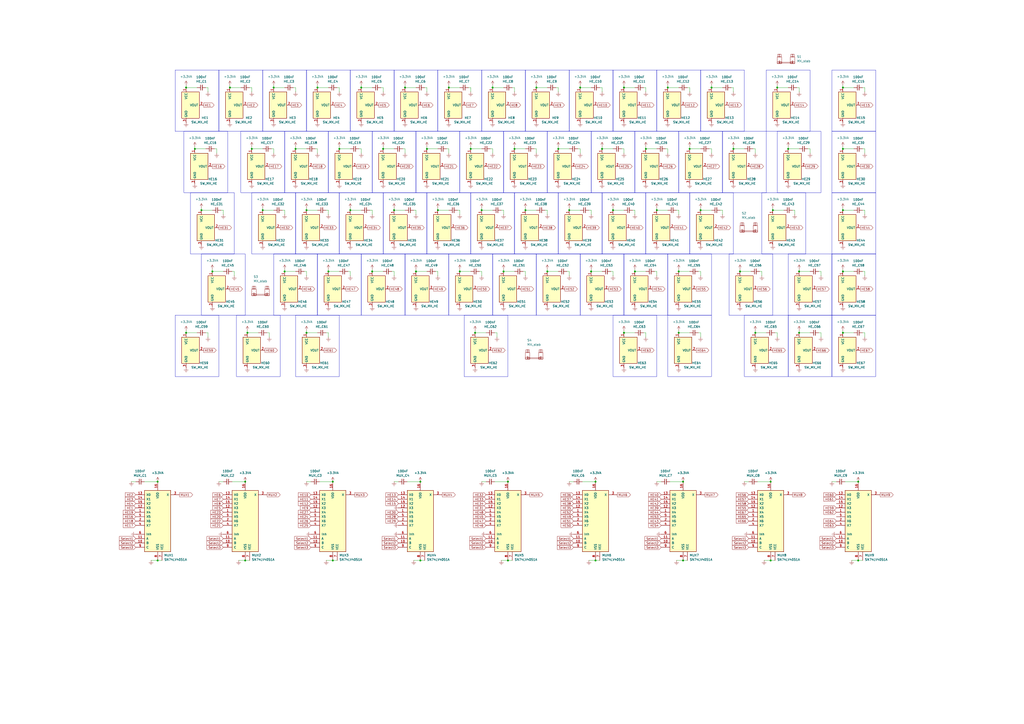
<source format=kicad_sch>
(kicad_sch (version 20250114) (generator "eeschema") (generator_version "9.0")
  (paper "A2")
  (rectangle (start 101.6 182.88) (end 127 218.44))
  (rectangle (start 222.25 111.76) (end 247.65 147.32))
  (rectangle (start 406.4 40.64) (end 431.8 76.2))
  (rectangle (start 127 40.64) (end 152.4 76.2))
  (rectangle (start 260.35 147.32) (end 285.75 182.88))
  (rectangle (start 342.9 76.2) (end 368.3 111.76))
  (rectangle (start 355.6 40.64) (end 381 76.2))
  (rectangle (start 247.65 111.76) (end 273.05 147.32))
  (rectangle (start 171.45 111.76) (end 196.85 147.32))
  (rectangle (start 323.85 111.76) (end 349.25 147.32))
  (rectangle (start 139.7 76.2) (end 165.1 111.76))
  (rectangle (start 215.9 76.2) (end 241.3 111.76))
  (rectangle (start 110.49 111.76) (end 135.89 147.32))
  (rectangle (start 209.55 147.32) (end 234.95 182.88))
  (rectangle (start 241.3 76.2) (end 266.7 111.76))
  (rectangle (start 101.6 40.64) (end 127 76.2))
  (rectangle (start 292.1 76.2) (end 317.5 111.76))
  (rectangle (start 387.35 147.32) (end 412.75 182.88))
  (rectangle (start 387.35 182.88) (end 412.75 218.44))
  (rectangle (start 285.75 147.32) (end 311.15 182.88))
  (rectangle (start 184.15 147.32) (end 209.55 182.88))
  (rectangle (start 457.2 182.88) (end 482.6 218.44))
  (rectangle (start 482.6 182.88) (end 508 218.44))
  (rectangle (start 254 40.64) (end 279.4 76.2))
  (rectangle (start 393.7 76.2) (end 419.1 111.76))
  (rectangle (start 137.16 182.88) (end 162.56 218.44))
  (rectangle (start 330.2 40.64) (end 355.6 76.2))
  (rectangle (start 269.24 182.88) (end 294.64 218.44))
  (rectangle (start 190.5 76.2) (end 215.9 111.76))
  (rectangle (start 482.6 76.2) (end 508 111.76))
  (rectangle (start 457.2 147.32) (end 482.6 182.88))
  (rectangle (start 273.05 111.76) (end 298.45 147.32))
  (rectangle (start 368.3 76.2) (end 393.7 111.76))
  (rectangle (start 304.8 40.64) (end 330.2 76.2))
  (rectangle (start 196.85 111.76) (end 222.25 147.32))
  (rectangle (start 279.4 40.64) (end 304.8 76.2))
  (rectangle (start 381 40.64) (end 406.4 76.2))
  (rectangle (start 234.95 147.32) (end 260.35 182.88))
  (rectangle (start 431.8 182.88) (end 457.2 218.44))
  (rectangle (start 311.15 147.32) (end 336.55 182.88))
  (rectangle (start 422.91 147.32) (end 448.31 182.88))
  (rectangle (start 228.6 40.64) (end 254 76.2))
  (rectangle (start 419.1 76.2) (end 444.5 111.76))
  (rectangle (start 444.5 40.64) (end 469.9 76.2))
  (rectangle (start 203.2 40.64) (end 228.6 76.2))
  (rectangle (start 317.5 76.2) (end 342.9 111.76))
  (rectangle (start 400.05 111.76) (end 425.45 147.32))
  (rectangle (start 355.6 182.88) (end 381 218.44))
  (rectangle (start 106.68 76.2) (end 132.08 111.76))
  (rectangle (start 177.8 40.64) (end 203.2 76.2))
  (rectangle (start 158.75 147.32) (end 184.15 182.88))
  (rectangle (start 361.95 147.32) (end 387.35 182.88))
  (rectangle (start 165.1 76.2) (end 190.5 111.76))
  (rectangle (start 116.84 147.32) (end 142.24 182.88))
  (rectangle (start 266.7 76.2) (end 292.1 111.76))
  (rectangle (start 441.96 111.76) (end 467.36 147.32))
  (rectangle (start 482.6 40.64) (end 508 76.2))
  (rectangle (start 482.6 111.76) (end 508 147.32))
  (rectangle (start 482.6 147.32) (end 508 182.88))
  (rectangle (start 450.85 76.2) (end 476.25 111.76))
  (rectangle (start 349.25 111.76) (end 374.65 147.32))
  (rectangle (start 171.45 182.88) (end 196.85 218.44))
  (rectangle (start 146.05 111.76) (end 171.45 147.32))
  (rectangle (start 336.55 147.32) (end 361.95 182.88))
  (rectangle (start 298.45 111.76) (end 323.85 147.32))
  (rectangle (start 374.65 111.76) (end 400.05 147.32))
  (rectangle (start 152.4 40.64) (end 177.8 76.2))
  (junction (at 146.05 86.36))
  (junction (at 193.04 325.12))
  (junction (at 387.35 50.8))
  (junction (at 158.75 50.8))
  (junction (at 488.95 121.92))
  (junction (at 116.84 121.92))
  (junction (at 177.8 121.92))
  (junction (at 171.45 86.36))
  (junction (at 393.7 157.48))
  (junction (at 292.1 157.48))
  (junction (at 228.6 121.92))
  (junction (at 342.9 157.48))
  (junction (at 247.65 86.36))
  (junction (at 368.3 157.48))
  (junction (at 143.51 193.04))
  (junction (at 400.05 86.36))
  (junction (at 361.95 193.04))
  (junction (at 107.95 193.04))
  (junction (at 488.95 157.48))
  (junction (at 177.8 193.04))
  (junction (at 463.55 157.48))
  (junction (at 133.35 50.8))
  (junction (at 273.05 86.36))
  (junction (at 152.4 121.92))
  (junction (at 234.95 50.8))
  (junction (at 361.95 50.8))
  (junction (at 222.25 86.36))
  (junction (at 497.84 325.12))
  (junction (at 438.15 193.04))
  (junction (at 294.64 279.4))
  (junction (at 279.4 121.92))
  (junction (at 355.6 121.92))
  (junction (at 91.44 279.4))
  (junction (at 447.04 279.4))
  (junction (at 243.84 325.12))
  (junction (at 345.44 279.4))
  (junction (at 381 121.92))
  (junction (at 254 121.92))
  (junction (at 412.75 50.8))
  (junction (at 142.24 325.12))
  (junction (at 285.75 50.8))
  (junction (at 203.2 121.92))
  (junction (at 396.24 325.12))
  (junction (at 142.24 279.4))
  (junction (at 123.19 157.48))
  (junction (at 497.84 279.4))
  (junction (at 311.15 50.8))
  (junction (at 294.64 325.12))
  (junction (at 374.65 86.36))
  (junction (at 304.8 121.92))
  (junction (at 113.03 86.36))
  (junction (at 336.55 50.8))
  (junction (at 488.95 193.04))
  (junction (at 107.95 50.8))
  (junction (at 425.45 86.36))
  (junction (at 488.95 50.8))
  (junction (at 193.04 279.4))
  (junction (at 215.9 157.48))
  (junction (at 457.2 86.36))
  (junction (at 91.44 325.12))
  (junction (at 241.3 157.48))
  (junction (at 243.84 279.4))
  (junction (at 323.85 86.36))
  (junction (at 260.35 50.8))
  (junction (at 298.45 86.36))
  (junction (at 393.7 193.04))
  (junction (at 330.2 121.92))
  (junction (at 190.5 157.48))
  (junction (at 196.85 86.36))
  (junction (at 349.25 86.36))
  (junction (at 448.31 121.92))
  (junction (at 488.95 86.36))
  (junction (at 345.44 325.12))
  (junction (at 450.85 50.8))
  (junction (at 429.26 157.48))
  (junction (at 184.15 50.8))
  (junction (at 165.1 157.48))
  (junction (at 209.55 50.8))
  (junction (at 266.7 157.48))
  (junction (at 275.59 193.04))
  (junction (at 463.55 193.04))
  (junction (at 406.4 121.92))
  (junction (at 396.24 279.4))
  (junction (at 447.04 325.12))
  (junction (at 317.5 157.48))
  (wire (pts (xy 158.75 50.8) (xy 165.1 50.8)))
  (wire (pts (xy 171.45 53.34) (xy 171.45 50.8)))
  (wire (pts (xy 87.63 325.12) (xy 91.44 325.12)))
  (wire (pts (xy 381 279.4) (xy 383.54 279.4)))
  (wire (pts (xy 294.64 325.12) (xy 297.18 325.12)))
  (wire (pts (xy 228.6 120.65) (xy 228.6 121.92)))
  (wire (pts (xy 116.84 121.92) (xy 123.19 121.92)))
  (wire (pts (xy 107.95 50.8) (xy 114.3 50.8)))
  (wire (pts (xy 304.8 121.92) (xy 311.15 121.92)))
  (wire (pts (xy 463.55 50.8) (xy 462.28 50.8)))
  (wire (pts (xy 406.4 157.48) (xy 405.13 157.48)))
  (wire (pts (xy 304.8 160.02) (xy 304.8 157.48)))
  (wire (pts (xy 135.89 160.02) (xy 135.89 157.48)))
  (wire (pts (xy 254 157.48) (xy 252.73 157.48)))
  (wire (pts (xy 381 120.65) (xy 381 121.92)))
  (wire (pts (xy 123.19 157.48) (xy 129.54 157.48)))
  (wire (pts (xy 290.83 325.12) (xy 294.64 325.12)))
  (wire (pts (xy 177.8 157.48) (xy 176.53 157.48)))
  (wire (pts (xy 387.35 86.36) (xy 386.08 86.36)))
  (wire (pts (xy 189.23 325.12) (xy 193.04 325.12)))
  (wire (pts (xy 184.15 49.53) (xy 184.15 50.8)))
  (wire (pts (xy 501.65 53.34) (xy 501.65 50.8)))
  (wire (pts (xy 317.5 156.21) (xy 317.5 157.48)))
  (wire (pts (xy 317.5 121.92) (xy 316.23 121.92)))
  (wire (pts (xy 447.04 325.12) (xy 449.58 325.12)))
  (wire (pts (xy 266.7 156.21) (xy 266.7 157.48)))
  (wire (pts (xy 120.65 53.34) (xy 120.65 50.8)))
  (wire (pts (xy 190.5 124.46) (xy 190.5 121.92)))
  (wire (pts (xy 323.85 53.34) (xy 323.85 50.8)))
  (wire (pts (xy 184.15 88.9) (xy 184.15 86.36)))
  (wire (pts (xy 304.8 120.65) (xy 304.8 121.92)))
  (wire (pts (xy 419.1 121.92) (xy 417.83 121.92)))
  (wire (pts (xy 387.35 49.53) (xy 387.35 50.8)))
  (wire (pts (xy 171.45 86.36) (xy 177.8 86.36)))
  (wire (pts (xy 469.9 88.9) (xy 469.9 86.36)))
  (wire (pts (xy 461.01 121.92) (xy 459.74 121.92)))
  (wire (pts (xy 406.4 121.92) (xy 412.75 121.92)))
  (wire (pts (xy 279.4 160.02) (xy 279.4 157.48)))
  (wire (pts (xy 184.15 86.36) (xy 182.88 86.36)))
  (wire (pts (xy 129.54 121.92) (xy 128.27 121.92)))
  (wire (pts (xy 138.43 325.12) (xy 142.24 325.12)))
  (wire (pts (xy 228.6 160.02) (xy 228.6 157.48)))
  (wire (pts (xy 298.45 53.34) (xy 298.45 50.8)))
  (wire (pts (xy 355.6 121.92) (xy 361.95 121.92)))
  (wire (pts (xy 156.21 193.04) (xy 154.94 193.04)))
  (wire (pts (xy 120.65 50.8) (xy 119.38 50.8)))
  (wire (pts (xy 342.9 121.92) (xy 341.63 121.92)))
  (wire (pts (xy 361.95 193.04) (xy 368.3 193.04)))
  (wire (pts (xy 177.8 121.92) (xy 184.15 121.92)))
  (wire (pts (xy 361.95 88.9) (xy 361.95 86.36)))
  (wire (pts (xy 292.1 124.46) (xy 292.1 121.92)))
  (wire (pts (xy 135.89 157.48) (xy 134.62 157.48)))
  (wire (pts (xy 158.75 49.53) (xy 158.75 50.8)))
  (wire (pts (xy 107.95 49.53) (xy 107.95 50.8)))
  (wire (pts (xy 107.95 191.77) (xy 107.95 193.04)))
  (wire (pts (xy 497.84 325.12) (xy 500.38 325.12)))
  (wire (pts (xy 438.15 193.04) (xy 444.5 193.04)))
  (wire (pts (xy 368.3 156.21) (xy 368.3 157.48)))
  (wire (pts (xy 91.44 325.12) (xy 93.98 325.12)))
  (wire (pts (xy 488.95 121.92) (xy 495.3 121.92)))
  (wire (pts (xy 116.84 120.65) (xy 116.84 121.92)))
  (wire (pts (xy 203.2 120.65) (xy 203.2 121.92)))
  (wire (pts (xy 285.75 49.53) (xy 285.75 50.8)))
  (wire (pts (xy 330.2 120.65) (xy 330.2 121.92)))
  (wire (pts (xy 143.51 193.04) (xy 149.86 193.04)))
  (wire (pts (xy 222.25 85.09) (xy 222.25 86.36)))
  (wire (pts (xy 355.6 157.48) (xy 354.33 157.48)))
  (wire (pts (xy 400.05 50.8) (xy 398.78 50.8)))
  (wire (pts (xy 501.65 86.36) (xy 500.38 86.36)))
  (wire (pts (xy 330.2 121.92) (xy 336.55 121.92)))
  (wire (pts (xy 285.75 88.9) (xy 285.75 86.36)))
  (wire (pts (xy 469.9 86.36) (xy 468.63 86.36)))
  (wire (pts (xy 381 157.48) (xy 379.73 157.48)))
  (wire (pts (xy 298.45 85.09) (xy 298.45 86.36)))
  (wire (pts (xy 196.85 50.8) (xy 195.58 50.8)))
  (wire (pts (xy 298.45 50.8) (xy 297.18 50.8)))
  (wire (pts (xy 260.35 49.53) (xy 260.35 50.8)))
  (wire (pts (xy 361.95 50.8) (xy 368.3 50.8)))
  (wire (pts (xy 400.05 86.36) (xy 406.4 86.36)))
  (wire (pts (xy 234.95 88.9) (xy 234.95 86.36)))
  (wire (pts (xy 425.45 86.36) (xy 431.8 86.36)))
  (wire (pts (xy 240.03 325.12) (xy 243.84 325.12)))
  (wire (pts (xy 275.59 191.77) (xy 275.59 193.04)))
  (wire (pts (xy 241.3 124.46) (xy 241.3 121.92)))
  (wire (pts (xy 349.25 86.36) (xy 355.6 86.36)))
  (wire (pts (xy 209.55 50.8) (xy 215.9 50.8)))
  (wire (pts (xy 241.3 121.92) (xy 240.03 121.92)))
  (wire (pts (xy 241.3 156.21) (xy 241.3 157.48)))
  (wire (pts (xy 342.9 124.46) (xy 342.9 121.92)))
  (wire (pts (xy 412.75 49.53) (xy 412.75 50.8)))
  (wire (pts (xy 381 160.02) (xy 381 157.48)))
  (wire (pts (xy 133.35 49.53) (xy 133.35 50.8)))
  (wire (pts (xy 143.51 191.77) (xy 143.51 193.04)))
  (wire (pts (xy 501.65 160.02) (xy 501.65 157.48)))
  (wire (pts (xy 209.55 49.53) (xy 209.55 50.8)))
  (wire (pts (xy 209.55 88.9) (xy 209.55 86.36)))
  (wire (pts (xy 311.15 50.8) (xy 317.5 50.8)))
  (wire (pts (xy 158.75 88.9) (xy 158.75 86.36)))
  (wire (pts (xy 323.85 86.36) (xy 330.2 86.36)))
  (wire (pts (xy 247.65 50.8) (xy 246.38 50.8)))
  (wire (pts (xy 165.1 124.46) (xy 165.1 121.92)))
  (wire (pts (xy 279.4 120.65) (xy 279.4 121.92)))
  (wire (pts (xy 448.31 121.92) (xy 454.66 121.92)))
  (wire (pts (xy 317.5 124.46) (xy 317.5 121.92)))
  (wire (pts (xy 412.75 88.9) (xy 412.75 86.36)))
  (wire (pts (xy 177.8 193.04) (xy 184.15 193.04)))
  (wire (pts (xy 323.85 50.8) (xy 322.58 50.8)))
  (wire (pts (xy 337.82 279.4) (xy 345.44 279.4)))
  (wire (pts (xy 209.55 86.36) (xy 208.28 86.36)))
  (wire (pts (xy 439.42 279.4) (xy 447.04 279.4)))
  (wire (pts (xy 463.55 156.21) (xy 463.55 157.48)))
  (wire (pts (xy 330.2 160.02) (xy 330.2 157.48)))
  (wire (pts (xy 374.65 53.34) (xy 374.65 50.8)))
  (wire (pts (xy 134.62 279.4) (xy 142.24 279.4)))
  (wire (pts (xy 222.25 50.8) (xy 220.98 50.8)))
  (wire (pts (xy 311.15 86.36) (xy 309.88 86.36)))
  (wire (pts (xy 156.21 195.58) (xy 156.21 193.04)))
  (wire (pts (xy 488.95 50.8) (xy 495.3 50.8)))
  (wire (pts (xy 107.95 193.04) (xy 114.3 193.04)))
  (wire (pts (xy 247.65 53.34) (xy 247.65 50.8)))
  (wire (pts (xy 146.05 85.09) (xy 146.05 86.36)))
  (wire (pts (xy 279.4 279.4) (xy 281.94 279.4)))
  (wire (pts (xy 184.15 50.8) (xy 190.5 50.8)))
  (wire (pts (xy 215.9 121.92) (xy 214.63 121.92)))
  (wire (pts (xy 228.6 121.92) (xy 234.95 121.92)))
  (wire (pts (xy 304.8 157.48) (xy 303.53 157.48)))
  (wire (pts (xy 374.65 50.8) (xy 373.38 50.8)))
  (wire (pts (xy 501.65 50.8) (xy 500.38 50.8)))
  (wire (pts (xy 215.9 156.21) (xy 215.9 157.48)))
  (wire (pts (xy 476.25 193.04) (xy 474.98 193.04)))
  (wire (pts (xy 419.1 124.46) (xy 419.1 121.92)))
  (wire (pts (xy 146.05 86.36) (xy 152.4 86.36)))
  (wire (pts (xy 429.26 156.21) (xy 429.26 157.48)))
  (wire (pts (xy 171.45 50.8) (xy 170.18 50.8)))
  (wire (pts (xy 311.15 49.53) (xy 311.15 50.8)))
  (wire (pts (xy 254 121.92) (xy 260.35 121.92)))
  (wire (pts (xy 254 120.65) (xy 254 121.92)))
  (wire (pts (xy 222.25 53.34) (xy 222.25 50.8)))
  (wire (pts (xy 234.95 86.36) (xy 233.68 86.36)))
  (wire (pts (xy 273.05 53.34) (xy 273.05 50.8)))
  (wire (pts (xy 113.03 86.36) (xy 119.38 86.36)))
  (wire (pts (xy 342.9 156.21) (xy 342.9 157.48)))
  (wire (pts (xy 425.45 85.09) (xy 425.45 86.36)))
  (wire (pts (xy 273.05 85.09) (xy 273.05 86.36)))
  (wire (pts (xy 443.23 325.12) (xy 447.04 325.12)))
  (wire (pts (xy 441.96 160.02) (xy 441.96 157.48)))
  (wire (pts (xy 165.1 121.92) (xy 163.83 121.92)))
  (wire (pts (xy 247.65 86.36) (xy 254 86.36)))
  (wire (pts (xy 457.2 85.09) (xy 457.2 86.36)))
  (wire (pts (xy 83.82 279.4) (xy 91.44 279.4)))
  (wire (pts (xy 177.8 160.02) (xy 177.8 157.48)))
  (wire (pts (xy 171.45 85.09) (xy 171.45 86.36)))
  (wire (pts (xy 393.7 121.92) (xy 392.43 121.92)))
  (wire (pts (xy 450.85 193.04) (xy 449.58 193.04)))
  (wire (pts (xy 488.95 193.04) (xy 495.3 193.04)))
  (wire (pts (xy 266.7 157.48) (xy 273.05 157.48)))
  (wire (pts (xy 406.4 120.65) (xy 406.4 121.92)))
  (wire (pts (xy 177.8 191.77) (xy 177.8 193.04)))
  (wire (pts (xy 254 160.02) (xy 254 157.48)))
  (wire (pts (xy 463.55 191.77) (xy 463.55 193.04)))
  (wire (pts (xy 279.4 121.92) (xy 285.75 121.92)))
  (wire (pts (xy 450.85 50.8) (xy 457.2 50.8)))
  (wire (pts (xy 341.63 325.12) (xy 345.44 325.12)))
  (wire (pts (xy 368.3 157.48) (xy 374.65 157.48)))
  (wire (pts (xy 260.35 88.9) (xy 260.35 86.36)))
  (wire (pts (xy 330.2 279.4) (xy 332.74 279.4)))
  (wire (pts (xy 336.55 50.8) (xy 342.9 50.8)))
  (wire (pts (xy 260.35 86.36) (xy 259.08 86.36)))
  (wire (pts (xy 177.8 279.4) (xy 180.34 279.4)))
  (wire (pts (xy 317.5 157.48) (xy 323.85 157.48)))
  (wire (pts (xy 374.65 193.04) (xy 373.38 193.04)))
  (wire (pts (xy 123.19 156.21) (xy 123.19 157.48)))
  (wire (pts (xy 336.55 88.9) (xy 336.55 86.36)))
  (wire (pts (xy 241.3 157.48) (xy 247.65 157.48)))
  (wire (pts (xy 490.22 279.4) (xy 497.84 279.4)))
  (wire (pts (xy 236.22 279.4) (xy 243.84 279.4)))
  (wire (pts (xy 388.62 279.4) (xy 396.24 279.4)))
  (wire (pts (xy 120.65 195.58) (xy 120.65 193.04)))
  (wire (pts (xy 196.85 85.09) (xy 196.85 86.36)))
  (wire (pts (xy 193.04 325.12) (xy 195.58 325.12)))
  (wire (pts (xy 396.24 325.12) (xy 398.78 325.12)))
  (wire (pts (xy 349.25 53.34) (xy 349.25 50.8)))
  (wire (pts (xy 457.2 86.36) (xy 463.55 86.36)))
  (wire (pts (xy 125.73 88.9) (xy 125.73 86.36)))
  (wire (pts (xy 361.95 49.53) (xy 361.95 50.8)))
  (wire (pts (xy 336.55 49.53) (xy 336.55 50.8)))
  (wire (pts (xy 393.7 156.21) (xy 393.7 157.48)))
  (wire (pts (xy 292.1 121.92) (xy 290.83 121.92)))
  (wire (pts (xy 482.6 279.4) (xy 485.14 279.4)))
  (wire (pts (xy 165.1 157.48) (xy 171.45 157.48)))
  (wire (pts (xy 476.25 160.02) (xy 476.25 157.48)))
  (wire (pts (xy 438.15 86.36) (xy 436.88 86.36)))
  (wire (pts (xy 355.6 160.02) (xy 355.6 157.48)))
  (wire (pts (xy 400.05 53.34) (xy 400.05 50.8)))
  (wire (pts (xy 392.43 325.12) (xy 396.24 325.12)))
  (wire (pts (xy 279.4 157.48) (xy 278.13 157.48)))
  (wire (pts (xy 355.6 120.65) (xy 355.6 121.92)))
  (wire (pts (xy 393.7 193.04) (xy 400.05 193.04)))
  (wire (pts (xy 438.15 88.9) (xy 438.15 86.36)))
  (wire (pts (xy 292.1 157.48) (xy 298.45 157.48)))
  (wire (pts (xy 275.59 193.04) (xy 281.94 193.04)))
  (wire (pts (xy 501.65 157.48) (xy 500.38 157.48)))
  (wire (pts (xy 113.03 85.09) (xy 113.03 86.36)))
  (wire (pts (xy 412.75 50.8) (xy 419.1 50.8)))
  (wire (pts (xy 381 121.92) (xy 387.35 121.92)))
  (wire (pts (xy 494.03 325.12) (xy 497.84 325.12)))
  (wire (pts (xy 190.5 121.92) (xy 189.23 121.92)))
  (wire (pts (xy 323.85 85.09) (xy 323.85 86.36)))
  (wire (pts (xy 288.29 193.04) (xy 287.02 193.04)))
  (wire (pts (xy 406.4 193.04) (xy 405.13 193.04)))
  (wire (pts (xy 488.95 120.65) (xy 488.95 121.92)))
  (wire (pts (xy 125.73 86.36) (xy 124.46 86.36)))
  (wire (pts (xy 234.95 49.53) (xy 234.95 50.8)))
  (wire (pts (xy 190.5 157.48) (xy 196.85 157.48)))
  (wire (pts (xy 336.55 86.36) (xy 335.28 86.36)))
  (wire (pts (xy 260.35 50.8) (xy 266.7 50.8)))
  (wire (pts (xy 228.6 157.48) (xy 227.33 157.48)))
  (wire (pts (xy 374.65 86.36) (xy 381 86.36)))
  (wire (pts (xy 393.7 191.77) (xy 393.7 193.04)))
  (wire (pts (xy 203.2 157.48) (xy 201.93 157.48)))
  (wire (pts (xy 488.95 86.36) (xy 495.3 86.36)))
  (wire (pts (xy 501.65 193.04) (xy 500.38 193.04)))
  (wire (pts (xy 361.95 191.77) (xy 361.95 193.04)))
  (wire (pts (xy 501.65 195.58) (xy 501.65 193.04)))
  (wire (pts (xy 412.75 86.36) (xy 411.48 86.36)))
  (wire (pts (xy 330.2 157.48) (xy 328.93 157.48)))
  (wire (pts (xy 501.65 88.9) (xy 501.65 86.36)))
  (wire (pts (xy 488.95 85.09) (xy 488.95 86.36)))
  (wire (pts (xy 266.7 124.46) (xy 266.7 121.92)))
  (wire (pts (xy 374.65 85.09) (xy 374.65 86.36)))
  (wire (pts (xy 438.15 191.77) (xy 438.15 193.04)))
  (wire (pts (xy 476.25 195.58) (xy 476.25 193.04)))
  (wire (pts (xy 406.4 195.58) (xy 406.4 193.04)))
  (wire (pts (xy 429.26 157.48) (xy 435.61 157.48)))
  (wire (pts (xy 387.35 50.8) (xy 393.7 50.8)))
  (wire (pts (xy 288.29 195.58) (xy 288.29 193.04)))
  (wire (pts (xy 285.75 50.8) (xy 292.1 50.8)))
  (wire (pts (xy 450.85 195.58) (xy 450.85 193.04)))
  (wire (pts (xy 488.95 157.48) (xy 495.3 157.48)))
  (wire (pts (xy 266.7 121.92) (xy 265.43 121.92)))
  (wire (pts (xy 425.45 50.8) (xy 424.18 50.8)))
  (wire (pts (xy 146.05 50.8) (xy 144.78 50.8)))
  (wire (pts (xy 190.5 195.58) (xy 190.5 193.04)))
  (wire (pts (xy 76.2 279.4) (xy 78.74 279.4)))
  (wire (pts (xy 488.95 191.77) (xy 488.95 193.04)))
  (wire (pts (xy 292.1 156.21) (xy 292.1 157.48)))
  (wire (pts (xy 393.7 157.48) (xy 400.05 157.48)))
  (wire (pts (xy 463.55 53.34) (xy 463.55 50.8)))
  (wire (pts (xy 368.3 124.46) (xy 368.3 121.92)))
  (wire (pts (xy 393.7 124.46) (xy 393.7 121.92)))
  (wire (pts (xy 177.8 120.65) (xy 177.8 121.92)))
  (wire (pts (xy 387.35 88.9) (xy 387.35 86.36)))
  (wire (pts (xy 203.2 121.92) (xy 209.55 121.92)))
  (wire (pts (xy 129.54 124.46) (xy 129.54 121.92)))
  (wire (pts (xy 285.75 86.36) (xy 284.48 86.36)))
  (wire (pts (xy 273.05 50.8) (xy 271.78 50.8)))
  (wire (pts (xy 127 279.4) (xy 129.54 279.4)))
  (wire (pts (xy 133.35 50.8) (xy 139.7 50.8)))
  (wire (pts (xy 190.5 193.04) (xy 189.23 193.04)))
  (wire (pts (xy 374.65 195.58) (xy 374.65 193.04)))
  (wire (pts (xy 501.65 121.92) (xy 500.38 121.92)))
  (wire (pts (xy 146.05 53.34) (xy 146.05 50.8)))
  (wire (pts (xy 165.1 156.21) (xy 165.1 157.48)))
  (wire (pts (xy 368.3 121.92) (xy 367.03 121.92)))
  (wire (pts (xy 196.85 86.36) (xy 203.2 86.36)))
  (wire (pts (xy 463.55 193.04) (xy 469.9 193.04)))
  (wire (pts (xy 476.25 157.48) (xy 474.98 157.48)))
  (wire (pts (xy 406.4 160.02) (xy 406.4 157.48)))
  (wire (pts (xy 234.95 50.8) (xy 241.3 50.8)))
  (wire (pts (xy 158.75 86.36) (xy 157.48 86.36)))
  (wire (pts (xy 222.25 86.36) (xy 228.6 86.36)))
  (wire (pts (xy 463.55 157.48) (xy 469.9 157.48)))
  (wire (pts (xy 425.45 53.34) (xy 425.45 50.8)))
  (wire (pts (xy 345.44 325.12) (xy 347.98 325.12)))
  (wire (pts (xy 215.9 157.48) (xy 222.25 157.48)))
  (wire (pts (xy 152.4 120.65) (xy 152.4 121.92)))
  (wire (pts (xy 342.9 157.48) (xy 349.25 157.48)))
  (wire (pts (xy 185.42 279.4) (xy 193.04 279.4)))
  (wire (pts (xy 349.25 85.09) (xy 349.25 86.36)))
  (wire (pts (xy 215.9 124.46) (xy 215.9 121.92)))
  (wire (pts (xy 120.65 193.04) (xy 119.38 193.04)))
  (wire (pts (xy 488.95 156.21) (xy 488.95 157.48)))
  (wire (pts (xy 501.65 124.46) (xy 501.65 121.92)))
  (wire (pts (xy 431.8 279.4) (xy 434.34 279.4)))
  (wire (pts (xy 228.6 279.4) (xy 231.14 279.4)))
  (wire (pts (xy 152.4 121.92) (xy 158.75 121.92)))
  (wire (pts (xy 247.65 85.09) (xy 247.65 86.36)))
  (wire (pts (xy 448.31 120.65) (xy 448.31 121.92)))
  (wire (pts (xy 450.85 49.53) (xy 450.85 50.8)))
  (wire (pts (xy 361.95 86.36) (xy 360.68 86.36)))
  (wire (pts (xy 196.85 53.34) (xy 196.85 50.8)))
  (wire (pts (xy 349.25 50.8) (xy 347.98 50.8)))
  (wire (pts (xy 190.5 156.21) (xy 190.5 157.48)))
  (wire (pts (xy 203.2 160.02) (xy 203.2 157.48)))
  (wire (pts (xy 243.84 325.12) (xy 246.38 325.12)))
  (wire (pts (xy 400.05 85.09) (xy 400.05 86.36)))
  (wire (pts (xy 142.24 325.12) (xy 144.78 325.12)))
  (wire (pts (xy 441.96 157.48) (xy 440.69 157.48)))
  (wire (pts (xy 273.05 86.36) (xy 279.4 86.36)))
  (wire (pts (xy 287.02 279.4) (xy 294.64 279.4)))
  (wire (pts (xy 461.01 124.46) (xy 461.01 121.92)))
  (wire (pts (xy 488.95 49.53) (xy 488.95 50.8)))
  (wire (pts (xy 298.45 86.36) (xy 304.8 86.36)))
  (wire (pts (xy 311.15 88.9) (xy 311.15 86.36)))
  (global_label "HE49" (shape output) (at 251.46 167.64 0) (property "Intersheetrefs" "${INTERSHEET_REFS}" (effects (hide yes))))
  (global_label "HE37" (shape input) (at 332.74 289.56 180) (property "Intersheetrefs" "${INTERSHEET_REFS}" (effects (hide yes))))
  (global_label "MUX4" (shape output) (at 256.54 287.02 0) (property "Intersheetrefs" "${INTERSHEET_REFS}" (effects (hide yes))))
  (global_label "HE23" (shape input) (at 129.54 297.18 180) (property "Intersheetrefs" "${INTERSHEET_REFS}" (effects (hide yes))))
  (global_label "Select1" (shape input) (at 231.14 312.42 180) (property "Intersheetrefs" "${INTERSHEET_REFS}" (effects (hide yes))))
  (global_label "HE16" (shape output) (at 123.19 96.52 0) (property "Intersheetrefs" "${INTERSHEET_REFS}" (effects (hide yes))))
  (global_label "HE17" (shape input) (at 78.74 304.8 180) (property "Intersheetrefs" "${INTERSHEET_REFS}" (effects (hide yes))))
  (global_label "HE8" (shape output) (at 295.91 60.96 0) (property "Intersheetrefs" "${INTERSHEET_REFS}" (effects (hide yes))))
  (global_label "HE67" (shape input) (at 434.34 297.18 180) (property "Intersheetrefs" "${INTERSHEET_REFS}" (effects (hide yes))))
  (global_label "HE4" (shape input) (at 78.74 292.1 180) (property "Intersheetrefs" "${INTERSHEET_REFS}" (effects (hide yes))))
  (global_label "HE3" (shape output) (at 168.91 60.96 0) (property "Intersheetrefs" "${INTERSHEET_REFS}" (effects (hide yes))))
  (global_label "Select2" (shape input) (at 231.14 314.96 180) (property "Intersheetrefs" "${INTERSHEET_REFS}" (effects (hide yes))))
  (global_label "HE10" (shape output) (at 346.71 60.96 0) (property "Intersheetrefs" "${INTERSHEET_REFS}" (effects (hide yes))))
  (global_label "HE6" (shape input) (at 129.54 287.02 180) (property "Intersheetrefs" "${INTERSHEET_REFS}" (effects (hide yes))))
  (global_label "HE56" (shape input) (at 434.34 287.02 180) (property "Intersheetrefs" "${INTERSHEET_REFS}" (effects (hide yes))))
  (global_label "HE31" (shape output) (at 127 132.08 0) (property "Intersheetrefs" "${INTERSHEET_REFS}" (effects (hide yes))))
  (global_label "HE63" (shape output) (at 372.11 203.2 0) (property "Intersheetrefs" "${INTERSHEET_REFS}" (effects (hide yes))))
  (global_label "HE50" (shape output) (at 276.86 167.64 0) (property "Intersheetrefs" "${INTERSHEET_REFS}" (effects (hide yes))))
  (global_label "Select1" (shape input) (at 78.74 312.42 180) (property "Intersheetrefs" "${INTERSHEET_REFS}" (effects (hide yes))))
  (global_label "HE14" (shape input) (at 231.14 289.56 180) (property "Intersheetrefs" "${INTERSHEET_REFS}" (effects (hide yes))))
  (global_label "HE52" (shape output) (at 327.66 167.64 0) (property "Intersheetrefs" "${INTERSHEET_REFS}" (effects (hide yes))))
  (global_label "HE15" (shape input) (at 231.14 292.1 180) (property "Intersheetrefs" "${INTERSHEET_REFS}" (effects (hide yes))))
  (global_label "Select2" (shape input) (at 485.14 314.96 180) (property "Intersheetrefs" "${INTERSHEET_REFS}" (effects (hide yes))))
  (global_label "HE40" (shape input) (at 383.54 287.02 180) (property "Intersheetrefs" "${INTERSHEET_REFS}" (effects (hide yes))))
  (global_label "Select3" (shape input) (at 180.34 317.5 180) (property "Intersheetrefs" "${INTERSHEET_REFS}" (effects (hide yes))))
  (global_label "MUX8" (shape output) (at 459.74 287.02 0) (property "Intersheetrefs" "${INTERSHEET_REFS}" (effects (hide yes))))
  (global_label "HE19" (shape input) (at 78.74 297.18 180) (property "Intersheetrefs" "${INTERSHEET_REFS}" (effects (hide yes))))
  (global_label "HE42" (shape output) (at 416.56 132.08 0) (property "Intersheetrefs" "${INTERSHEET_REFS}" (effects (hide yes))))
  (global_label "MUX3" (shape output) (at 205.74 287.02 0) (property "Intersheetrefs" "${INTERSHEET_REFS}" (effects (hide yes))))
  (global_label "MUX9" (shape output) (at 510.54 287.02 0) (property "Intersheetrefs" "${INTERSHEET_REFS}" (effects (hide yes))))
  (global_label "HE26" (shape output) (at 384.81 96.52 0) (property "Intersheetrefs" "${INTERSHEET_REFS}" (effects (hide yes))))
  (global_label "HE60" (shape input) (at 485.14 287.02 180) (property "Intersheetrefs" "${INTERSHEET_REFS}" (effects (hide yes))))
  (global_label "Select2" (shape input) (at 180.34 314.96 180) (property "Intersheetrefs" "${INTERSHEET_REFS}" (effects (hide yes))))
  (global_label "HE27" (shape input) (at 180.34 297.18 180) (property "Intersheetrefs" "${INTERSHEET_REFS}" (effects (hide yes))))
  (global_label "Select1" (shape input) (at 383.54 312.42 180) (property "Intersheetrefs" "${INTERSHEET_REFS}" (effects (hide yes))))
  (global_label "HE60" (shape output) (at 153.67 203.2 0) (property "Intersheetrefs" "${INTERSHEET_REFS}" (effects (hide yes))))
  (global_label "HE11" (shape input) (at 180.34 289.56 180) (property "Intersheetrefs" "${INTERSHEET_REFS}" (effects (hide yes))))
  (global_label "HE8" (shape input) (at 129.54 292.1 180) (property "Intersheetrefs" "${INTERSHEET_REFS}" (effects (hide yes))))
  (global_label "HE29" (shape output) (at 467.36 96.52 0) (property "Intersheetrefs" "${INTERSHEET_REFS}" (effects (hide yes))))
  (global_label "HE37" (shape output) (at 289.56 132.08 0) (property "Intersheetrefs" "${INTERSHEET_REFS}" (effects (hide yes))))
  (global_label "HE41" (shape input) (at 383.54 289.56 180) (property "Intersheetrefs" "${INTERSHEET_REFS}" (effects (hide yes))))
  (global_label "Select1" (shape input) (at 180.34 312.42 180) (property "Intersheetrefs" "${INTERSHEET_REFS}" (effects (hide yes))))
  (global_label "MUX2" (shape output) (at 154.94 287.02 0) (property "Intersheetrefs" "${INTERSHEET_REFS}" (effects (hide yes))))
  (global_label "Select3" (shape input) (at 129.54 317.5 180) (property "Intersheetrefs" "${INTERSHEET_REFS}" (effects (hide yes))))
  (global_label "HE36" (shape output) (at 264.16 132.08 0) (property "Intersheetrefs" "${INTERSHEET_REFS}" (effects (hide yes))))
  (global_label "MUX6" (shape output) (at 358.14 287.02 0) (property "Intersheetrefs" "${INTERSHEET_REFS}" (effects (hide yes))))
  (global_label "HE13" (shape output) (at 422.91 60.96 0) (property "Intersheetrefs" "${INTERSHEET_REFS}" (effects (hide yes))))
  (global_label "HE53" (shape input) (at 383.54 299.72 180) (property "Intersheetrefs" "${INTERSHEET_REFS}" (effects (hide yes))))
  (global_label "HE31" (shape input) (at 281.94 294.64 180) (property "Intersheetrefs" "${INTERSHEET_REFS}" (effects (hide yes))))
  (global_label "HE58" (shape output) (at 499.11 167.64 0) (property "Intersheetrefs" "${INTERSHEET_REFS}" (effects (hide yes))))
  (global_label "HE34" (shape input) (at 281.94 292.1 180) (property "Intersheetrefs" "${INTERSHEET_REFS}" (effects (hide yes))))
  (global_label "Select2" (shape input) (at 332.74 314.96 180) (property "Intersheetrefs" "${INTERSHEET_REFS}" (effects (hide yes))))
  (global_label "HE44" (shape input) (at 383.54 297.18 180) (property "Intersheetrefs" "${INTERSHEET_REFS}" (effects (hide yes))))
  (global_label "HE62" (shape output) (at 285.75 203.2 0) (property "Intersheetrefs" "${INTERSHEET_REFS}" (effects (hide yes))))
  (global_label "HE4" (shape output) (at 194.31 60.96 0) (property "Intersheetrefs" "${INTERSHEET_REFS}" (effects (hide yes))))
  (global_label "Select2" (shape input) (at 383.54 314.96 180) (property "Intersheetrefs" "${INTERSHEET_REFS}" (effects (hide yes))))
  (global_label "HE18" (shape output) (at 181.61 96.52 0) (property "Intersheetrefs" "${INTERSHEET_REFS}" (effects (hide yes))))
  (global_label "HE33" (shape input) (at 281.94 289.56 180) (property "Intersheetrefs" "${INTERSHEET_REFS}" (effects (hide yes))))
  (global_label "HE25" (shape output) (at 359.41 96.52 0) (property "Intersheetrefs" "${INTERSHEET_REFS}" (effects (hide yes))))
  (global_label "HE66" (shape input) (at 434.34 302.26 180) (property "Intersheetrefs" "${INTERSHEET_REFS}" (effects (hide yes))))
  (global_label "HE21" (shape output) (at 257.81 96.52 0) (property "Intersheetrefs" "${INTERSHEET_REFS}" (effects (hide yes))))
  (global_label "HE39" (shape input) (at 383.54 294.64 180) (property "Intersheetrefs" "${INTERSHEET_REFS}" (effects (hide yes))))
  (global_label "Select3" (shape input) (at 434.34 317.5 180) (property "Intersheetrefs" "${INTERSHEET_REFS}" (effects (hide yes))))
  (global_label "Select3" (shape input) (at 281.94 317.5 180) (property "Intersheetrefs" "${INTERSHEET_REFS}" (effects (hide yes))))
  (global_label "HE17" (shape output) (at 156.21 96.52 0) (property "Intersheetrefs" "${INTERSHEET_REFS}" (effects (hide yes))))
  (global_label "HE32" (shape input) (at 281.94 287.02 180) (property "Intersheetrefs" "${INTERSHEET_REFS}" (effects (hide yes))))
  (global_label "HE9" (shape output) (at 321.31 60.96 0) (property "Intersheetrefs" "${INTERSHEET_REFS}" (effects (hide yes))))
  (global_label "Select2" (shape input) (at 434.34 314.96 180) (property "Intersheetrefs" "${INTERSHEET_REFS}" (effects (hide yes))))
  (global_label "Select2" (shape input) (at 129.54 314.96 180) (property "Intersheetrefs" "${INTERSHEET_REFS}" (effects (hide yes))))
  (global_label "HE23" (shape output) (at 308.61 96.52 0) (property "Intersheetrefs" "${INTERSHEET_REFS}" (effects (hide yes))))
  (global_label "HE35" (shape input) (at 332.74 294.64 180) (property "Intersheetrefs" "${INTERSHEET_REFS}" (effects (hide yes))))
  (global_label "HE41" (shape output) (at 391.16 132.08 0) (property "Intersheetrefs" "${INTERSHEET_REFS}" (effects (hide yes))))
  (global_label "HE62" (shape input) (at 485.14 297.18 180) (property "Intersheetrefs" "${INTERSHEET_REFS}" (effects (hide yes))))
  (global_label "HE57" (shape output) (at 473.71 167.64 0) (property "Intersheetrefs" "${INTERSHEET_REFS}" (effects (hide yes))))
  (global_label "HE3" (shape input) (at 78.74 289.56 180) (property "Intersheetrefs" "${INTERSHEET_REFS}" (effects (hide yes))))
  (global_label "HE44" (shape output) (at 499.11 132.08 0) (property "Intersheetrefs" "${INTERSHEET_REFS}" (effects (hide yes))))
  (global_label "Select2" (shape input) (at 281.94 314.96 180) (property "Intersheetrefs" "${INTERSHEET_REFS}" (effects (hide yes))))
  (global_label "HE59" (shape output) (at 118.11 203.2 0) (property "Intersheetrefs" "${INTERSHEET_REFS}" (effects (hide yes))))
  (global_label "Select1" (shape input) (at 485.14 312.42 180) (property "Intersheetrefs" "${INTERSHEET_REFS}" (effects (hide yes))))
  (global_label "Select3" (shape input) (at 383.54 317.5 180) (property "Intersheetrefs" "${INTERSHEET_REFS}" (effects (hide yes))))
  (global_label "HE46" (shape input) (at 281.94 304.8 180) (property "Intersheetrefs" "${INTERSHEET_REFS}" (effects (hide yes))))
  (global_label "Select2" (shape input) (at 78.74 314.96 180) (property "Intersheetrefs" "${INTERSHEET_REFS}" (effects (hide yes))))
  (global_label "HE1" (shape input) (at 78.74 294.64 180) (property "Intersheetrefs" "${INTERSHEET_REFS}" (effects (hide yes))))
  (global_label "HE18" (shape input) (at 78.74 302.26 180) (property "Intersheetrefs" "${INTERSHEET_REFS}" (effects (hide yes))))
  (global_label "HE38" (shape input) (at 332.74 292.1 180) (property "Intersheetrefs" "${INTERSHEET_REFS}" (effects (hide yes))))
  (global_label "HE35" (shape output) (at 238.76 132.08 0) (property "Intersheetrefs" "${INTERSHEET_REFS}" (effects (hide yes))))
  (global_label "HE46" (shape output) (at 175.26 167.64 0) (property "Intersheetrefs" "${INTERSHEET_REFS}" (effects (hide yes))))
  (global_label "HE45" (shape input) (at 281.94 299.72 180) (property "Intersheetrefs" "${INTERSHEET_REFS}" (effects (hide yes))))
  (global_label "HE28" (shape output) (at 435.61 96.52 0) (property "Intersheetrefs" "${INTERSHEET_REFS}" (effects (hide yes))))
  (global_label "HE39" (shape output) (at 340.36 132.08 0) (property "Intersheetrefs" "${INTERSHEET_REFS}" (effects (hide yes))))
  (global_label "HE38" (shape output) (at 314.96 132.08 0) (property "Intersheetrefs" "${INTERSHEET_REFS}" (effects (hide yes))))
  (global_label "HE26" (shape input) (at 180.34 302.26 180) (property "Intersheetrefs" "${INTERSHEET_REFS}" (effects (hide yes))))
  (global_label "HE25" (shape input) (at 180.34 304.8 180) (property "Intersheetrefs" "${INTERSHEET_REFS}" (effects (hide yes))))
  (global_label "HE43" (shape input) (at 383.54 302.26 180) (property "Intersheetrefs" "${INTERSHEET_REFS}" (effects (hide yes))))
  (global_label "HE34" (shape output) (at 213.36 132.08 0) (property "Intersheetrefs" "${INTERSHEET_REFS}" (effects (hide yes))))
  (global_label "HE32" (shape output) (at 162.56 132.08 0) (property "Intersheetrefs" "${INTERSHEET_REFS}" (effects (hide yes))))
  (global_label "MUX5" (shape output) (at 307.34 287.02 0) (property "Intersheetrefs" "${INTERSHEET_REFS}" (effects (hide yes))))
  (global_label "HE7" (shape input) (at 129.54 289.56 180) (property "Intersheetrefs" "${INTERSHEET_REFS}" (effects (hide yes))))
  (global_label "HE57" (shape input) (at 434.34 289.56 180) (property "Intersheetrefs" "${INTERSHEET_REFS}" (effects (hide yes))))
  (global_label "HE61" (shape input) (at 485.14 289.56 180) (property "Intersheetrefs" "${INTERSHEET_REFS}" (effects (hide yes))))
  (global_label "HE67" (shape output) (at 499.11 203.2 0) (property "Intersheetrefs" "${INTERSHEET_REFS}" (effects (hide yes))))
  (global_label "HE6" (shape output) (at 245.11 60.96 0) (property "Intersheetrefs" "${INTERSHEET_REFS}" (effects (hide yes))))
  (global_label "HE49" (shape input) (at 332.74 299.72 180) (property "Intersheetrefs" "${INTERSHEET_REFS}" (effects (hide yes))))
  (global_label "HE19" (shape output) (at 207.01 96.52 0) (property "Intersheetrefs" "${INTERSHEET_REFS}" (effects (hide yes))))
  (global_label "HE7" (shape output) (at 270.51 60.96 0) (property "Intersheetrefs" "${INTERSHEET_REFS}" (effects (hide yes))))
  (global_label "HE20" (shape input) (at 129.54 299.72 180) (property "Intersheetrefs" "${INTERSHEET_REFS}" (effects (hide yes))))
  (global_label "HE65" (shape input) (at 434.34 299.72 180) (property "Intersheetrefs" "${INTERSHEET_REFS}" (effects (hide yes))))
  (global_label "HE14" (shape output) (at 461.01 60.96 0) (property "Intersheetrefs" "${INTERSHEET_REFS}" (effects (hide yes))))
  (global_label "HE63" (shape input) (at 485.14 304.8 180) (property "Intersheetrefs" "${INTERSHEET_REFS}" (effects (hide yes))))
  (global_label "HE24" (shape output) (at 334.01 96.52 0) (property "Intersheetrefs" "${INTERSHEET_REFS}" (effects (hide yes))))
  (global_label "HE54" (shape input) (at 383.54 304.8 180) (property "Intersheetrefs" "${INTERSHEET_REFS}" (effects (hide yes))))
  (global_label "HE5" (shape output) (at 219.71 60.96 0) (property "Intersheetrefs" "${INTERSHEET_REFS}" (effects (hide yes))))
  (global_label "HE47" (shape output) (at 200.66 167.64 0) (property "Intersheetrefs" "${INTERSHEET_REFS}" (effects (hide yes))))
  (global_label "HE5" (shape input) (at 129.54 294.64 180) (property "Intersheetrefs" "${INTERSHEET_REFS}" (effects (hide yes))))
  (global_label "Select3" (shape input) (at 78.74 317.5 180) (property "Intersheetrefs" "${INTERSHEET_REFS}" (effects (hide yes))))
  (global_label "HE43" (shape output) (at 458.47 132.08 0) (property "Intersheetrefs" "${INTERSHEET_REFS}" (effects (hide yes))))
  (global_label "HE51" (shape output) (at 302.26 167.64 0) (property "Intersheetrefs" "${INTERSHEET_REFS}" (effects (hide yes))))
  (global_label "HE20" (shape output) (at 232.41 96.52 0) (property "Intersheetrefs" "${INTERSHEET_REFS}" (effects (hide yes))))
  (global_label "MUX7" (shape output) (at 408.94 287.02 0) (property "Intersheetrefs" "${INTERSHEET_REFS}" (effects (hide yes))))
  (global_label "Select3" (shape input) (at 231.14 317.5 180) (property "Intersheetrefs" "${INTERSHEET_REFS}" (effects (hide yes))))
  (global_label "HE56" (shape output) (at 439.42 167.64 0) (property "Intersheetrefs" "${INTERSHEET_REFS}" (effects (hide yes))))
  (global_label "HE1" (shape output) (at 118.11 60.96 0) (property "Intersheetrefs" "${INTERSHEET_REFS}" (effects (hide yes))))
  (global_label "HE40" (shape output) (at 365.76 132.08 0) (property "Intersheetrefs" "${INTERSHEET_REFS}" (effects (hide yes))))
  (global_label "HE53" (shape output) (at 353.06 167.64 0) (property "Intersheetrefs" "${INTERSHEET_REFS}" (effects (hide yes))))
  (global_label "HE27" (shape output) (at 410.21 96.52 0) (property "Intersheetrefs" "${INTERSHEET_REFS}" (effects (hide yes))))
  (global_label "HE2" (shape input) (at 78.74 287.02 180) (property "Intersheetrefs" "${INTERSHEET_REFS}" (effects (hide yes))))
  (global_label "Select3" (shape input) (at 332.74 317.5 180) (property "Intersheetrefs" "${INTERSHEET_REFS}" (effects (hide yes))))
  (global_label "Select1" (shape input) (at 281.94 312.42 180) (property "Intersheetrefs" "${INTERSHEET_REFS}" (effects (hide yes))))
  (global_label "HE36" (shape input) (at 332.74 287.02 180) (property "Intersheetrefs" "${INTERSHEET_REFS}" (effects (hide yes))))
  (global_label "HE61" (shape output) (at 187.96 203.2 0) (property "Intersheetrefs" "${INTERSHEET_REFS}" (effects (hide yes))))
  (global_label "Select1" (shape input) (at 434.34 312.42 180) (property "Intersheetrefs" "${INTERSHEET_REFS}" (effects (hide yes))))
  (global_label "HE12" (shape input) (at 180.34 292.1 180) (property "Intersheetrefs" "${INTERSHEET_REFS}" (effects (hide yes))))
  (global_label "HE58" (shape input) (at 434.34 292.1 180) (property "Intersheetrefs" "${INTERSHEET_REFS}" (effects (hide yes))))
  (global_label "Select1" (shape input) (at 332.74 312.42 180) (property "Intersheetrefs" "${INTERSHEET_REFS}" (effects (hide yes))))
  (global_label "HE66" (shape output) (at 473.71 203.2 0) (property "Intersheetrefs" "${INTERSHEET_REFS}" (effects (hide yes))))
  (global_label "Select1" (shape input) (at 129.54 312.42 180) (property "Intersheetrefs" "${INTERSHEET_REFS}" (effects (hide yes))))
  (global_label "HE21" (shape input) (at 129.54 304.8 180) (property "Intersheetrefs" "${INTERSHEET_REFS}" (effects (hide yes))))
  (global_label "HE48" (shape output) (at 226.06 167.64 0) (property "Intersheetrefs" "${INTERSHEET_REFS}" (effects (hide yes))))
  (global_label "HE10" (shape input) (at 180.34 287.02 180) (property "Intersheetrefs" "${INTERSHEET_REFS}" (effects (hide yes))))
  (global_label "HE29" (shape input) (at 231.14 302.26 180) (property "Intersheetrefs" "${INTERSHEET_REFS}" (effects (hide yes))))
  (global_label "HE2" (shape output) (at 143.51 60.96 0) (property "Intersheetrefs" "${INTERSHEET_REFS}" (effects (hide yes))))
  (global_label "HE64" (shape output) (at 403.86 203.2 0) (property "Intersheetrefs" "${INTERSHEET_REFS}" (effects (hide yes))))
  (global_label "HE15" (shape output) (at 499.11 60.96 0) (property "Intersheetrefs" "${INTERSHEET_REFS}" (effects (hide yes))))
  (global_label "HE13" (shape input) (at 231.14 287.02 180) (property "Intersheetrefs" "${INTERSHEET_REFS}" (effects (hide yes))))
  (global_label "HE11" (shape output) (at 372.11 60.96 0) (property "Intersheetrefs" "${INTERSHEET_REFS}" (effects (hide yes))))
  (global_label "HE45" (shape output) (at 133.35 167.64 0) (property "Intersheetrefs" "${INTERSHEET_REFS}" (effects (hide yes))))
  (global_label "HE12" (shape output) (at 397.51 60.96 0) (property "Intersheetrefs" "${INTERSHEET_REFS}" (effects (hide yes))))
  (global_label "HE52" (shape input) (at 332.74 297.18 180) (property "Intersheetrefs" "${INTERSHEET_REFS}" (effects (hide yes))))
  (global_label "HE55" (shape output) (at 403.86 167.64 0) (property "Intersheetrefs" "${INTERSHEET_REFS}" (effects (hide yes))))
  (global_label "HE54" (shape output) (at 378.46 167.64 0) (property "Intersheetrefs" "${INTERSHEET_REFS}" (effects (hide yes))))
  (global_label "HE65" (shape output) (at 448.31 203.2 0) (property "Intersheetrefs" "${INTERSHEET_REFS}" (effects (hide yes))))
  (global_label "HE9" (shape input) (at 180.34 294.64 180) (property "Intersheetrefs" "${INTERSHEET_REFS}" (effects (hide yes))))
  (global_label "HE42" (shape input) (at 383.54 292.1 180) (property "Intersheetrefs" "${INTERSHEET_REFS}" (effects (hide yes))))
  (global_label "HE48" (shape input) (at 281.94 297.18 180) (property "Intersheetrefs" "${INTERSHEET_REFS}" (effects (hide yes))))
  (global_label "Select3" (shape input) (at 485.14 317.5 180) (property "Intersheetrefs" "${INTERSHEET_REFS}" (effects (hide yes))))
  (global_label "HE16" (shape input) (at 78.74 299.72 180) (property "Intersheetrefs" "${INTERSHEET_REFS}" (effects (hide yes))))
  (global_label "HE30" (shape output) (at 499.11 96.52 0) (property "Intersheetrefs" "${INTERSHEET_REFS}" (effects (hide yes))))
  (global_label "HE51" (shape input) (at 332.74 302.26 180) (property "Intersheetrefs" "${INTERSHEET_REFS}" (effects (hide yes))))
  (global_label "HE33" (shape output) (at 187.96 132.08 0) (property "Intersheetrefs" "${INTERSHEET_REFS}" (effects (hide yes))))
  (global_label "HE22" (shape input) (at 129.54 302.26 180) (property "Intersheetrefs" "${INTERSHEET_REFS}" (effects (hide yes))))
  (global_label "HE59" (shape input) (at 485.14 294.64 180) (property "Intersheetrefs" "${INTERSHEET_REFS}" (effects (hide yes))))
  (global_label "HE55" (shape input) (at 434.34 294.64 180) (property "Intersheetrefs" "${INTERSHEET_REFS}" (effects (hide yes))))
  (global_label "HE50" (shape input) (at 332.74 304.8 180) (property "Intersheetrefs" "${INTERSHEET_REFS}" (effects (hide yes))))
  (global_label "HE30" (shape input) (at 231.14 297.18 180) (property "Intersheetrefs" "${INTERSHEET_REFS}" (effects (hide yes))))
  (global_label "HE22" (shape output) (at 283.21 96.52 0) (property "Intersheetrefs" "${INTERSHEET_REFS}" (effects (hide yes))))
  (global_label "HE64" (shape input) (at 485.14 302.26 180) (property "Intersheetrefs" "${INTERSHEET_REFS}" (effects (hide yes))))
  (global_label "HE28" (shape input) (at 231.14 299.72 180) (property "Intersheetrefs" "${INTERSHEET_REFS}" (effects (hide yes))))
  (global_label "HE24" (shape input) (at 180.34 299.72 180) (property "Intersheetrefs" "${INTERSHEET_REFS}" (effects (hide yes))))
  (global_label "HE47" (shape input) (at 281.94 302.26 180) (property "Intersheetrefs" "${INTERSHEET_REFS}" (effects (hide yes))))
  (global_label "MUX1" (shape output) (at 104.14 287.02 0) (property "Intersheetrefs" "${INTERSHEET_REFS}" (effects (hide yes))))
  (symbol (lib_id "power:Earth") (at 180.34 309.88 270) (unit 1)
    (property "Reference" "#PWR0253" (effects (hide yes)))
    (property "Value" "Earth" (effects (hide yes)))
    (property "Description" "Power symbol creates a global label with name \"Earth\"" (effects (hide yes)))
  )
  (symbol (lib_id "power:+3.3VA") (at 349.25 85.09 0) (unit 1)
    (property "Reference" "#PWR078" (effects (hide yes)))
    (property "Value" "+3.3VA" (at 349.25 80.01 0))
    (property "Description" "Power symbol creates a global label with name \"+3.3VA\"" (effects (hide yes)))
  )
  (symbol (lib_id "power:+3.3VA") (at 196.85 85.09 0) (unit 1)
    (property "Reference" "#PWR072" (effects (hide yes)))
    (property "Value" "+3.3VA" (at 196.85 80.01 0))
    (property "Description" "Power symbol creates a global label with name \"+3.3VA\"" (effects (hide yes)))
  )
  (symbol (lib_id "Device:C_Small") (at 205.74 86.36 90) (unit 1)
    (property "Reference" "HE_C19" (at 205.74 82.804 90))
    (property "Value" "100nF" (at 205.74 80.264 90))
    (property "Footprint" "Capacitor_SMD:C_0805_2012Metric" (effects (hide yes)))
    (property "Description" "Unpolarized capacitor, small symbol" (effects (hide yes)))
  )
  (symbol (lib_id "Device:C_Small") (at 173.99 157.48 90) (unit 1)
    (property "Reference" "HE_C46" (at 173.99 153.924 90))
    (property "Value" "100nF" (at 173.99 151.384 90))
    (property "Footprint" "Capacitor_SMD:C_0805_2012Metric" (effects (hide yes)))
    (property "Description" "Unpolarized capacitor, small symbol" (effects (hide yes)))
  )
  (symbol (lib_id "power:Earth") (at 323.85 106.68 0) (unit 1)
    (property "Reference" "#PWR0101" (effects (hide yes)))
    (property "Value" "Earth" (effects (hide yes)))
    (property "Description" "Power symbol creates a global label with name \"Earth\"" (effects (hide yes)))
  )
  (symbol (lib_id "Device:C_Small") (at 116.84 50.8 90) (unit 1)
    (property "Reference" "HE_C1" (at 116.84 47.244 90))
    (property "Value" "100nF" (at 116.84 44.704 90))
    (property "Footprint" "Capacitor_SMD:C_0805_2012Metric" (effects (hide yes)))
    (property "Description" "Unpolarized capacitor, small symbol" (effects (hide yes)))
  )
  (symbol (lib_id "power:Earth") (at 368.3 177.8 0) (unit 1)
    (property "Reference" "#PWR0185" (effects (hide yes)))
    (property "Value" "Earth" (effects (hide yes)))
    (property "Description" "Power symbol creates a global label with name \"Earth\"" (effects (hide yes)))
  )
  (symbol (lib_id "PCM_marbastlib-he:SW_MX_HE") (at 237.49 60.96 0) (unit 1)
    (property "Reference" "HE6" (at 247.904 68.326 0) (effects (justify right)))
    (property "Value" "SW_MX_HE" (at 247.904 70.866 0) (effects (justify right)))
    (property "Footprint" "PCM_marbastlib-xp-he:SW_MX_HE_90deg_1u" (effects (hide yes)))
    (property "Datasheet" "https://wmsc.lcsc.com/wmsc/upload/file/pdf/v2/lcsc/2310271810_Hallwee-HAL9303SO_C19089525.pdf" (effects (hide yes)))
    (property "Description" "Hall effect switch, bipolar, -+1000Gs, 4.7mV/Gs, -40C to +150C, SOT-23" (effects (hide yes)))
  )
  (symbol (lib_id "4xxx:4051") (at 497.84 302.26 0) (unit 1)
    (property "Reference" "MUX9" (at 501.65 322.072 0) (effects (justify left)))
    (property "Value" "SN74LV4051A" (at 501.65 324.612 0) (effects (justify left)))
    (property "Footprint" "Package_SO:TSSOP-16_4.4x5mm_P0.65mm" (effects (hide yes)))
    (property "Datasheet" "http://www.intersil.com/content/dam/Intersil/documents/cd40/cd4051bms-52bms-53bms.pdf" (effects (hide yes)))
    (property "Description" "Analog Multiplexer 8 to 1 lins" (effects (hide yes)))
  )
  (symbol (lib_id "PCM_marbastlib-he:SW_MX_HE") (at 250.19 96.52 0) (unit 1)
    (property "Reference" "HE21" (at 260.604 103.886 0) (effects (justify right)))
    (property "Value" "SW_MX_HE" (at 260.604 106.426 0) (effects (justify right)))
    (property "Footprint" "PCM_marbastlib-xp-he:SW_MX_HE_90deg_1u" (effects (hide yes)))
    (property "Datasheet" "https://wmsc.lcsc.com/wmsc/upload/file/pdf/v2/lcsc/2310271810_Hallwee-HAL9303SO_C19089525.pdf" (effects (hide yes)))
    (property "Description" "Hall effect switch, bipolar, -+1000Gs, 4.7mV/Gs, -40C to +150C, SOT-23" (effects (hide yes)))
  )
  (symbol (lib_id "power:Earth") (at 143.51 213.36 0) (unit 1)
    (property "Reference" "#PWR0201" (effects (hide yes)))
    (property "Value" "Earth" (effects (hide yes)))
    (property "Description" "Power symbol creates a global label with name \"Earth\"" (effects (hide yes)))
  )
  (symbol (lib_id "power:Earth") (at 361.95 71.12 0) (unit 1)
    (property "Reference" "#PWR054" (effects (hide yes)))
    (property "Value" "Earth" (effects (hide yes)))
    (property "Description" "Power symbol creates a global label with name \"Earth\"" (effects (hide yes)))
  )
  (symbol (lib_id "PCM_marbastlib-mx:MX_stab") (at 309.88 205.74 0) (unit 1)
    (property "Reference" "S4" (at 305.816 197.358 0) (effects (justify left)))
    (property "Value" "MX_stab" (at 305.816 199.898 0) (effects (justify left)))
    (property "Footprint" "PCM_marbastlib-mx:STAB_MX_6.25u" (effects (hide yes)))
    (property "Description" "Cherry MX-style stabilizer" (effects (hide yes)))
  )
  (symbol (lib_id "power:Earth") (at 129.54 309.88 270) (unit 1)
    (property "Reference" "#PWR0254" (effects (hide yes)))
    (property "Value" "Earth" (effects (hide yes)))
    (property "Description" "Power symbol creates a global label with name \"Earth\"" (effects (hide yes)))
  )
  (symbol (lib_id "power:Earth") (at 231.14 304.8 270) (unit 1)
    (property "Reference" "#PWR0259" (effects (hide yes)))
    (property "Value" "Earth" (effects (hide yes)))
    (property "Description" "Power symbol creates a global label with name \"Earth\"" (effects (hide yes)))
  )
  (symbol (lib_id "Device:C_Small") (at 466.09 86.36 90) (unit 1)
    (property "Reference" "HE_C29" (at 466.09 82.804 90))
    (property "Value" "100nF" (at 466.09 80.264 90))
    (property "Footprint" "Capacitor_SMD:C_0805_2012Metric" (effects (hide yes)))
    (property "Description" "Unpolarized capacitor, small symbol" (effects (hide yes)))
  )
  (symbol (lib_id "power:Earth") (at 138.43 325.12 0) (unit 1)
    (property "Reference" "#PWR0231" (effects (hide yes)))
    (property "Value" "Earth" (effects (hide yes)))
    (property "Description" "Power symbol creates a global label with name \"Earth\"" (effects (hide yes)))
  )
  (symbol (lib_id "power:Earth") (at 342.9 124.46 0) (unit 1)
    (property "Reference" "#PWR0133" (effects (hide yes)))
    (property "Value" "Earth" (effects (hide yes)))
    (property "Description" "Power symbol creates a global label with name \"Earth\"" (effects (hide yes)))
  )
  (symbol (lib_id "Device:C_Small") (at 281.94 86.36 90) (unit 1)
    (property "Reference" "HE_C22" (at 281.94 82.804 90))
    (property "Value" "100nF" (at 281.94 80.264 90))
    (property "Footprint" "Capacitor_SMD:C_0805_2012Metric" (effects (hide yes)))
    (property "Description" "Unpolarized capacitor, small symbol" (effects (hide yes)))
  )
  (symbol (lib_id "PCM_marbastlib-he:SW_MX_HE") (at 453.39 60.96 0) (unit 1)
    (property "Reference" "HE14" (at 463.804 68.326 0) (effects (justify right)))
    (property "Value" "SW_MX_HE" (at 463.804 70.866 0) (effects (justify right)))
    (property "Footprint" "PCM_marbastlib-xp-he:SW_MX_HE_90deg_1u" (effects (hide yes)))
    (property "Datasheet" "https://wmsc.lcsc.com/wmsc/upload/file/pdf/v2/lcsc/2310271810_Hallwee-HAL9303SO_C19089525.pdf" (effects (hide yes)))
    (property "Description" "Hall effect switch, bipolar, -+1000Gs, 4.7mV/Gs, -40C to +150C, SOT-23" (effects (hide yes)))
  )
  (symbol (lib_id "PCM_marbastlib-he:SW_MX_HE") (at 450.85 132.08 0) (unit 1)
    (property "Reference" "HE43" (at 461.264 139.446 0) (effects (justify right)))
    (property "Value" "SW_MX_HE" (at 461.264 141.986 0) (effects (justify right)))
    (property "Footprint" "PCM_marbastlib-xp-he:SW_MX_HE_90deg_1u" (effects (hide yes)))
    (property "Datasheet" "https://wmsc.lcsc.com/wmsc/upload/file/pdf/v2/lcsc/2310271810_Hallwee-HAL9303SO_C19089525.pdf" (effects (hide yes)))
    (property "Description" "Hall effect switch, bipolar, -+1000Gs, 4.7mV/Gs, -40C to +150C, SOT-23" (effects (hide yes)))
  )
  (symbol (lib_id "power:Earth") (at 107.95 213.36 0) (unit 1)
    (property "Reference" "#PWR0198" (effects (hide yes)))
    (property "Value" "Earth" (effects (hide yes)))
    (property "Description" "Power symbol creates a global label with name \"Earth\"" (effects (hide yes)))
  )
  (symbol (lib_id "power:+3.3VA") (at 298.45 85.09 0) (unit 1)
    (property "Reference" "#PWR076" (effects (hide yes)))
    (property "Value" "+3.3VA" (at 298.45 80.01 0))
    (property "Description" "Power symbol creates a global label with name \"+3.3VA\"" (effects (hide yes)))
  )
  (symbol (lib_id "power:Earth") (at 254 160.02 0) (unit 1)
    (property "Reference" "#PWR0170" (effects (hide yes)))
    (property "Value" "Earth" (effects (hide yes)))
    (property "Description" "Power symbol creates a global label with name \"Earth\"" (effects (hide yes)))
  )
  (symbol (lib_id "PCM_marbastlib-he:SW_MX_HE") (at 262.89 60.96 0) (unit 1)
    (property "Reference" "HE7" (at 273.304 68.326 0) (effects (justify right)))
    (property "Value" "SW_MX_HE" (at 273.304 70.866 0) (effects (justify right)))
    (property "Footprint" "PCM_marbastlib-xp-he:SW_MX_HE_90deg_1u" (effects (hide yes)))
    (property "Datasheet" "https://wmsc.lcsc.com/wmsc/upload/file/pdf/v2/lcsc/2310271810_Hallwee-HAL9303SO_C19089525.pdf" (effects (hide yes)))
    (property "Description" "Hall effect switch, bipolar, -+1000Gs, 4.7mV/Gs, -40C to +150C, SOT-23" (effects (hide yes)))
  )
  (symbol (lib_id "power:+3.3VA") (at 279.4 120.65 0) (unit 1)
    (property "Reference" "#PWR0120" (effects (hide yes)))
    (property "Value" "+3.3VA" (at 279.4 115.57 0))
    (property "Description" "Power symbol creates a global label with name \"+3.3VA\"" (effects (hide yes)))
  )
  (symbol (lib_id "Device:C_Small") (at 497.84 157.48 90) (unit 1)
    (property "Reference" "HE_C58" (at 497.84 153.924 90))
    (property "Value" "100nF" (at 497.84 151.384 90))
    (property "Footprint" "Capacitor_SMD:C_0805_2012Metric" (effects (hide yes)))
    (property "Description" "Unpolarized capacitor, small symbol" (effects (hide yes)))
  )
  (symbol (lib_id "power:Earth") (at 152.4 142.24 0) (unit 1)
    (property "Reference" "#PWR0137" (effects (hide yes)))
    (property "Value" "Earth" (effects (hide yes)))
    (property "Description" "Power symbol creates a global label with name \"Earth\"" (effects (hide yes)))
  )
  (symbol (lib_id "power:Earth") (at 434.34 309.88 270) (unit 1)
    (property "Reference" "#PWR0257" (effects (hide yes)))
    (property "Value" "Earth" (effects (hide yes)))
    (property "Description" "Power symbol creates a global label with name \"Earth\"" (effects (hide yes)))
  )
  (symbol (lib_id "PCM_marbastlib-he:SW_MX_HE") (at 491.49 132.08 0) (unit 1)
    (property "Reference" "HE44" (at 501.904 139.446 0) (effects (justify right)))
    (property "Value" "SW_MX_HE" (at 501.904 141.986 0) (effects (justify right)))
    (property "Footprint" "PCM_marbastlib-xp-he:SW_MX_HE_90deg_1u" (effects (hide yes)))
    (property "Datasheet" "https://wmsc.lcsc.com/wmsc/upload/file/pdf/v2/lcsc/2310271810_Hallwee-HAL9303SO_C19089525.pdf" (effects (hide yes)))
    (property "Description" "Hall effect switch, bipolar, -+1000Gs, 4.7mV/Gs, -40C to +150C, SOT-23" (effects (hide yes)))
  )
  (symbol (lib_id "power:Earth") (at 231.14 309.88 270) (unit 1)
    (property "Reference" "#PWR0225" (effects (hide yes)))
    (property "Value" "Earth" (effects (hide yes)))
    (property "Description" "Power symbol creates a global label with name \"Earth\"" (effects (hide yes)))
  )
  (symbol (lib_id "Device:C_Small") (at 300.99 157.48 90) (unit 1)
    (property "Reference" "HE_C51" (at 300.99 153.924 90))
    (property "Value" "100nF" (at 300.99 151.384 90))
    (property "Footprint" "Capacitor_SMD:C_0805_2012Metric" (effects (hide yes)))
    (property "Description" "Unpolarized capacitor, small symbol" (effects (hide yes)))
  )
  (symbol (lib_id "PCM_marbastlib-he:SW_MX_HE") (at 402.59 96.52 0) (unit 1)
    (property "Reference" "HE27" (at 413.004 103.886 0) (effects (justify right)))
    (property "Value" "SW_MX_HE" (at 413.004 106.426 0) (effects (justify right)))
    (property "Footprint" "PCM_marbastlib-xp-he:SW_MX_HE_90deg_1u" (effects (hide yes)))
    (property "Datasheet" "https://wmsc.lcsc.com/wmsc/upload/file/pdf/v2/lcsc/2310271810_Hallwee-HAL9303SO_C19089525.pdf" (effects (hide yes)))
    (property "Description" "Hall effect switch, bipolar, -+1000Gs, 4.7mV/Gs, -40C to +150C, SOT-23" (effects (hide yes)))
  )
  (symbol (lib_id "power:+3.3VA") (at 438.15 191.77 0) (unit 1)
    (property "Reference" "#PWR0214" (effects (hide yes)))
    (property "Value" "+3.3VA" (at 438.15 186.69 0))
    (property "Description" "Power symbol creates a global label with name \"+3.3VA\"" (effects (hide yes)))
  )
  (symbol (lib_id "power:Earth") (at 355.6 160.02 0) (unit 1)
    (property "Reference" "#PWR0174" (effects (hide yes)))
    (property "Value" "Earth" (effects (hide yes)))
    (property "Description" "Power symbol creates a global label with name \"Earth\"" (effects (hide yes)))
  )
  (symbol (lib_id "power:Earth") (at 412.75 71.12 0) (unit 1)
    (property "Reference" "#PWR060" (effects (hide yes)))
    (property "Value" "Earth" (effects (hide yes)))
    (property "Description" "Power symbol creates a global label with name \"Earth\"" (effects (hide yes)))
  )
  (symbol (lib_id "Device:C_Small") (at 233.68 279.4 90) (unit 1)
    (property "Reference" "MUX_C4" (at 233.68 275.844 90))
    (property "Value" "100nF" (at 233.68 273.304 90))
    (property "Footprint" "Capacitor_SMD:C_0805_2012Metric" (effects (hide yes)))
    (property "Description" "Unpolarized capacitor, small symbol" (effects (hide yes)))
  )
  (symbol (lib_id "power:Earth") (at 488.95 71.12 0) (unit 1)
    (property "Reference" "#PWR066" (effects (hide yes)))
    (property "Value" "Earth" (effects (hide yes)))
    (property "Description" "Power symbol creates a global label with name \"Earth\"" (effects (hide yes)))
  )
  (symbol (lib_id "PCM_marbastlib-he:SW_MX_HE") (at 358.14 132.08 0) (unit 1)
    (property "Reference" "HE40" (at 368.554 139.446 0) (effects (justify right)))
    (property "Value" "SW_MX_HE" (at 368.554 141.986 0) (effects (justify right)))
    (property "Footprint" "PCM_marbastlib-xp-he:SW_MX_HE_90deg_1u" (effects (hide yes)))
    (property "Datasheet" "https://wmsc.lcsc.com/wmsc/upload/file/pdf/v2/lcsc/2310271810_Hallwee-HAL9303SO_C19089525.pdf" (effects (hide yes)))
    (property "Description" "Hall effect switch, bipolar, -+1000Gs, 4.7mV/Gs, -40C to +150C, SOT-23" (effects (hide yes)))
  )
  (symbol (lib_id "power:Earth") (at 171.45 106.68 0) (unit 1)
    (property "Reference" "#PWR095" (effects (hide yes)))
    (property "Value" "Earth" (effects (hide yes)))
    (property "Description" "Power symbol creates a global label with name \"Earth\"" (effects (hide yes)))
  )
  (symbol (lib_id "power:+3.3VA") (at 165.1 156.21 0) (unit 1)
    (property "Reference" "#PWR0157" (effects (hide yes)))
    (property "Value" "+3.3VA" (at 165.1 151.13 0))
    (property "Description" "Power symbol creates a global label with name \"+3.3VA\"" (effects (hide yes)))
  )
  (symbol (lib_id "power:+3.3VA") (at 247.65 85.09 0) (unit 1)
    (property "Reference" "#PWR074" (effects (hide yes)))
    (property "Value" "+3.3VA" (at 247.65 80.01 0))
    (property "Description" "Power symbol creates a global label with name \"+3.3VA\"" (effects (hide yes)))
  )
  (symbol (lib_id "Device:C_Small") (at 237.49 121.92 90) (unit 1)
    (property "Reference" "HE_C35" (at 237.49 118.364 90))
    (property "Value" "100nF" (at 237.49 115.824 90))
    (property "Footprint" "Capacitor_SMD:C_0805_2012Metric" (effects (hide yes)))
    (property "Description" "Unpolarized capacitor, small symbol" (effects (hide yes)))
  )
  (symbol (lib_id "Device:C_Small") (at 224.79 157.48 90) (unit 1)
    (property "Reference" "HE_C48" (at 224.79 153.924 90))
    (property "Value" "100nF" (at 224.79 151.384 90))
    (property "Footprint" "Capacitor_SMD:C_0805_2012Metric" (effects (hide yes)))
    (property "Description" "Unpolarized capacitor, small symbol" (effects (hide yes)))
  )
  (symbol (lib_id "PCM_marbastlib-he:SW_MX_HE") (at 491.49 96.52 0) (unit 1)
    (property "Reference" "HE30" (at 501.904 103.886 0) (effects (justify right)))
    (property "Value" "SW_MX_HE" (at 501.904 106.426 0) (effects (justify right)))
    (property "Footprint" "PCM_marbastlib-xp-he:SW_MX_HE_90deg_1u" (effects (hide yes)))
    (property "Datasheet" "https://wmsc.lcsc.com/wmsc/upload/file/pdf/v2/lcsc/2310271810_Hallwee-HAL9303SO_C19089525.pdf" (effects (hide yes)))
    (property "Description" "Hall effect switch, bipolar, -+1000Gs, 4.7mV/Gs, -40C to +150C, SOT-23" (effects (hide yes)))
  )
  (symbol (lib_id "power:+3.3VA") (at 123.19 156.21 0) (unit 1)
    (property "Reference" "#PWR0154" (effects (hide yes)))
    (property "Value" "+3.3VA" (at 123.19 151.13 0))
    (property "Description" "Power symbol creates a global label with name \"+3.3VA\"" (effects (hide yes)))
  )
  (symbol (lib_id "power:Earth") (at 177.8 213.36 0) (unit 1)
    (property "Reference" "#PWR0204" (effects (hide yes)))
    (property "Value" "Earth" (effects (hide yes)))
    (property "Description" "Power symbol creates a global label with name \"Earth\"" (effects (hide yes)))
  )
  (symbol (lib_id "power:Earth") (at 127 279.4 0) (unit 1)
    (property "Reference" "#PWR0229" (effects (hide yes)))
    (property "Value" "Earth" (effects (hide yes)))
    (property "Description" "Power symbol creates a global label with name \"Earth\"" (effects (hide yes)))
  )
  (symbol (lib_id "Device:C_Small") (at 370.84 193.04 90) (unit 1)
    (property "Reference" "HE_C63" (at 370.84 189.484 90))
    (property "Value" "100nF" (at 370.84 186.944 90))
    (property "Footprint" "Capacitor_SMD:C_0805_2012Metric" (effects (hide yes)))
    (property "Description" "Unpolarized capacitor, small symbol" (effects (hide yes)))
  )
  (symbol (lib_id "Device:C_Small") (at 269.24 50.8 90) (unit 1)
    (property "Reference" "HE_C7" (at 269.24 47.244 90))
    (property "Value" "100nF" (at 269.24 44.704 90))
    (property "Footprint" "Capacitor_SMD:C_0805_2012Metric" (effects (hide yes)))
    (property "Description" "Unpolarized capacitor, small symbol" (effects (hide yes)))
  )
  (symbol (lib_id "power:Earth") (at 285.75 71.12 0) (unit 1)
    (property "Reference" "#PWR045" (effects (hide yes)))
    (property "Value" "Earth" (effects (hide yes)))
    (property "Description" "Power symbol creates a global label with name \"Earth\"" (effects (hide yes)))
  )
  (symbol (lib_id "Device:C_Small") (at 386.08 279.4 90) (unit 1)
    (property "Reference" "MUX_C7" (at 386.08 275.844 90))
    (property "Value" "100nF" (at 386.08 273.304 90))
    (property "Footprint" "Capacitor_SMD:C_0805_2012Metric" (effects (hide yes)))
    (property "Description" "Unpolarized capacitor, small symbol" (effects (hide yes)))
  )
  (symbol (lib_id "power:Earth") (at 247.65 53.34 0) (unit 1)
    (property "Reference" "#PWR038" (effects (hide yes)))
    (property "Value" "Earth" (effects (hide yes)))
    (property "Description" "Power symbol creates a global label with name \"Earth\"" (effects (hide yes)))
  )
  (symbol (lib_id "PCM_marbastlib-he:SW_MX_HE") (at 224.79 96.52 0) (unit 1)
    (property "Reference" "HE20" (at 235.204 103.886 0) (effects (justify right)))
    (property "Value" "SW_MX_HE" (at 235.204 106.426 0) (effects (justify right)))
    (property "Footprint" "PCM_marbastlib-xp-he:SW_MX_HE_90deg_1u" (effects (hide yes)))
    (property "Datasheet" "https://wmsc.lcsc.com/wmsc/upload/file/pdf/v2/lcsc/2310271810_Hallwee-HAL9303SO_C19089525.pdf" (effects (hide yes)))
    (property "Description" "Hall effect switch, bipolar, -+1000Gs, 4.7mV/Gs, -40C to +150C, SOT-23" (effects (hide yes)))
  )
  (symbol (lib_id "Device:C_Small") (at 125.73 121.92 90) (unit 1)
    (property "Reference" "HE_C31" (at 125.73 118.364 90))
    (property "Value" "100nF" (at 125.73 115.824 90))
    (property "Footprint" "Capacitor_SMD:C_0805_2012Metric" (effects (hide yes)))
    (property "Description" "Unpolarized capacitor, small symbol" (effects (hide yes)))
  )
  (symbol (lib_id "power:Earth") (at 241.3 177.8 0) (unit 1)
    (property "Reference" "#PWR0180" (effects (hide yes)))
    (property "Value" "Earth" (effects (hide yes)))
    (property "Description" "Power symbol creates a global label with name \"Earth\"" (effects (hide yes)))
  )
  (symbol (lib_id "power:+3.3VA") (at 317.5 156.21 0) (unit 1)
    (property "Reference" "#PWR0163" (effects (hide yes)))
    (property "Value" "+3.3VA" (at 317.5 151.13 0))
    (property "Description" "Power symbol creates a global label with name \"+3.3VA\"" (effects (hide yes)))
  )
  (symbol (lib_id "power:Earth") (at 209.55 71.12 0) (unit 1)
    (property "Reference" "#PWR036" (effects (hide yes)))
    (property "Value" "Earth" (effects (hide yes)))
    (property "Description" "Power symbol creates a global label with name \"Earth\"" (effects (hide yes)))
  )
  (symbol (lib_id "power:Earth") (at 311.15 88.9 0) (unit 1)
    (property "Reference" "#PWR088" (effects (hide yes)))
    (property "Value" "Earth" (effects (hide yes)))
    (property "Description" "Power symbol creates a global label with name \"Earth\"" (effects (hide yes)))
  )
  (symbol (lib_id "power:+3.3VA") (at 193.04 279.4 0) (unit 1)
    (property "Reference" "#PWR0233" (effects (hide yes)))
    (property "Value" "+3.3VA" (at 193.04 274.32 0))
    (property "Description" "Power symbol creates a global label with name \"+3.3VA\"" (effects (hide yes)))
  )
  (symbol (lib_id "power:Earth") (at 304.8 142.24 0) (unit 1)
    (property "Reference" "#PWR0143" (effects (hide yes)))
    (property "Value" "Earth" (effects (hide yes)))
    (property "Description" "Power symbol creates a global label with name \"Earth\"" (effects (hide yes)))
  )
  (symbol (lib_id "power:+3.3VA") (at 254 120.65 0) (unit 1)
    (property "Reference" "#PWR0119" (effects (hide yes)))
    (property "Value" "+3.3VA" (at 254 115.57 0))
    (property "Description" "Power symbol creates a global label with name \"+3.3VA\"" (effects (hide yes)))
  )
  (symbol (lib_id "Device:C_Small") (at 81.28 279.4 90) (unit 1)
    (property "Reference" "MUX_C1" (at 81.28 275.844 90))
    (property "Value" "100nF" (at 81.28 273.304 90))
    (property "Footprint" "Capacitor_SMD:C_0805_2012Metric" (effects (hide yes)))
    (property "Description" "Unpolarized capacitor, small symbol" (effects (hide yes)))
  )
  (symbol (lib_id "power:+3.3VA") (at 488.95 191.77 0) (unit 1)
    (property "Reference" "#PWR0220" (effects (hide yes)))
    (property "Value" "+3.3VA" (at 488.95 186.69 0))
    (property "Description" "Power symbol creates a global label with name \"+3.3VA\"" (effects (hide yes)))
  )
  (symbol (lib_id "Device:C_Small") (at 351.79 157.48 90) (unit 1)
    (property "Reference" "HE_C53" (at 351.79 153.924 90))
    (property "Value" "100nF" (at 351.79 151.384 90))
    (property "Footprint" "Capacitor_SMD:C_0805_2012Metric" (effects (hide yes)))
    (property "Description" "Unpolarized capacitor, small symbol" (effects (hide yes)))
  )
  (symbol (lib_id "PCM_marbastlib-he:SW_MX_HE") (at 431.8 167.64 0) (unit 1)
    (property "Reference" "HE56" (at 442.214 175.006 0) (effects (justify right)))
    (property "Value" "SW_MX_HE" (at 442.214 177.546 0) (effects (justify right)))
    (property "Footprint" "PCM_marbastlib-xp-he:SW_MX_HE_90deg_1u" (effects (hide yes)))
    (property "Datasheet" "https://wmsc.lcsc.com/wmsc/upload/file/pdf/v2/lcsc/2310271810_Hallwee-HAL9303SO_C19089525.pdf" (effects (hide yes)))
    (property "Description" "Hall effect switch, bipolar, -+1000Gs, 4.7mV/Gs, -40C to +150C, SOT-23" (effects (hide yes)))
  )
  (symbol (lib_id "power:Earth") (at 279.4 160.02 0) (unit 1)
    (property "Reference" "#PWR0171" (effects (hide yes)))
    (property "Value" "Earth" (effects (hide yes)))
    (property "Description" "Power symbol creates a global label with name \"Earth\"" (effects (hide yes)))
  )
  (symbol (lib_id "Device:C_Small") (at 421.64 50.8 90) (unit 1)
    (property "Reference" "HE_C13" (at 421.64 47.244 90))
    (property "Value" "100nF" (at 421.64 44.704 90))
    (property "Footprint" "Capacitor_SMD:C_0805_2012Metric" (effects (hide yes)))
    (property "Description" "Unpolarized capacitor, small symbol" (effects (hide yes)))
  )
  (symbol (lib_id "Device:C_Small") (at 256.54 86.36 90) (unit 1)
    (property "Reference" "HE_C21" (at 256.54 82.804 90))
    (property "Value" "100nF" (at 256.54 80.264 90))
    (property "Footprint" "Capacitor_SMD:C_0805_2012Metric" (effects (hide yes)))
    (property "Description" "Unpolarized capacitor, small symbol" (effects (hide yes)))
  )
  (symbol (lib_id "Device:C_Small") (at 161.29 121.92 90) (unit 1)
    (property "Reference" "HE_C32" (at 161.29 118.364 90))
    (property "Value" "100nF" (at 161.29 115.824 90))
    (property "Footprint" "Capacitor_SMD:C_0805_2012Metric" (effects (hide yes)))
    (property "Description" "Unpolarized capacitor, small symbol" (effects (hide yes)))
  )
  (symbol (lib_id "power:Earth") (at 222.25 53.34 0) (unit 1)
    (property "Reference" "#PWR035" (effects (hide yes)))
    (property "Value" "Earth" (effects (hide yes)))
    (property "Description" "Power symbol creates a global label with name \"Earth\"" (effects (hide yes)))
  )
  (symbol (lib_id "PCM_marbastlib-he:SW_MX_HE") (at 491.49 203.2 0) (unit 1)
    (property "Reference" "HE67" (at 501.904 210.566 0) (effects (justify right)))
    (property "Value" "SW_MX_HE" (at 501.904 213.106 0) (effects (justify right)))
    (property "Footprint" "PCM_marbastlib-xp-he:SW_MX_HE_90deg_1u" (effects (hide yes)))
    (property "Datasheet" "https://wmsc.lcsc.com/wmsc/upload/file/pdf/v2/lcsc/2310271810_Hallwee-HAL9303SO_C19089525.pdf" (effects (hide yes)))
    (property "Description" "Hall effect switch, bipolar, -+1000Gs, 4.7mV/Gs, -40C to +150C, SOT-23" (effects (hide yes)))
  )
  (symbol (lib_id "power:Earth") (at 448.31 142.24 0) (unit 1)
    (property "Reference" "#PWR0150" (effects (hide yes)))
    (property "Value" "Earth" (effects (hide yes)))
    (property "Description" "Power symbol creates a global label with name \"Earth\"" (effects (hide yes)))
  )
  (symbol (lib_id "Device:C_Small") (at 447.04 193.04 90) (unit 1)
    (property "Reference" "HE_C65" (at 447.04 189.484 90))
    (property "Value" "100nF" (at 447.04 186.944 90))
    (property "Footprint" "Capacitor_SMD:C_0805_2012Metric" (effects (hide yes)))
    (property "Description" "Unpolarized capacitor, small symbol" (effects (hide yes)))
  )
  (symbol (lib_id "power:+3.3VA") (at 345.44 279.4 0) (unit 1)
    (property "Reference" "#PWR0242" (effects (hide yes)))
    (property "Value" "+3.3VA" (at 345.44 274.32 0))
    (property "Description" "Power symbol creates a global label with name \"+3.3VA\"" (effects (hide yes)))
  )
  (symbol (lib_id "power:+3.3VA") (at 497.84 279.4 0) (unit 1)
    (property "Reference" "#PWR0251" (effects (hide yes)))
    (property "Value" "+3.3VA" (at 497.84 274.32 0))
    (property "Description" "Power symbol creates a global label with name \"+3.3VA\"" (effects (hide yes)))
  )
  (symbol (lib_id "power:+3.3VA") (at 448.31 120.65 0) (unit 1)
    (property "Reference" "#PWR0148" (effects (hide yes)))
    (property "Value" "+3.3VA" (at 448.31 115.57 0))
    (property "Description" "Power symbol creates a global label with name \"+3.3VA\"" (effects (hide yes)))
  )
  (symbol (lib_id "Device:C_Small") (at 218.44 50.8 90) (unit 1)
    (property "Reference" "HE_C5" (at 218.44 47.244 90))
    (property "Value" "100nF" (at 218.44 44.704 90))
    (property "Footprint" "Capacitor_SMD:C_0805_2012Metric" (effects (hide yes)))
    (property "Description" "Unpolarized capacitor, small symbol" (effects (hide yes)))
  )
  (symbol (lib_id "power:Earth") (at 336.55 88.9 0) (unit 1)
    (property "Reference" "#PWR089" (effects (hide yes)))
    (property "Value" "Earth" (effects (hide yes)))
    (property "Description" "Power symbol creates a global label with name \"Earth\"" (effects (hide yes)))
  )
  (symbol (lib_id "PCM_marbastlib-he:SW_MX_HE") (at 326.39 96.52 0) (unit 1)
    (property "Reference" "HE24" (at 336.804 103.886 0) (effects (justify right)))
    (property "Value" "SW_MX_HE" (at 336.804 106.426 0) (effects (justify right)))
    (property "Footprint" "PCM_marbastlib-xp-he:SW_MX_HE_90deg_1u" (effects (hide yes)))
    (property "Datasheet" "https://wmsc.lcsc.com/wmsc/upload/file/pdf/v2/lcsc/2310271810_Hallwee-HAL9303SO_C19089525.pdf" (effects (hide yes)))
    (property "Description" "Hall effect switch, bipolar, -+1000Gs, 4.7mV/Gs, -40C to +150C, SOT-23" (effects (hide yes)))
  )
  (symbol (lib_id "power:Earth") (at 431.8 279.4 0) (unit 1)
    (property "Reference" "#PWR0247" (effects (hide yes)))
    (property "Value" "Earth" (effects (hide yes)))
    (property "Description" "Power symbol creates a global label with name \"Earth\"" (effects (hide yes)))
  )
  (symbol (lib_id "power:+3.3VA") (at 311.15 49.53 0) (unit 1)
    (property "Reference" "#PWR046" (effects (hide yes)))
    (property "Value" "+3.3VA" (at 311.15 44.45 0))
    (property "Description" "Power symbol creates a global label with name \"+3.3VA\"" (effects (hide yes)))
  )
  (symbol (lib_id "PCM_marbastlib-he:SW_MX_HE") (at 135.89 60.96 0) (unit 1)
    (property "Reference" "HE2" (at 146.304 68.326 0) (effects (justify right)))
    (property "Value" "SW_MX_HE" (at 146.304 70.866 0) (effects (justify right)))
    (property "Footprint" "PCM_marbastlib-xp-he:SW_MX_HE_90deg_1u" (effects (hide yes)))
    (property "Datasheet" "https://wmsc.lcsc.com/wmsc/upload/file/pdf/v2/lcsc/2310271810_Hallwee-HAL9303SO_C19089525.pdf" (effects (hide yes)))
    (property "Description" "Hall effect switch, bipolar, -+1000Gs, 4.7mV/Gs, -40C to +150C, SOT-23" (effects (hide yes)))
  )
  (symbol (lib_id "Device:C_Small") (at 457.2 121.92 90) (unit 1)
    (property "Reference" "HE_C43" (at 457.2 118.364 90))
    (property "Value" "100nF" (at 457.2 115.824 90))
    (property "Footprint" "Capacitor_SMD:C_0805_2012Metric" (effects (hide yes)))
    (property "Description" "Unpolarized capacitor, small symbol" (effects (hide yes)))
  )
  (symbol (lib_id "power:Earth") (at 381 142.24 0) (unit 1)
    (property "Reference" "#PWR0146" (effects (hide yes)))
    (property "Value" "Earth" (effects (hide yes)))
    (property "Description" "Power symbol creates a global label with name \"Earth\"" (effects (hide yes)))
  )
  (symbol (lib_id "power:+3.3VA") (at 412.75 49.53 0) (unit 1)
    (property "Reference" "#PWR058" (effects (hide yes)))
    (property "Value" "+3.3VA" (at 412.75 44.45 0))
    (property "Description" "Power symbol creates a global label with name \"+3.3VA\"" (effects (hide yes)))
  )
  (symbol (lib_id "power:Earth") (at 203.2 142.24 0) (unit 1)
    (property "Reference" "#PWR0139" (effects (hide yes)))
    (property "Value" "Earth" (effects (hide yes)))
    (property "Description" "Power symbol creates a global label with name \"Earth\"" (effects (hide yes)))
  )
  (symbol (lib_id "PCM_marbastlib-he:SW_MX_HE") (at 408.94 132.08 0) (unit 1)
    (property "Reference" "HE42" (at 419.354 139.446 0) (effects (justify right)))
    (property "Value" "SW_MX_HE" (at 419.354 141.986 0) (effects (justify right)))
    (property "Footprint" "PCM_marbastlib-xp-he:SW_MX_HE_90deg_1u" (effects (hide yes)))
    (property "Datasheet" "https://wmsc.lcsc.com/wmsc/upload/file/pdf/v2/lcsc/2310271810_Hallwee-HAL9303SO_C19089525.pdf" (effects (hide yes)))
    (property "Description" "Hall effect switch, bipolar, -+1000Gs, 4.7mV/Gs, -40C to +150C, SOT-23" (effects (hide yes)))
  )
  (symbol (lib_id "power:Earth") (at 231.14 294.64 270) (unit 1)
    (property "Reference" "#PWR0260" (effects (hide yes)))
    (property "Value" "Earth" (effects (hide yes)))
    (property "Description" "Power symbol creates a global label with name \"Earth\"" (effects (hide yes)))
  )
  (symbol (lib_id "power:Earth") (at 120.65 53.34 0) (unit 1)
    (property "Reference" "#PWR024" (effects (hide yes)))
    (property "Value" "Earth" (effects (hide yes)))
    (property "Description" "Power symbol creates a global label with name \"Earth\"" (effects (hide yes)))
  )
  (symbol (lib_id "Device:C_Small") (at 497.84 50.8 90) (unit 1)
    (property "Reference" "HE_C15" (at 497.84 47.244 90))
    (property "Value" "100nF" (at 497.84 44.704 90))
    (property "Footprint" "Capacitor_SMD:C_0805_2012Metric" (effects (hide yes)))
    (property "Description" "Unpolarized capacitor, small symbol" (effects (hide yes)))
  )
  (symbol (lib_id "power:Earth") (at 177.8 160.02 0) (unit 1)
    (property "Reference" "#PWR0167" (effects (hide yes)))
    (property "Value" "Earth" (effects (hide yes)))
    (property "Description" "Power symbol creates a global label with name \"Earth\"" (effects (hide yes)))
  )
  (symbol (lib_id "power:Earth") (at 482.6 279.4 0) (unit 1)
    (property "Reference" "#PWR0250" (effects (hide yes)))
    (property "Value" "Earth" (effects (hide yes)))
    (property "Description" "Power symbol creates a global label with name \"Earth\"" (effects (hide yes)))
  )
  (symbol (lib_id "Device:C_Small") (at 199.39 157.48 90) (unit 1)
    (property "Reference" "HE_C47" (at 199.39 153.924 90))
    (property "Value" "100nF" (at 199.39 151.384 90))
    (property "Footprint" "Capacitor_SMD:C_0805_2012Metric" (effects (hide yes)))
    (property "Description" "Unpolarized capacitor, small symbol" (effects (hide yes)))
  )
  (symbol (lib_id "power:+3.3VA") (at 323.85 85.09 0) (unit 1)
    (property "Reference" "#PWR077" (effects (hide yes)))
    (property "Value" "+3.3VA" (at 323.85 80.01 0))
    (property "Description" "Power symbol creates a global label with name \"+3.3VA\"" (effects (hide yes)))
  )
  (symbol (lib_id "power:Earth") (at 469.9 88.9 0) (unit 1)
    (property "Reference" "#PWR0107" (effects (hide yes)))
    (property "Value" "Earth" (effects (hide yes)))
    (property "Description" "Power symbol creates a global label with name \"Earth\"" (effects (hide yes)))
  )
  (symbol (lib_id "PCM_marbastlib-he:SW_MX_HE") (at 186.69 60.96 0) (unit 1)
    (property "Reference" "HE4" (at 197.104 68.326 0) (effects (justify right)))
    (property "Value" "SW_MX_HE" (at 197.104 70.866 0) (effects (justify right)))
    (property "Footprint" "PCM_marbastlib-xp-he:SW_MX_HE_90deg_1u" (effects (hide yes)))
    (property "Datasheet" "https://wmsc.lcsc.com/wmsc/upload/file/pdf/v2/lcsc/2310271810_Hallwee-HAL9303SO_C19089525.pdf" (effects (hide yes)))
    (property "Description" "Hall effect switch, bipolar, -+1000Gs, 4.7mV/Gs, -40C to +150C, SOT-23" (effects (hide yes)))
  )
  (symbol (lib_id "power:Earth") (at 158.75 88.9 0) (unit 1)
    (property "Reference" "#PWR082" (effects (hide yes)))
    (property "Value" "Earth" (effects (hide yes)))
    (property "Description" "Power symbol creates a global label with name \"Earth\"" (effects (hide yes)))
  )
  (symbol (lib_id "power:Earth") (at 125.73 88.9 0) (unit 1)
    (property "Reference" "#PWR068" (effects (hide yes)))
    (property "Value" "Earth" (effects (hide yes)))
    (property "Description" "Power symbol creates a global label with name \"Earth\"" (effects (hide yes)))
  )
  (symbol (lib_id "Device:C_Small") (at 415.29 121.92 90) (unit 1)
    (property "Reference" "HE_C42" (at 415.29 118.364 90))
    (property "Value" "100nF" (at 415.29 115.824 90))
    (property "Footprint" "Capacitor_SMD:C_0805_2012Metric" (effects (hide yes)))
    (property "Description" "Unpolarized capacitor, small symbol" (effects (hide yes)))
  )
  (symbol (lib_id "Device:C_Small") (at 186.69 193.04 90) (unit 1)
    (property "Reference" "HE_C61" (at 186.69 189.484 90))
    (property "Value" "100nF" (at 186.69 186.944 90))
    (property "Footprint" "Capacitor_SMD:C_0805_2012Metric" (effects (hide yes)))
    (property "Description" "Unpolarized capacitor, small symbol" (effects (hide yes)))
  )
  (symbol (lib_id "Device:C_Small") (at 132.08 157.48 90) (unit 1)
    (property "Reference" "HE_C45" (at 132.08 153.924 90))
    (property "Value" "100nF" (at 132.08 151.384 90))
    (property "Footprint" "Capacitor_SMD:C_0805_2012Metric" (effects (hide yes)))
    (property "Description" "Unpolarized capacitor, small symbol" (effects (hide yes)))
  )
  (symbol (lib_id "PCM_marbastlib-he:SW_MX_HE") (at 180.34 132.08 0) (unit 1)
    (property "Reference" "HE33" (at 190.754 139.446 0) (effects (justify right)))
    (property "Value" "SW_MX_HE" (at 190.754 141.986 0) (effects (justify right)))
    (property "Footprint" "PCM_marbastlib-xp-he:SW_MX_HE_90deg_1u" (effects (hide yes)))
    (property "Datasheet" "https://wmsc.lcsc.com/wmsc/upload/file/pdf/v2/lcsc/2310271810_Hallwee-HAL9303SO_C19089525.pdf" (effects (hide yes)))
    (property "Description" "Hall effect switch, bipolar, -+1000Gs, 4.7mV/Gs, -40C to +150C, SOT-23" (effects (hide yes)))
  )
  (symbol (lib_id "Device:C_Small") (at 193.04 50.8 90) (unit 1)
    (property "Reference" "HE_C4" (at 193.04 47.244 90))
    (property "Value" "100nF" (at 193.04 44.704 90))
    (property "Footprint" "Capacitor_SMD:C_0805_2012Metric" (effects (hide yes)))
    (property "Description" "Unpolarized capacitor, small symbol" (effects (hide yes)))
  )
  (symbol (lib_id "power:Earth") (at 438.15 88.9 0) (unit 1)
    (property "Reference" "#PWR093" (effects (hide yes)))
    (property "Value" "Earth" (effects (hide yes)))
    (property "Description" "Power symbol creates a global label with name \"Earth\"" (effects (hide yes)))
  )
  (symbol (lib_id "power:+3.3VA") (at 393.7 191.77 0) (unit 1)
    (property "Reference" "#PWR0211" (effects (hide yes)))
    (property "Value" "+3.3VA" (at 393.7 186.69 0))
    (property "Description" "Power symbol creates a global label with name \"+3.3VA\"" (effects (hide yes)))
  )
  (symbol (lib_id "power:Earth") (at 146.05 53.34 0) (unit 1)
    (property "Reference" "#PWR026" (effects (hide yes)))
    (property "Value" "Earth" (effects (hide yes)))
    (property "Description" "Power symbol creates a global label with name \"Earth\"" (effects (hide yes)))
  )
  (symbol (lib_id "Device:C_Small") (at 121.92 86.36 90) (unit 1)
    (property "Reference" "HE_C16" (at 121.92 82.804 90))
    (property "Value" "100nF" (at 121.92 80.264 90))
    (property "Footprint" "Capacitor_SMD:C_0805_2012Metric" (effects (hide yes)))
    (property "Description" "Unpolarized capacitor, small symbol" (effects (hide yes)))
  )
  (symbol (lib_id "power:Earth") (at 158.75 71.12 0) (unit 1)
    (property "Reference" "#PWR030" (effects (hide yes)))
    (property "Value" "Earth" (effects (hide yes)))
    (property "Description" "Power symbol creates a global label with name \"Earth\"" (effects (hide yes)))
  )
  (symbol (lib_id "power:Earth") (at 298.45 53.34 0) (unit 1)
    (property "Reference" "#PWR044" (effects (hide yes)))
    (property "Value" "Earth" (effects (hide yes)))
    (property "Description" "Power symbol creates a global label with name \"Earth\"" (effects (hide yes)))
  )
  (symbol (lib_id "power:+3.3VA") (at 488.95 49.53 0) (unit 1)
    (property "Reference" "#PWR064" (effects (hide yes)))
    (property "Value" "+3.3VA" (at 488.95 44.45 0))
    (property "Description" "Power symbol creates a global label with name \"+3.3VA\"" (effects (hide yes)))
  )
  (symbol (lib_id "PCM_marbastlib-he:SW_MX_HE") (at 396.24 167.64 0) (unit 1)
    (property "Reference" "HE55" (at 406.654 175.006 0) (effects (justify right)))
    (property "Value" "SW_MX_HE" (at 406.654 177.546 0) (effects (justify right)))
    (property "Footprint" "PCM_marbastlib-xp-he:SW_MX_HE_90deg_1u" (effects (hide yes)))
    (property "Datasheet" "https://wmsc.lcsc.com/wmsc/upload/file/pdf/v2/lcsc/2310271810_Hallwee-HAL9303SO_C19089525.pdf" (effects (hide yes)))
    (property "Description" "Hall effect switch, bipolar, -+1000Gs, 4.7mV/Gs, -40C to +150C, SOT-23" (effects (hide yes)))
  )
  (symbol (lib_id "power:Earth") (at 361.95 88.9 0) (unit 1)
    (property "Reference" "#PWR090" (effects (hide yes)))
    (property "Value" "Earth" (effects (hide yes)))
    (property "Description" "Power symbol creates a global label with name \"Earth\"" (effects (hide yes)))
  )
  (symbol (lib_id "power:Earth") (at 215.9 177.8 0) (unit 1)
    (property "Reference" "#PWR0179" (effects (hide yes)))
    (property "Value" "Earth" (effects (hide yes)))
    (property "Description" "Power symbol creates a global label with name \"Earth\"" (effects (hide yes)))
  )
  (symbol (lib_id "PCM_marbastlib-he:SW_MX_HE") (at 288.29 60.96 0) (unit 1)
    (property "Reference" "HE8" (at 298.704 68.326 0) (effects (justify right)))
    (property "Value" "SW_MX_HE" (at 298.704 70.866 0) (effects (justify right)))
    (property "Footprint" "PCM_marbastlib-xp-he:SW_MX_HE_90deg_1u" (effects (hide yes)))
    (property "Datasheet" "https://wmsc.lcsc.com/wmsc/upload/file/pdf/v2/lcsc/2310271810_Hallwee-HAL9303SO_C19089525.pdf" (effects (hide yes)))
    (property "Description" "Hall effect switch, bipolar, -+1000Gs, 4.7mV/Gs, -40C to +150C, SOT-23" (effects (hide yes)))
  )
  (symbol (lib_id "power:Earth") (at 260.35 71.12 0) (unit 1)
    (property "Reference" "#PWR042" (effects (hide yes)))
    (property "Value" "Earth" (effects (hide yes)))
    (property "Description" "Power symbol creates a global label with name \"Earth\"" (effects (hide yes)))
  )
  (symbol (lib_id "power:Earth") (at 266.7 177.8 0) (unit 1)
    (property "Reference" "#PWR0181" (effects (hide yes)))
    (property "Value" "Earth" (effects (hide yes)))
    (property "Description" "Power symbol creates a global label with name \"Earth\"" (effects (hide yes)))
  )
  (symbol (lib_id "PCM_marbastlib-he:SW_MX_HE") (at 300.99 96.52 0) (unit 1)
    (property "Reference" "HE23" (at 311.404 103.886 0) (effects (justify right)))
    (property "Value" "SW_MX_HE" (at 311.404 106.426 0) (effects (justify right)))
    (property "Footprint" "PCM_marbastlib-xp-he:SW_MX_HE_90deg_1u" (effects (hide yes)))
    (property "Datasheet" "https://wmsc.lcsc.com/wmsc/upload/file/pdf/v2/lcsc/2310271810_Hallwee-HAL9303SO_C19089525.pdf" (effects (hide yes)))
    (property "Description" "Hall effect switch, bipolar, -+1000Gs, 4.7mV/Gs, -40C to +150C, SOT-23" (effects (hide yes)))
  )
  (symbol (lib_id "power:Earth") (at 304.8 160.02 0) (unit 1)
    (property "Reference" "#PWR0172" (effects (hide yes)))
    (property "Value" "Earth" (effects (hide yes)))
    (property "Description" "Power symbol creates a global label with name \"Earth\"" (effects (hide yes)))
  )
  (symbol (lib_id "power:Earth") (at 120.65 195.58 0) (unit 1)
    (property "Reference" "#PWR0197" (effects (hide yes)))
    (property "Value" "Earth" (effects (hide yes)))
    (property "Description" "Power symbol creates a global label with name \"Earth\"" (effects (hide yes)))
  )
  (symbol (lib_id "power:Earth") (at 279.4 279.4 0) (unit 1)
    (property "Reference" "#PWR0238" (effects (hide yes)))
    (property "Value" "Earth" (effects (hide yes)))
    (property "Description" "Power symbol creates a global label with name \"Earth\"" (effects (hide yes)))
  )
  (symbol (lib_id "power:Earth") (at 406.4 142.24 0) (unit 1)
    (property "Reference" "#PWR0147" (effects (hide yes)))
    (property "Value" "Earth" (effects (hide yes)))
    (property "Description" "Power symbol creates a global label with name \"Earth\"" (effects (hide yes)))
  )
  (symbol (lib_id "power:Earth") (at 488.95 213.36 0) (unit 1)
    (property "Reference" "#PWR0222" (effects (hide yes)))
    (property "Value" "Earth" (effects (hide yes)))
    (property "Description" "Power symbol creates a global label with name \"Earth\"" (effects (hide yes)))
  )
  (symbol (lib_id "power:Earth") (at 374.65 195.58 0) (unit 1)
    (property "Reference" "#PWR0209" (effects (hide yes)))
    (property "Value" "Earth" (effects (hide yes)))
    (property "Description" "Power symbol creates a global label with name \"Earth\"" (effects (hide yes)))
  )
  (symbol (lib_id "power:Earth") (at 107.95 71.12 0) (unit 1)
    (property "Reference" "#PWR022" (effects (hide yes)))
    (property "Value" "Earth" (effects (hide yes)))
    (property "Description" "Power symbol creates a global label with name \"Earth\"" (effects (hide yes)))
  )
  (symbol (lib_id "power:+3.3VA") (at 113.03 85.09 0) (unit 1)
    (property "Reference" "#PWR067" (effects (hide yes)))
    (property "Value" "+3.3VA" (at 113.03 80.01 0))
    (property "Description" "Power symbol creates a global label with name \"+3.3VA\"" (effects (hide yes)))
  )
  (symbol (lib_id "Device:C_Small") (at 212.09 121.92 90) (unit 1)
    (property "Reference" "HE_C34" (at 212.09 118.364 90))
    (property "Value" "100nF" (at 212.09 115.824 90))
    (property "Footprint" "Capacitor_SMD:C_0805_2012Metric" (effects (hide yes)))
    (property "Description" "Unpolarized capacitor, small symbol" (effects (hide yes)))
  )
  (symbol (lib_id "power:Earth") (at 228.6 142.24 0) (unit 1)
    (property "Reference" "#PWR0140" (effects (hide yes)))
    (property "Value" "Earth" (effects (hide yes)))
    (property "Description" "Power symbol creates a global label with name \"Earth\"" (effects (hide yes)))
  )
  (symbol (lib_id "Device:C_Small") (at 116.84 193.04 90) (unit 1)
    (property "Reference" "HE_C59" (at 116.84 189.484 90))
    (property "Value" "100nF" (at 116.84 186.944 90))
    (property "Footprint" "Capacitor_SMD:C_0805_2012Metric" (effects (hide yes)))
    (property "Description" "Unpolarized capacitor, small symbol" (effects (hide yes)))
  )
  (symbol (lib_id "power:Earth") (at 374.65 53.34 0) (unit 1)
    (property "Reference" "#PWR053" (effects (hide yes)))
    (property "Value" "Earth" (effects (hide yes)))
    (property "Description" "Power symbol creates a global label with name \"Earth\"" (effects (hide yes)))
  )
  (symbol (lib_id "PCM_marbastlib-he:SW_MX_HE") (at 173.99 96.52 0) (unit 1)
    (property "Reference" "HE18" (at 184.404 103.886 0) (effects (justify right)))
    (property "Value" "SW_MX_HE" (at 184.404 106.426 0) (effects (justify right)))
    (property "Footprint" "PCM_marbastlib-xp-he:SW_MX_HE_90deg_1u" (effects (hide yes)))
    (property "Datasheet" "https://wmsc.lcsc.com/wmsc/upload/file/pdf/v2/lcsc/2310271810_Hallwee-HAL9303SO_C19089525.pdf" (effects (hide yes)))
    (property "Description" "Hall effect switch, bipolar, -+1000Gs, 4.7mV/Gs, -40C to +150C, SOT-23" (effects (hide yes)))
  )
  (symbol (lib_id "power:Earth") (at 342.9 177.8 0) (unit 1)
    (property "Reference" "#PWR0184" (effects (hide yes)))
    (property "Value" "Earth" (effects (hide yes)))
    (property "Description" "Power symbol creates a global label with name \"Earth\"" (effects (hide yes)))
  )
  (symbol (lib_id "Device:C_Small") (at 497.84 121.92 90) (unit 1)
    (property "Reference" "HE_C44" (at 497.84 118.364 90))
    (property "Value" "100nF" (at 497.84 115.824 90))
    (property "Footprint" "Capacitor_SMD:C_0805_2012Metric" (effects (hide yes)))
    (property "Description" "Unpolarized capacitor, small symbol" (effects (hide yes)))
  )
  (symbol (lib_id "power:Earth") (at 135.89 160.02 0) (unit 1)
    (property "Reference" "#PWR0155" (effects (hide yes)))
    (property "Value" "Earth" (effects (hide yes)))
    (property "Description" "Power symbol creates a global label with name \"Earth\"" (effects (hide yes)))
  )
  (symbol (lib_id "power:Earth") (at 429.26 177.8 0) (unit 1)
    (property "Reference" "#PWR0189" (effects (hide yes)))
    (property "Value" "Earth" (effects (hide yes)))
    (property "Description" "Power symbol creates a global label with name \"Earth\"" (effects (hide yes)))
  )
  (symbol (lib_id "power:Earth") (at 461.01 124.46 0) (unit 1)
    (property "Reference" "#PWR0149" (effects (hide yes)))
    (property "Value" "Earth" (effects (hide yes)))
    (property "Description" "Power symbol creates a global label with name \"Earth\"" (effects (hide yes)))
  )
  (symbol (lib_id "PCM_marbastlib-he:SW_MX_HE") (at 440.69 203.2 0) (unit 1)
    (property "Reference" "HE65" (at 451.104 210.566 0) (effects (justify right)))
    (property "Value" "SW_MX_HE" (at 451.104 213.106 0) (effects (justify right)))
    (property "Footprint" "PCM_marbastlib-xp-he:SW_MX_HE_90deg_1u" (effects (hide yes)))
    (property "Datasheet" "https://wmsc.lcsc.com/wmsc/upload/file/pdf/v2/lcsc/2310271810_Hallwee-HAL9303SO_C19089525.pdf" (effects (hide yes)))
    (property "Description" "Hall effect switch, bipolar, -+1000Gs, 4.7mV/Gs, -40C to +150C, SOT-23" (effects (hide yes)))
  )
  (symbol (lib_id "PCM_marbastlib-he:SW_MX_HE") (at 364.49 203.2 0) (unit 1)
    (property "Reference" "HE63" (at 374.904 210.566 0) (effects (justify right)))
    (property "Value" "SW_MX_HE" (at 374.904 213.106 0) (effects (justify right)))
    (property "Footprint" "PCM_marbastlib-xp-he:SW_MX_HE_90deg_1u" (effects (hide yes)))
    (property "Datasheet" "https://wmsc.lcsc.com/wmsc/upload/file/pdf/v2/lcsc/2310271810_Hallwee-HAL9303SO_C19089525.pdf" (effects (hide yes)))
    (property "Description" "Hall effect switch, bipolar, -+1000Gs, 4.7mV/Gs, -40C to +150C, SOT-23" (effects (hide yes)))
  )
  (symbol (lib_id "PCM_marbastlib-he:SW_MX_HE") (at 180.34 203.2 0) (unit 1)
    (property "Reference" "HE61" (at 190.754 210.566 0) (effects (justify right)))
    (property "Value" "SW_MX_HE" (at 190.754 213.106 0) (effects (justify right)))
    (property "Footprint" "PCM_marbastlib-xp-he:SW_MX_HE_90deg_1u" (effects (hide yes)))
    (property "Datasheet" "https://wmsc.lcsc.com/wmsc/upload/file/pdf/v2/lcsc/2310271810_Hallwee-HAL9303SO_C19089525.pdf" (effects (hide yes)))
    (property "Description" "Hall effect switch, bipolar, -+1000Gs, 4.7mV/Gs, -40C to +150C, SOT-23" (effects (hide yes)))
  )
  (symbol (lib_id "power:Earth") (at 485.14 309.88 270) (unit 1)
    (property "Reference" "#PWR0258" (effects (hide yes)))
    (property "Value" "Earth" (effects (hide yes)))
    (property "Description" "Power symbol creates a global label with name \"Earth\"" (effects (hide yes)))
  )
  (symbol (lib_id "PCM_marbastlib-he:SW_MX_HE") (at 110.49 60.96 0) (unit 1)
    (property "Reference" "HE1" (at 120.904 68.326 0) (effects (justify right)))
    (property "Value" "SW_MX_HE" (at 120.904 70.866 0) (effects (justify right)))
    (property "Footprint" "PCM_marbastlib-xp-he:SW_MX_HE_90deg_1u" (effects (hide yes)))
    (property "Datasheet" "https://wmsc.lcsc.com/wmsc/upload/file/pdf/v2/lcsc/2310271810_Hallwee-HAL9303SO_C19089525.pdf" (effects (hide yes)))
    (property "Description" "Hall effect switch, bipolar, -+1000Gs, 4.7mV/Gs, -40C to +150C, SOT-23" (effects (hide yes)))
  )
  (symbol (lib_id "power:+3.3VA") (at 393.7 156.21 0) (unit 1)
    (property "Reference" "#PWR0166" (effects (hide yes)))
    (property "Value" "+3.3VA" (at 393.7 151.13 0))
    (property "Description" "Power symbol creates a global label with name \"+3.3VA\"" (effects (hide yes)))
  )
  (symbol (lib_id "PCM_marbastlib-he:SW_MX_HE") (at 199.39 96.52 0) (unit 1)
    (property "Reference" "HE19" (at 209.804 103.886 0) (effects (justify right)))
    (property "Value" "SW_MX_HE" (at 209.804 106.426 0) (effects (justify right)))
    (property "Footprint" "PCM_marbastlib-xp-he:SW_MX_HE_90deg_1u" (effects (hide yes)))
    (property "Datasheet" "https://wmsc.lcsc.com/wmsc/upload/file/pdf/v2/lcsc/2310271810_Hallwee-HAL9303SO_C19089525.pdf" (effects (hide yes)))
    (property "Description" "Hall effect switch, bipolar, -+1000Gs, 4.7mV/Gs, -40C to +150C, SOT-23" (effects (hide yes)))
  )
  (symbol (lib_id "power:Earth") (at 488.95 177.8 0) (unit 1)
    (property "Reference" "#PWR0195" (effects (hide yes)))
    (property "Value" "Earth" (effects (hide yes)))
    (property "Description" "Power symbol creates a global label with name \"Earth\"" (effects (hide yes)))
  )
  (symbol (lib_id "power:+3.3VA") (at 368.3 156.21 0) (unit 1)
    (property "Reference" "#PWR0165" (effects (hide yes)))
    (property "Value" "+3.3VA" (at 368.3 151.13 0))
    (property "Description" "Power symbol creates a global label with name \"+3.3VA\"" (effects (hide yes)))
  )
  (symbol (lib_id "power:+3.3VA") (at 304.8 120.65 0) (unit 1)
    (property "Reference" "#PWR0121" (effects (hide yes)))
    (property "Value" "+3.3VA" (at 304.8 115.57 0))
    (property "Description" "Power symbol creates a global label with name \"+3.3VA\"" (effects (hide yes)))
  )
  (symbol (lib_id "power:Earth") (at 387.35 88.9 0) (unit 1)
    (property "Reference" "#PWR091" (effects (hide yes)))
    (property "Value" "Earth" (effects (hide yes)))
    (property "Description" "Power symbol creates a global label with name \"Earth\"" (effects (hide yes)))
  )
  (symbol (lib_id "power:Earth") (at 330.2 279.4 0) (unit 1)
    (property "Reference" "#PWR0241" (effects (hide yes)))
    (property "Value" "Earth" (effects (hide yes)))
    (property "Description" "Power symbol creates a global label with name \"Earth\"" (effects (hide yes)))
  )
  (symbol (lib_id "power:Earth") (at 425.45 106.68 0) (unit 1)
    (property "Reference" "#PWR0105" (effects (hide yes)))
    (property "Value" "Earth" (effects (hide yes)))
    (property "Description" "Power symbol creates a global label with name \"Earth\"" (effects (hide yes)))
  )
  (symbol (lib_id "PCM_marbastlib-he:SW_MX_HE") (at 125.73 167.64 0) (unit 1)
    (property "Reference" "HE45" (at 136.144 175.006 0) (effects (justify right)))
    (property "Value" "SW_MX_HE" (at 136.144 177.546 0) (effects (justify right)))
    (property "Footprint" "PCM_marbastlib-xp-he:SW_MX_HE_90deg_1u" (effects (hide yes)))
    (property "Datasheet" "https://wmsc.lcsc.com/wmsc/upload/file/pdf/v2/lcsc/2310271810_Hallwee-HAL9303SO_C19089525.pdf" (effects (hide yes)))
    (property "Description" "Hall effect switch, bipolar, -+1000Gs, 4.7mV/Gs, -40C to +150C, SOT-23" (effects (hide yes)))
  )
  (symbol (lib_id "power:+3.3VA") (at 171.45 85.09 0) (unit 1)
    (property "Reference" "#PWR071" (effects (hide yes)))
    (property "Value" "+3.3VA" (at 171.45 80.01 0))
    (property "Description" "Power symbol creates a global label with name \"+3.3VA\"" (effects (hide yes)))
  )
  (symbol (lib_id "power:Earth") (at 113.03 106.68 0) (unit 1)
    (property "Reference" "#PWR069" (effects (hide yes)))
    (property "Value" "Earth" (effects (hide yes)))
    (property "Description" "Power symbol creates a global label with name \"Earth\"" (effects (hide yes)))
  )
  (symbol (lib_id "power:Earth") (at 189.23 325.12 0) (unit 1)
    (property "Reference" "#PWR0234" (effects (hide yes)))
    (property "Value" "Earth" (effects (hide yes)))
    (property "Description" "Power symbol creates a global label with name \"Earth\"" (effects (hide yes)))
  )
  (symbol (lib_id "power:+3.3VA") (at 355.6 120.65 0) (unit 1)
    (property "Reference" "#PWR0123" (effects (hide yes)))
    (property "Value" "+3.3VA" (at 355.6 115.57 0))
    (property "Description" "Power symbol creates a global label with name \"+3.3VA\"" (effects (hide yes)))
  )
  (symbol (lib_id "power:Earth") (at 317.5 177.8 0) (unit 1)
    (property "Reference" "#PWR0183" (effects (hide yes)))
    (property "Value" "Earth" (effects (hide yes)))
    (property "Description" "Power symbol creates a global label with name \"Earth\"" (effects (hide yes)))
  )
  (symbol (lib_id "PCM_marbastlib-he:SW_MX_HE") (at 313.69 60.96 0) (unit 1)
    (property "Reference" "HE9" (at 324.104 68.326 0) (effects (justify right)))
    (property "Value" "SW_MX_HE" (at 324.104 70.866 0) (effects (justify right)))
    (property "Footprint" "PCM_marbastlib-xp-he:SW_MX_HE_90deg_1u" (effects (hide yes)))
    (property "Datasheet" "https://wmsc.lcsc.com/wmsc/upload/file/pdf/v2/lcsc/2310271810_Hallwee-HAL9303SO_C19089525.pdf" (effects (hide yes)))
    (property "Description" "Hall effect switch, bipolar, -+1000Gs, 4.7mV/Gs, -40C to +150C, SOT-23" (effects (hide yes)))
  )
  (symbol (lib_id "Device:C_Small") (at 313.69 121.92 90) (unit 1)
    (property "Reference" "HE_C38" (at 313.69 118.364 90))
    (property "Value" "100nF" (at 313.69 115.824 90))
    (property "Footprint" "Capacitor_SMD:C_0805_2012Metric" (effects (hide yes)))
    (property "Description" "Unpolarized capacitor, small symbol" (effects (hide yes)))
  )
  (symbol (lib_id "Device:C_Small") (at 154.94 86.36 90) (unit 1)
    (property "Reference" "HE_C17" (at 154.94 82.804 90))
    (property "Value" "100nF" (at 154.94 80.264 90))
    (property "Footprint" "Capacitor_SMD:C_0805_2012Metric" (effects (hide yes)))
    (property "Description" "Unpolarized capacitor, small symbol" (effects (hide yes)))
  )
  (symbol (lib_id "4xxx:4051") (at 142.24 302.26 0) (unit 1)
    (property "Reference" "MUX2" (at 146.05 322.072 0) (effects (justify left)))
    (property "Value" "SN74LV4051A" (at 146.05 324.612 0) (effects (justify left)))
    (property "Footprint" "Package_SO:TSSOP-16_4.4x5mm_P0.65mm" (effects (hide yes)))
    (property "Datasheet" "http://www.intersil.com/content/dam/Intersil/documents/cd40/cd4051bms-52bms-53bms.pdf" (effects (hide yes)))
    (property "Description" "Analog Multiplexer 8 to 1 lins" (effects (hide yes)))
  )
  (symbol (lib_id "PCM_marbastlib-he:SW_MX_HE") (at 269.24 167.64 0) (unit 1)
    (property "Reference" "HE50" (at 279.654 175.006 0) (effects (justify right)))
    (property "Value" "SW_MX_HE" (at 279.654 177.546 0) (effects (justify right)))
    (property "Footprint" "PCM_marbastlib-xp-he:SW_MX_HE_90deg_1u" (effects (hide yes)))
    (property "Datasheet" "https://wmsc.lcsc.com/wmsc/upload/file/pdf/v2/lcsc/2310271810_Hallwee-HAL9303SO_C19089525.pdf" (effects (hide yes)))
    (property "Description" "Hall effect switch, bipolar, -+1000Gs, 4.7mV/Gs, -40C to +150C, SOT-23" (effects (hide yes)))
  )
  (symbol (lib_id "PCM_marbastlib-he:SW_MX_HE") (at 383.54 132.08 0) (unit 1)
    (property "Reference" "HE41" (at 393.954 139.446 0) (effects (justify right)))
    (property "Value" "SW_MX_HE" (at 393.954 141.986 0) (effects (justify right)))
    (property "Footprint" "PCM_marbastlib-xp-he:SW_MX_HE_90deg_1u" (effects (hide yes)))
    (property "Datasheet" "https://wmsc.lcsc.com/wmsc/upload/file/pdf/v2/lcsc/2310271810_Hallwee-HAL9303SO_C19089525.pdf" (effects (hide yes)))
    (property "Description" "Hall effect switch, bipolar, -+1000Gs, 4.7mV/Gs, -40C to +150C, SOT-23" (effects (hide yes)))
  )
  (symbol (lib_id "Device:C_Small") (at 487.68 279.4 90) (unit 1)
    (property "Reference" "MUX_C9" (at 487.68 275.844 90))
    (property "Value" "100nF" (at 487.68 273.304 90))
    (property "Footprint" "Capacitor_SMD:C_0805_2012Metric" (effects (hide yes)))
    (property "Description" "Unpolarized capacitor, small symbol" (effects (hide yes)))
  )
  (symbol (lib_id "Device:C_Small") (at 152.4 193.04 90) (unit 1)
    (property "Reference" "HE_C60" (at 152.4 189.484 90))
    (property "Value" "100nF" (at 152.4 186.944 90))
    (property "Footprint" "Capacitor_SMD:C_0805_2012Metric" (effects (hide yes)))
    (property "Description" "Unpolarized capacitor, small symbol" (effects (hide yes)))
  )
  (symbol (lib_id "power:+3.3VA") (at 429.26 156.21 0) (unit 1)
    (property "Reference" "#PWR0187" (effects (hide yes)))
    (property "Value" "+3.3VA" (at 429.26 151.13 0))
    (property "Description" "Power symbol creates a global label with name \"+3.3VA\"" (effects (hide yes)))
  )
  (symbol (lib_id "Device:C_Small") (at 294.64 50.8 90) (unit 1)
    (property "Reference" "HE_C8" (at 294.64 47.244 90))
    (property "Value" "100nF" (at 294.64 44.704 90))
    (property "Footprint" "Capacitor_SMD:C_0805_2012Metric" (effects (hide yes)))
    (property "Description" "Unpolarized capacitor, small symbol" (effects (hide yes)))
  )
  (symbol (lib_id "power:Earth") (at 450.85 71.12 0) (unit 1)
    (property "Reference" "#PWR063" (effects (hide yes)))
    (property "Value" "Earth" (effects (hide yes)))
    (property "Description" "Power symbol creates a global label with name \"Earth\"" (effects (hide yes)))
  )
  (symbol (lib_id "power:+3.3VA") (at 177.8 191.77 0) (unit 1)
    (property "Reference" "#PWR0202" (effects (hide yes)))
    (property "Value" "+3.3VA" (at 177.8 186.69 0))
    (property "Description" "Power symbol creates a global label with name \"+3.3VA\"" (effects (hide yes)))
  )
  (symbol (lib_id "power:Earth") (at 190.5 195.58 0) (unit 1)
    (property "Reference" "#PWR0203" (effects (hide yes)))
    (property "Value" "Earth" (effects (hide yes)))
    (property "Description" "Power symbol creates a global label with name \"Earth\"" (effects (hide yes)))
  )
  (symbol (lib_id "power:Earth") (at 129.54 124.46 0) (unit 1)
    (property "Reference" "#PWR0113" (effects (hide yes)))
    (property "Value" "Earth" (effects (hide yes)))
    (property "Description" "Power symbol creates a global label with name \"Earth\"" (effects (hide yes)))
  )
  (symbol (lib_id "power:+3.3VA") (at 400.05 85.09 0) (unit 1)
    (property "Reference" "#PWR080" (effects (hide yes)))
    (property "Value" "+3.3VA" (at 400.05 80.01 0))
    (property "Description" "Power symbol creates a global label with name \"+3.3VA\"" (effects (hide yes)))
  )
  (symbol (lib_id "Device:C_Small") (at 335.28 279.4 90) (unit 1)
    (property "Reference" "MUX_C6" (at 335.28 275.844 90))
    (property "Value" "100nF" (at 335.28 273.304 90))
    (property "Footprint" "Capacitor_SMD:C_0805_2012Metric" (effects (hide yes)))
    (property "Description" "Unpolarized capacitor, small symbol" (effects (hide yes)))
  )
  (symbol (lib_id "Device:C_Small") (at 434.34 86.36 90) (unit 1)
    (property "Reference" "HE_C28" (at 434.34 82.804 90))
    (property "Value" "100nF" (at 434.34 80.264 90))
    (property "Footprint" "Capacitor_SMD:C_0805_2012Metric" (effects (hide yes)))
    (property "Description" "Unpolarized capacitor, small symbol" (effects (hide yes)))
  )
  (symbol (lib_id "Device:C_Small") (at 339.09 121.92 90) (unit 1)
    (property "Reference" "HE_C39" (at 339.09 118.364 90))
    (property "Value" "100nF" (at 339.09 115.824 90))
    (property "Footprint" "Capacitor_SMD:C_0805_2012Metric" (effects (hide yes)))
    (property "Description" "Unpolarized capacitor, small symbol" (effects (hide yes)))
  )
  (symbol (lib_id "power:Earth") (at 438.15 213.36 0) (unit 1)
    (property "Reference" "#PWR0216" (effects (hide yes)))
    (property "Value" "Earth" (effects (hide yes)))
    (property "Description" "Power symbol creates a global label with name \"Earth\"" (effects (hide yes)))
  )
  (symbol (lib_id "power:Earth") (at 288.29 195.58 0) (unit 1)
    (property "Reference" "#PWR0206" (effects (hide yes)))
    (property "Value" "Earth" (effects (hide yes)))
    (property "Description" "Power symbol creates a global label with name \"Earth\"" (effects (hide yes)))
  )
  (symbol (lib_id "power:Earth") (at 171.45 53.34 0) (unit 1)
    (property "Reference" "#PWR029" (effects (hide yes)))
    (property "Value" "Earth" (effects (hide yes)))
    (property "Description" "Power symbol creates a global label with name \"Earth\"" (effects (hide yes)))
  )
  (symbol (lib_id "Device:C_Small") (at 459.74 50.8 90) (unit 1)
    (property "Reference" "HE_C14" (at 459.74 47.244 90))
    (property "Value" "100nF" (at 459.74 44.704 90))
    (property "Footprint" "Capacitor_SMD:C_0805_2012Metric" (effects (hide yes)))
    (property "Description" "Unpolarized capacitor, small symbol" (effects (hide yes)))
  )
  (symbol (lib_id "power:Earth") (at 349.25 53.34 0) (unit 1)
    (property "Reference" "#PWR050" (effects (hide yes)))
    (property "Value" "Earth" (effects (hide yes)))
    (property "Description" "Power symbol creates a global label with name \"Earth\"" (effects (hide yes)))
  )
  (symbol (lib_id "PCM_marbastlib-mx:MX_stab") (at 151.13 168.91 0) (unit 1)
    (property "Reference" "S3" (at 147.066 160.528 0) (effects (justify left)))
    (property "Value" "MX_stab" (at 147.066 163.068 0) (effects (justify left)))
    (property "Footprint" "PCM_marbastlib-mx:STAB_MX_2.25u" (effects (hide yes)))
    (property "Description" "Cherry MX-style stabilizer" (effects (hide yes)))
  )
  (symbol (lib_id "power:+3.3VA") (at 275.59 191.77 0) (unit 1)
    (property "Reference" "#PWR0205" (effects (hide yes)))
    (property "Value" "+3.3VA" (at 275.59 186.69 0))
    (property "Description" "Power symbol creates a global label with name \"+3.3VA\"" (effects (hide yes)))
  )
  (symbol (lib_id "power:Earth") (at 275.59 213.36 0) (unit 1)
    (property "Reference" "#PWR0207" (effects (hide yes)))
    (property "Value" "Earth" (effects (hide yes)))
    (property "Description" "Power symbol creates a global label with name \"Earth\"" (effects (hide yes)))
  )
  (symbol (lib_id "Device:C_Small") (at 332.74 86.36 90) (unit 1)
    (property "Reference" "HE_C24" (at 332.74 82.804 90))
    (property "Value" "100nF" (at 332.74 80.264 90))
    (property "Footprint" "Capacitor_SMD:C_0805_2012Metric" (effects (hide yes)))
    (property "Description" "Unpolarized capacitor, small symbol" (effects (hide yes)))
  )
  (symbol (lib_id "Device:C_Small") (at 383.54 86.36 90) (unit 1)
    (property "Reference" "HE_C26" (at 383.54 82.804 90))
    (property "Value" "100nF" (at 383.54 80.264 90))
    (property "Footprint" "Capacitor_SMD:C_0805_2012Metric" (effects (hide yes)))
    (property "Description" "Unpolarized capacitor, small symbol" (effects (hide yes)))
  )
  (symbol (lib_id "power:Earth") (at 361.95 213.36 0) (unit 1)
    (property "Reference" "#PWR0210" (effects (hide yes)))
    (property "Value" "Earth" (effects (hide yes)))
    (property "Description" "Power symbol creates a global label with name \"Earth\"" (effects (hide yes)))
  )
  (symbol (lib_id "power:Earth") (at 476.25 195.58 0) (unit 1)
    (property "Reference" "#PWR0218" (effects (hide yes)))
    (property "Value" "Earth" (effects (hide yes)))
    (property "Description" "Power symbol creates a global label with name \"Earth\"" (effects (hide yes)))
  )
  (symbol (lib_id "power:+3.3VA") (at 361.95 191.77 0) (unit 1)
    (property "Reference" "#PWR0208" (effects (hide yes)))
    (property "Value" "+3.3VA" (at 361.95 186.69 0))
    (property "Description" "Power symbol creates a global label with name \"+3.3VA\"" (effects (hide yes)))
  )
  (symbol (lib_id "power:Earth") (at 330.2 160.02 0) (unit 1)
    (property "Reference" "#PWR0173" (effects (hide yes)))
    (property "Value" "Earth" (effects (hide yes)))
    (property "Description" "Power symbol creates a global label with name \"Earth\"" (effects (hide yes)))
  )
  (symbol (lib_id "power:+3.3VA") (at 228.6 120.65 0) (unit 1)
    (property "Reference" "#PWR0118" (effects (hide yes)))
    (property "Value" "+3.3VA" (at 228.6 115.57 0))
    (property "Description" "Power symbol creates a global label with name \"+3.3VA\"" (effects (hide yes)))
  )
  (symbol (lib_id "power:+3.3VA") (at 457.2 85.09 0) (unit 1)
    (property "Reference" "#PWR0106" (effects (hide yes)))
    (property "Value" "+3.3VA" (at 457.2 80.01 0))
    (property "Description" "Power symbol creates a global label with name \"+3.3VA\"" (effects (hide yes)))
  )
  (symbol (lib_id "power:Earth") (at 393.7 124.46 0) (unit 1)
    (property "Reference" "#PWR0135" (effects (hide yes)))
    (property "Value" "Earth" (effects (hide yes)))
    (property "Description" "Power symbol creates a global label with name \"Earth\"" (effects (hide yes)))
  )
  (symbol (lib_id "4xxx:4051") (at 447.04 302.26 0) (unit 1)
    (property "Reference" "MUX8" (at 450.85 322.072 0) (effects (justify left)))
    (property "Value" "SN74LV4051A" (at 450.85 324.612 0) (effects (justify left)))
    (property "Footprint" "Package_SO:TSSOP-16_4.4x5mm_P0.65mm" (effects (hide yes)))
    (property "Datasheet" "http://www.intersil.com/content/dam/Intersil/documents/cd40/cd4051bms-52bms-53bms.pdf" (effects (hide yes)))
    (property "Description" "Analog Multiplexer 8 to 1 lins" (effects (hide yes)))
  )
  (symbol (lib_id "4xxx:4051") (at 243.84 302.26 0) (unit 1)
    (property "Reference" "MUX4" (at 247.65 322.072 0) (effects (justify left)))
    (property "Value" "SN74LV4051A" (at 247.65 324.612 0) (effects (justify left)))
    (property "Footprint" "Package_SO:TSSOP-16_4.4x5mm_P0.65mm" (effects (hide yes)))
    (property "Datasheet" "http://www.intersil.com/content/dam/Intersil/documents/cd40/cd4051bms-52bms-53bms.pdf" (effects (hide yes)))
    (property "Description" "Analog Multiplexer 8 to 1 lins" (effects (hide yes)))
  )
  (symbol (lib_id "PCM_marbastlib-he:SW_MX_HE") (at 389.89 60.96 0) (unit 1)
    (property "Reference" "HE12" (at 400.304 68.326 0) (effects (justify right)))
    (property "Value" "SW_MX_HE" (at 400.304 70.866 0) (effects (justify right)))
    (property "Footprint" "PCM_marbastlib-xp-he:SW_MX_HE_90deg_1u" (effects (hide yes)))
    (property "Datasheet" "https://wmsc.lcsc.com/wmsc/upload/file/pdf/v2/lcsc/2310271810_Hallwee-HAL9303SO_C19089525.pdf" (effects (hide yes)))
    (property "Description" "Hall effect switch, bipolar, -+1000Gs, 4.7mV/Gs, -40C to +150C, SOT-23" (effects (hide yes)))
  )
  (symbol (lib_id "power:Earth") (at 381 160.02 0) (unit 1)
    (property "Reference" "#PWR0175" (effects (hide yes)))
    (property "Value" "Earth" (effects (hide yes)))
    (property "Description" "Power symbol creates a global label with name \"Earth\"" (effects (hide yes)))
  )
  (symbol (lib_id "PCM_marbastlib-he:SW_MX_HE") (at 294.64 167.64 0) (unit 1)
    (property "Reference" "HE51" (at 305.054 175.006 0) (effects (justify right)))
    (property "Value" "SW_MX_HE" (at 305.054 177.546 0) (effects (justify right)))
    (property "Footprint" "PCM_marbastlib-xp-he:SW_MX_HE_90deg_1u" (effects (hide yes)))
    (property "Datasheet" "https://wmsc.lcsc.com/wmsc/upload/file/pdf/v2/lcsc/2310271810_Hallwee-HAL9303SO_C19089525.pdf" (effects (hide yes)))
    (property "Description" "Hall effect switch, bipolar, -+1000Gs, 4.7mV/Gs, -40C to +150C, SOT-23" (effects (hide yes)))
  )
  (symbol (lib_id "PCM_marbastlib-he:SW_MX_HE") (at 345.44 167.64 0) (unit 1)
    (property "Reference" "HE53" (at 355.854 175.006 0) (effects (justify right)))
    (property "Value" "SW_MX_HE" (at 355.854 177.546 0) (effects (justify right)))
    (property "Footprint" "PCM_marbastlib-xp-he:SW_MX_HE_90deg_1u" (effects (hide yes)))
    (property "Datasheet" "https://wmsc.lcsc.com/wmsc/upload/file/pdf/v2/lcsc/2310271810_Hallwee-HAL9303SO_C19089525.pdf" (effects (hide yes)))
    (property "Description" "Hall effect switch, bipolar, -+1000Gs, 4.7mV/Gs, -40C to +150C, SOT-23" (effects (hide yes)))
  )
  (symbol (lib_id "power:Earth") (at 463.55 213.36 0) (unit 1)
    (property "Reference" "#PWR0219" (effects (hide yes)))
    (property "Value" "Earth" (effects (hide yes)))
    (property "Description" "Power symbol creates a global label with name \"Earth\"" (effects (hide yes)))
  )
  (symbol (lib_id "Device:C_Small") (at 345.44 50.8 90) (unit 1)
    (property "Reference" "HE_C10" (at 345.44 47.244 90))
    (property "Value" "100nF" (at 345.44 44.704 90))
    (property "Footprint" "Capacitor_SMD:C_0805_2012Metric" (effects (hide yes)))
    (property "Description" "Unpolarized capacitor, small symbol" (effects (hide yes)))
  )
  (symbol (lib_id "power:Earth") (at 317.5 124.46 0) (unit 1)
    (property "Reference" "#PWR0132" (effects (hide yes)))
    (property "Value" "Earth" (effects (hide yes)))
    (property "Description" "Power symbol creates a global label with name \"Earth\"" (effects (hide yes)))
  )
  (symbol (lib_id "power:+3.3VA") (at 273.05 85.09 0) (unit 1)
    (property "Reference" "#PWR075" (effects (hide yes)))
    (property "Value" "+3.3VA" (at 273.05 80.01 0))
    (property "Description" "Power symbol creates a global label with name \"+3.3VA\"" (effects (hide yes)))
  )
  (symbol (lib_id "PCM_marbastlib-he:SW_MX_HE") (at 396.24 203.2 0) (unit 1)
    (property "Reference" "HE64" (at 406.654 210.566 0) (effects (justify right)))
    (property "Value" "SW_MX_HE" (at 406.654 213.106 0) (effects (justify right)))
    (property "Footprint" "PCM_marbastlib-xp-he:SW_MX_HE_90deg_1u" (effects (hide yes)))
    (property "Datasheet" "https://wmsc.lcsc.com/wmsc/upload/file/pdf/v2/lcsc/2310271810_Hallwee-HAL9303SO_C19089525.pdf" (effects (hide yes)))
    (property "Description" "Hall effect switch, bipolar, -+1000Gs, 4.7mV/Gs, -40C to +150C, SOT-23" (effects (hide yes)))
  )
  (symbol (lib_id "power:+3.3VA") (at 488.95 120.65 0) (unit 1)
    (property "Reference" "#PWR0151" (effects (hide yes)))
    (property "Value" "+3.3VA" (at 488.95 115.57 0))
    (property "Description" "Power symbol creates a global label with name \"+3.3VA\"" (effects (hide yes)))
  )
  (symbol (lib_id "power:+3.3VA") (at 209.55 49.53 0) (unit 1)
    (property "Reference" "#PWR034" (effects (hide yes)))
    (property "Value" "+3.3VA" (at 209.55 44.45 0))
    (property "Description" "Power symbol creates a global label with name \"+3.3VA\"" (effects (hide yes)))
  )
  (symbol (lib_id "power:Earth") (at 177.8 142.24 0) (unit 1)
    (property "Reference" "#PWR0138" (effects (hide yes)))
    (property "Value" "Earth" (effects (hide yes)))
    (property "Description" "Power symbol creates a global label with name \"Earth\"" (effects (hide yes)))
  )
  (symbol (lib_id "power:Earth") (at 494.03 325.12 0) (unit 1)
    (property "Reference" "#PWR0252" (effects (hide yes)))
    (property "Value" "Earth" (effects (hide yes)))
    (property "Description" "Power symbol creates a global label with name \"Earth\"" (effects (hide yes)))
  )
  (symbol (lib_id "power:+3.3VA") (at 387.35 49.53 0) (unit 1)
    (property "Reference" "#PWR055" (effects (hide yes)))
    (property "Value" "+3.3VA" (at 387.35 44.45 0))
    (property "Description" "Power symbol creates a global label with name \"+3.3VA\"" (effects (hide yes)))
  )
  (symbol (lib_id "power:+3.3VA") (at 488.95 156.21 0) (unit 1)
    (property "Reference" "#PWR0193" (effects (hide yes)))
    (property "Value" "+3.3VA" (at 488.95 151.13 0))
    (property "Description" "Power symbol creates a global label with name \"+3.3VA\"" (effects (hide yes)))
  )
  (symbol (lib_id "Device:C_Small") (at 370.84 50.8 90) (unit 1)
    (property "Reference" "HE_C11" (at 370.84 47.244 90))
    (property "Value" "100nF" (at 370.84 44.704 90))
    (property "Footprint" "Capacitor_SMD:C_0805_2012Metric" (effects (hide yes)))
    (property "Description" "Unpolarized capacitor, small symbol" (effects (hide yes)))
  )
  (symbol (lib_id "power:Earth") (at 488.95 142.24 0) (unit 1)
    (property "Reference" "#PWR0153" (effects (hide yes)))
    (property "Value" "Earth" (effects (hide yes)))
    (property "Description" "Power symbol creates a global label with name \"Earth\"" (effects (hide yes)))
  )
  (symbol (lib_id "power:Earth") (at 196.85 53.34 0) (unit 1)
    (property "Reference" "#PWR032" (effects (hide yes)))
    (property "Value" "Earth" (effects (hide yes)))
    (property "Description" "Power symbol creates a global label with name \"Earth\"" (effects (hide yes)))
  )
  (symbol (lib_id "power:Earth") (at 285.75 88.9 0) (unit 1)
    (property "Reference" "#PWR087" (effects (hide yes)))
    (property "Value" "Earth" (effects (hide yes)))
    (property "Description" "Power symbol creates a global label with name \"Earth\"" (effects (hide yes)))
  )
  (symbol (lib_id "power:Earth") (at 116.84 142.24 0) (unit 1)
    (property "Reference" "#PWR0114" (effects (hide yes)))
    (property "Value" "Earth" (effects (hide yes)))
    (property "Description" "Power symbol creates a global label with name \"Earth\"" (effects (hide yes)))
  )
  (symbol (lib_id "power:+3.3VA") (at 374.65 85.09 0) (unit 1)
    (property "Reference" "#PWR079" (effects (hide yes)))
    (property "Value" "+3.3VA" (at 374.65 80.01 0))
    (property "Description" "Power symbol creates a global label with name \"+3.3VA\"" (effects (hide yes)))
  )
  (symbol (lib_id "power:Earth") (at 281.94 309.88 270) (unit 1)
    (property "Reference" "#PWR0224" (effects (hide yes)))
    (property "Value" "Earth" (effects (hide yes)))
    (property "Description" "Power symbol creates a global label with name \"Earth\"" (effects (hide yes)))
  )
  (symbol (lib_id "power:+3.3VA") (at 447.04 279.4 0) (unit 1)
    (property "Reference" "#PWR0248" (effects (hide yes)))
    (property "Value" "+3.3VA" (at 447.04 274.32 0))
    (property "Description" "Power symbol creates a global label with name \"+3.3VA\"" (effects (hide yes)))
  )
  (symbol (lib_id "power:+3.3VA") (at 116.84 120.65 0) (unit 1)
    (property "Reference" "#PWR0112" (effects (hide yes)))
    (property "Value" "+3.3VA" (at 116.84 115.57 0))
    (property "Description" "Power symbol creates a global label with name \"+3.3VA\"" (effects (hide yes)))
  )
  (symbol (lib_id "PCM_marbastlib-he:SW_MX_HE") (at 459.74 96.52 0) (unit 1)
    (property "Reference" "HE29" (at 470.154 103.886 0) (effects (justify right)))
    (property "Value" "SW_MX_HE" (at 470.154 106.426 0) (effects (justify right)))
    (property "Footprint" "PCM_marbastlib-xp-he:SW_MX_HE_90deg_1u" (effects (hide yes)))
    (property "Datasheet" "https://wmsc.lcsc.com/wmsc/upload/file/pdf/v2/lcsc/2310271810_Hallwee-HAL9303SO_C19089525.pdf" (effects (hide yes)))
    (property "Description" "Hall effect switch, bipolar, -+1000Gs, 4.7mV/Gs, -40C to +150C, SOT-23" (effects (hide yes)))
  )
  (symbol (lib_id "Device:C_Small") (at 250.19 157.48 90) (unit 1)
    (property "Reference" "HE_C49" (at 250.19 153.924 90))
    (property "Value" "100nF" (at 250.19 151.384 90))
    (property "Footprint" "Capacitor_SMD:C_0805_2012Metric" (effects (hide yes)))
    (property "Description" "Unpolarized capacitor, small symbol" (effects (hide yes)))
  )
  (symbol (lib_id "power:Earth") (at 165.1 177.8 0) (unit 1)
    (property "Reference" "#PWR0177" (effects (hide yes)))
    (property "Value" "Earth" (effects (hide yes)))
    (property "Description" "Power symbol creates a global label with name \"Earth\"" (effects (hide yes)))
  )
  (symbol (lib_id "power:Earth") (at 298.45 106.68 0) (unit 1)
    (property "Reference" "#PWR0100" (effects (hide yes)))
    (property "Value" "Earth" (effects (hide yes)))
    (property "Description" "Power symbol creates a global label with name \"Earth\"" (effects (hide yes)))
  )
  (symbol (lib_id "Device:C_Small") (at 132.08 279.4 90) (unit 1)
    (property "Reference" "MUX_C2" (at 132.08 275.844 90))
    (property "Value" "100nF" (at 132.08 273.304 90))
    (property "Footprint" "Capacitor_SMD:C_0805_2012Metric" (effects (hide yes)))
    (property "Description" "Unpolarized capacitor, small symbol" (effects (hide yes)))
  )
  (symbol (lib_id "power:Earth") (at 501.65 160.02 0) (unit 1)
    (property "Reference" "#PWR0194" (effects (hide yes)))
    (property "Value" "Earth" (effects (hide yes)))
    (property "Description" "Power symbol creates a global label with name \"Earth\"" (effects (hide yes)))
  )
  (symbol (lib_id "Device:C_Small") (at 284.48 193.04 90) (unit 1)
    (property "Reference" "HE_C62" (at 284.48 189.484 90))
    (property "Value" "100nF" (at 284.48 186.944 90))
    (property "Footprint" "Capacitor_SMD:C_0805_2012Metric" (effects (hide yes)))
    (property "Description" "Unpolarized capacitor, small symbol" (effects (hide yes)))
  )
  (symbol (lib_id "power:Earth") (at 279.4 142.24 0) (unit 1)
    (property "Reference" "#PWR0142" (effects (hide yes)))
    (property "Value" "Earth" (effects (hide yes)))
    (property "Description" "Power symbol creates a global label with name \"Earth\"" (effects (hide yes)))
  )
  (symbol (lib_id "power:Earth") (at 228.6 279.4 0) (unit 1)
    (property "Reference" "#PWR0235" (effects (hide yes)))
    (property "Value" "Earth" (effects (hide yes)))
    (property "Description" "Power symbol creates a global label with name \"Earth\"" (effects (hide yes)))
  )
  (symbol (lib_id "PCM_marbastlib-he:SW_MX_HE") (at 427.99 96.52 0) (unit 1)
    (property "Reference" "HE28" (at 438.404 103.886 0) (effects (justify right)))
    (property "Value" "SW_MX_HE" (at 438.404 106.426 0) (effects (justify right)))
    (property "Footprint" "PCM_marbastlib-xp-he:SW_MX_HE_90deg_1u" (effects (hide yes)))
    (property "Datasheet" "https://wmsc.lcsc.com/wmsc/upload/file/pdf/v2/lcsc/2310271810_Hallwee-HAL9303SO_C19089525.pdf" (effects (hide yes)))
    (property "Description" "Hall effect switch, bipolar, -+1000Gs, 4.7mV/Gs, -40C to +150C, SOT-23" (effects (hide yes)))
  )
  (symbol (lib_id "power:+3.3VA") (at 381 120.65 0) (unit 1)
    (property "Reference" "#PWR0124" (effects (hide yes)))
    (property "Value" "+3.3VA" (at 381 115.57 0))
    (property "Description" "Power symbol creates a global label with name \"+3.3VA\"" (effects (hide yes)))
  )
  (symbol (lib_id "power:Earth") (at 228.6 160.02 0) (unit 1)
    (property "Reference" "#PWR0169" (effects (hide yes)))
    (property "Value" "Earth" (effects (hide yes)))
    (property "Description" "Power symbol creates a global label with name \"Earth\"" (effects (hide yes)))
  )
  (symbol (lib_id "power:Earth") (at 457.2 106.68 0) (unit 1)
    (property "Reference" "#PWR0108" (effects (hide yes)))
    (property "Value" "Earth" (effects (hide yes)))
    (property "Description" "Power symbol creates a global label with name \"Earth\"" (effects (hide yes)))
  )
  (symbol (lib_id "power:Earth") (at 443.23 325.12 0) (unit 1)
    (property "Reference" "#PWR0249" (effects (hide yes)))
    (property "Value" "Earth" (effects (hide yes)))
    (property "Description" "Power symbol creates a global label with name \"Earth\"" (effects (hide yes)))
  )
  (symbol (lib_id "power:+3.3VA") (at 107.95 191.77 0) (unit 1)
    (property "Reference" "#PWR0196" (effects (hide yes)))
    (property "Value" "+3.3VA" (at 107.95 186.69 0))
    (property "Description" "Power symbol creates a global label with name \"+3.3VA\"" (effects (hide yes)))
  )
  (symbol (lib_id "power:+3.3VA") (at 241.3 156.21 0) (unit 1)
    (property "Reference" "#PWR0160" (effects (hide yes)))
    (property "Value" "+3.3VA" (at 241.3 151.13 0))
    (property "Description" "Power symbol creates a global label with name \"+3.3VA\"" (effects (hide yes)))
  )
  (symbol (lib_id "power:+3.3VA") (at 260.35 49.53 0) (unit 1)
    (property "Reference" "#PWR040" (effects (hide yes)))
    (property "Value" "+3.3VA" (at 260.35 44.45 0))
    (property "Description" "Power symbol creates a global label with name \"+3.3VA\"" (effects (hide yes)))
  )
  (symbol (lib_id "power:+3.3VA") (at 222.25 85.09 0) (unit 1)
    (property "Reference" "#PWR073" (effects (hide yes)))
    (property "Value" "+3.3VA" (at 222.25 80.01 0))
    (property "Description" "Power symbol creates a global label with name \"+3.3VA\"" (effects (hide yes)))
  )
  (symbol (lib_id "power:Earth") (at 190.5 177.8 0) (unit 1)
    (property "Reference" "#PWR0178" (effects (hide yes)))
    (property "Value" "Earth" (effects (hide yes)))
    (property "Description" "Power symbol creates a global label with name \"Earth\"" (effects (hide yes)))
  )
  (symbol (lib_id "power:Earth") (at 292.1 177.8 0) (unit 1)
    (property "Reference" "#PWR0182" (effects (hide yes)))
    (property "Value" "Earth" (effects (hide yes)))
    (property "Description" "Power symbol creates a global label with name \"Earth\"" (effects (hide yes)))
  )
  (symbol (lib_id "power:Earth") (at 406.4 160.02 0) (unit 1)
    (property "Reference" "#PWR0176" (effects (hide yes)))
    (property "Value" "Earth" (effects (hide yes)))
    (property "Description" "Power symbol creates a global label with name \"Earth\"" (effects (hide yes)))
  )
  (symbol (lib_id "power:Earth") (at 400.05 53.34 0) (unit 1)
    (property "Reference" "#PWR056" (effects (hide yes)))
    (property "Value" "Earth" (effects (hide yes)))
    (property "Description" "Power symbol creates a global label with name \"Earth\"" (effects (hide yes)))
  )
  (symbol (lib_id "Device:C_Small") (at 288.29 121.92 90) (unit 1)
    (property "Reference" "HE_C37" (at 288.29 118.364 90))
    (property "Value" "100nF" (at 288.29 115.824 90))
    (property "Footprint" "Capacitor_SMD:C_0805_2012Metric" (effects (hide yes)))
    (property "Description" "Unpolarized capacitor, small symbol" (effects (hide yes)))
  )
  (symbol (lib_id "power:Earth") (at 406.4 195.58 0) (unit 1)
    (property "Reference" "#PWR0212" (effects (hide yes)))
    (property "Value" "Earth" (effects (hide yes)))
    (property "Description" "Power symbol creates a global label with name \"Earth\"" (effects (hide yes)))
  )
  (symbol (lib_id "power:Earth") (at 393.7 213.36 0) (unit 1)
    (property "Reference" "#PWR0213" (effects (hide yes)))
    (property "Value" "Earth" (effects (hide yes)))
    (property "Description" "Power symbol creates a global label with name \"Earth\"" (effects (hide yes)))
  )
  (symbol (lib_id "power:Earth") (at 425.45 53.34 0) (unit 1)
    (property "Reference" "#PWR059" (effects (hide yes)))
    (property "Value" "Earth" (effects (hide yes)))
    (property "Description" "Power symbol creates a global label with name \"Earth\"" (effects (hide yes)))
  )
  (symbol (lib_id "PCM_marbastlib-he:SW_MX_HE") (at 320.04 167.64 0) (unit 1)
    (property "Reference" "HE52" (at 330.454 175.006 0) (effects (justify right)))
    (property "Value" "SW_MX_HE" (at 330.454 177.546 0) (effects (justify right)))
    (property "Footprint" "PCM_marbastlib-xp-he:SW_MX_HE_90deg_1u" (effects (hide yes)))
    (property "Datasheet" "https://wmsc.lcsc.com/wmsc/upload/file/pdf/v2/lcsc/2310271810_Hallwee-HAL9303SO_C19089525.pdf" (effects (hide yes)))
    (property "Description" "Hall effect switch, bipolar, -+1000Gs, 4.7mV/Gs, -40C to +150C, SOT-23" (effects (hide yes)))
  )
  (symbol (lib_id "power:Earth") (at 266.7 124.46 0) (unit 1)
    (property "Reference" "#PWR0130" (effects (hide yes)))
    (property "Value" "Earth" (effects (hide yes)))
    (property "Description" "Power symbol creates a global label with name \"Earth\"" (effects (hide yes)))
  )
  (symbol (lib_id "PCM_marbastlib-he:SW_MX_HE") (at 466.09 167.64 0) (unit 1)
    (property "Reference" "HE57" (at 476.504 175.006 0) (effects (justify right)))
    (property "Value" "SW_MX_HE" (at 476.504 177.546 0) (effects (justify right)))
    (property "Footprint" "PCM_marbastlib-xp-he:SW_MX_HE_90deg_1u" (effects (hide yes)))
    (property "Datasheet" "https://wmsc.lcsc.com/wmsc/upload/file/pdf/v2/lcsc/2310271810_Hallwee-HAL9303SO_C19089525.pdf" (effects (hide yes)))
    (property "Description" "Hall effect switch, bipolar, -+1000Gs, 4.7mV/Gs, -40C to +150C, SOT-23" (effects (hide yes)))
  )
  (symbol (lib_id "power:Earth") (at 419.1 124.46 0) (unit 1)
    (property "Reference" "#PWR0136" (effects (hide yes)))
    (property "Value" "Earth" (effects (hide yes)))
    (property "Description" "Power symbol creates a global label with name \"Earth\"" (effects (hide yes)))
  )
  (symbol (lib_id "power:+3.3VA") (at 152.4 120.65 0) (unit 1)
    (property "Reference" "#PWR0115" (effects (hide yes)))
    (property "Value" "+3.3VA" (at 152.4 115.57 0))
    (property "Description" "Power symbol creates a global label with name \"+3.3VA\"" (effects (hide yes)))
  )
  (symbol (lib_id "Device:C_Small") (at 307.34 86.36 90) (unit 1)
    (property "Reference" "HE_C23" (at 307.34 82.804 90))
    (property "Value" "100nF" (at 307.34 80.264 90))
    (property "Footprint" "Capacitor_SMD:C_0805_2012Metric" (effects (hide yes)))
    (property "Description" "Unpolarized capacitor, small symbol" (effects (hide yes)))
  )
  (symbol (lib_id "power:Earth") (at 273.05 53.34 0) (unit 1)
    (property "Reference" "#PWR041" (effects (hide yes)))
    (property "Value" "Earth" (effects (hide yes)))
    (property "Description" "Power symbol creates a global label with name \"Earth\"" (effects (hide yes)))
  )
  (symbol (lib_id "Device:C_Small") (at 243.84 50.8 90) (unit 1)
    (property "Reference" "HE_C6" (at 243.84 47.244 90))
    (property "Value" "100nF" (at 243.84 44.704 90))
    (property "Footprint" "Capacitor_SMD:C_0805_2012Metric" (effects (hide yes)))
    (property "Description" "Unpolarized capacitor, small symbol" (effects (hide yes)))
  )
  (symbol (lib_id "PCM_marbastlib-he:SW_MX_HE") (at 231.14 132.08 0) (unit 1)
    (property "Reference" "HE35" (at 241.554 139.446 0) (effects (justify right)))
    (property "Value" "SW_MX_HE" (at 241.554 141.986 0) (effects (justify right)))
    (property "Footprint" "PCM_marbastlib-xp-he:SW_MX_HE_90deg_1u" (effects (hide yes)))
    (property "Datasheet" "https://wmsc.lcsc.com/wmsc/upload/file/pdf/v2/lcsc/2310271810_Hallwee-HAL9303SO_C19089525.pdf" (effects (hide yes)))
    (property "Description" "Hall effect switch, bipolar, -+1000Gs, 4.7mV/Gs, -40C to +150C, SOT-23" (effects (hide yes)))
  )
  (symbol (lib_id "power:Earth") (at 341.63 325.12 0) (unit 1)
    (property "Reference" "#PWR0243" (effects (hide yes)))
    (property "Value" "Earth" (effects (hide yes)))
    (property "Description" "Power symbol creates a global label with name \"Earth\"" (effects (hide yes)))
  )
  (symbol (lib_id "PCM_marbastlib-he:SW_MX_HE") (at 212.09 60.96 0) (unit 1)
    (property "Reference" "HE5" (at 222.504 68.326 0) (effects (justify right)))
    (property "Value" "SW_MX_HE" (at 222.504 70.866 0) (effects (justify right)))
    (property "Footprint" "PCM_marbastlib-xp-he:SW_MX_HE_90deg_1u" (effects (hide yes)))
    (property "Datasheet" "https://wmsc.lcsc.com/wmsc/upload/file/pdf/v2/lcsc/2310271810_Hallwee-HAL9303SO_C19089525.pdf" (effects (hide yes)))
    (property "Description" "Hall effect switch, bipolar, -+1000Gs, 4.7mV/Gs, -40C to +150C, SOT-23" (effects (hide yes)))
  )
  (symbol (lib_id "power:Earth") (at 215.9 124.46 0) (unit 1)
    (property "Reference" "#PWR0128" (effects (hide yes)))
    (property "Value" "Earth" (effects (hide yes)))
    (property "Description" "Power symbol creates a global label with name \"Earth\"" (effects (hide yes)))
  )
  (symbol (lib_id "power:Earth") (at 336.55 71.12 0) (unit 1)
    (property "Reference" "#PWR051" (effects (hide yes)))
    (property "Value" "Earth" (effects (hide yes)))
    (property "Description" "Power symbol creates a global label with name \"Earth\"" (effects (hide yes)))
  )
  (symbol (lib_id "power:Earth") (at 247.65 106.68 0) (unit 1)
    (property "Reference" "#PWR098" (effects (hide yes)))
    (property "Value" "Earth" (effects (hide yes)))
    (property "Description" "Power symbol creates a global label with name \"Earth\"" (effects (hide yes)))
  )
  (symbol (lib_id "power:Earth") (at 260.35 88.9 0) (unit 1)
    (property "Reference" "#PWR086" (effects (hide yes)))
    (property "Value" "Earth" (effects (hide yes)))
    (property "Description" "Power symbol creates a global label with name \"Earth\"" (effects (hide yes)))
  )
  (symbol (lib_id "Device:C_Small") (at 438.15 157.48 90) (unit 1)
    (property "Reference" "HE_C56" (at 438.15 153.924 90))
    (property "Value" "100nF" (at 438.15 151.384 90))
    (property "Footprint" "Capacitor_SMD:C_0805_2012Metric" (effects (hide yes)))
    (property "Description" "Unpolarized capacitor, small symbol" (effects (hide yes)))
  )
  (symbol (lib_id "power:+3.3VA") (at 463.55 191.77 0) (unit 1)
    (property "Reference" "#PWR0217" (effects (hide yes)))
    (property "Value" "+3.3VA" (at 463.55 186.69 0))
    (property "Description" "Power symbol creates a global label with name \"+3.3VA\"" (effects (hide yes)))
  )
  (symbol (lib_id "power:Earth") (at 290.83 325.12 0) (unit 1)
    (property "Reference" "#PWR0240" (effects (hide yes)))
    (property "Value" "Earth" (effects (hide yes)))
    (property "Description" "Power symbol creates a global label with name \"Earth\"" (effects (hide yes)))
  )
  (symbol (lib_id "power:Earth") (at 349.25 106.68 0) (unit 1)
    (property "Reference" "#PWR0102" (effects (hide yes)))
    (property "Value" "Earth" (effects (hide yes)))
    (property "Description" "Power symbol creates a global label with name \"Earth\"" (effects (hide yes)))
  )
  (symbol (lib_id "power:Earth") (at 76.2 279.4 0) (unit 1)
    (property "Reference" "#PWR0227" (effects (hide yes)))
    (property "Value" "Earth" (effects (hide yes)))
    (property "Description" "Power symbol creates a global label with name \"Earth\"" (effects (hide yes)))
  )
  (symbol (lib_id "power:Earth") (at 501.65 195.58 0) (unit 1)
    (property "Reference" "#PWR0221" (effects (hide yes)))
    (property "Value" "Earth" (effects (hide yes)))
    (property "Description" "Power symbol creates a global label with name \"Earth\"" (effects (hide yes)))
  )
  (symbol (lib_id "power:Earth") (at 78.74 309.88 270) (unit 1)
    (property "Reference" "#PWR0255" (effects (hide yes)))
    (property "Value" "Earth" (effects (hide yes)))
    (property "Description" "Power symbol creates a global label with name \"Earth\"" (effects (hide yes)))
  )
  (symbol (lib_id "power:Earth") (at 355.6 142.24 0) (unit 1)
    (property "Reference" "#PWR0145" (effects (hide yes)))
    (property "Value" "Earth" (effects (hide yes)))
    (property "Description" "Power symbol creates a global label with name \"Earth\"" (effects (hide yes)))
  )
  (symbol (lib_id "4xxx:4051") (at 193.04 302.26 0) (unit 1)
    (property "Reference" "MUX3" (at 196.85 322.072 0) (effects (justify left)))
    (property "Value" "SN74LV4051A" (at 196.85 324.612 0) (effects (justify left)))
    (property "Footprint" "Package_SO:TSSOP-16_4.4x5mm_P0.65mm" (effects (hide yes)))
    (property "Datasheet" "http://www.intersil.com/content/dam/Intersil/documents/cd40/cd4051bms-52bms-53bms.pdf" (effects (hide yes)))
    (property "Description" "Analog Multiplexer 8 to 1 lins" (effects (hide yes)))
  )
  (symbol (lib_id "PCM_marbastlib-he:SW_MX_HE") (at 243.84 167.64 0) (unit 1)
    (property "Reference" "HE49" (at 254.254 175.006 0) (effects (justify right)))
    (property "Value" "SW_MX_HE" (at 254.254 177.546 0) (effects (justify right)))
    (property "Footprint" "PCM_marbastlib-xp-he:SW_MX_HE_90deg_1u" (effects (hide yes)))
    (property "Datasheet" "https://wmsc.lcsc.com/wmsc/upload/file/pdf/v2/lcsc/2310271810_Hallwee-HAL9303SO_C19089525.pdf" (effects (hide yes)))
    (property "Description" "Hall effect switch, bipolar, -+1000Gs, 4.7mV/Gs, -40C to +150C, SOT-23" (effects (hide yes)))
  )
  (symbol (lib_id "power:Earth") (at 501.65 53.34 0) (unit 1)
    (property "Reference" "#PWR065" (effects (hide yes)))
    (property "Value" "Earth" (effects (hide yes)))
    (property "Description" "Power symbol creates a global label with name \"Earth\"" (effects (hide yes)))
  )
  (symbol (lib_id "power:+3.3VA") (at 463.55 156.21 0) (unit 1)
    (property "Reference" "#PWR0190" (effects (hide yes)))
    (property "Value" "+3.3VA" (at 463.55 151.13 0))
    (property "Description" "Power symbol creates a global label with name \"+3.3VA\"" (effects (hide yes)))
  )
  (symbol (lib_id "power:+3.3VA") (at 107.95 49.53 0) (unit 1)
    (property "Reference" "#PWR023" (effects (hide yes)))
    (property "Value" "+3.3VA" (at 107.95 44.45 0))
    (property "Description" "Power symbol creates a global label with name \"+3.3VA\"" (effects (hide yes)))
  )
  (symbol (lib_id "power:+3.3VA") (at 294.64 279.4 0) (unit 1)
    (property "Reference" "#PWR0239" (effects (hide yes)))
    (property "Value" "+3.3VA" (at 294.64 274.32 0))
    (property "Description" "Power symbol creates a global label with name \"+3.3VA\"" (effects (hide yes)))
  )
  (symbol (lib_id "PCM_marbastlib-he:SW_MX_HE") (at 339.09 60.96 0) (unit 1)
    (property "Reference" "HE10" (at 349.504 68.326 0) (effects (justify right)))
    (property "Value" "SW_MX_HE" (at 349.504 70.866 0) (effects (justify right)))
    (property "Footprint" "PCM_marbastlib-xp-he:SW_MX_HE_90deg_1u" (effects (hide yes)))
    (property "Datasheet" "https://wmsc.lcsc.com/wmsc/upload/file/pdf/v2/lcsc/2310271810_Hallwee-HAL9303SO_C19089525.pdf" (effects (hide yes)))
    (property "Description" "Hall effect switch, bipolar, -+1000Gs, 4.7mV/Gs, -40C to +150C, SOT-23" (effects (hide yes)))
  )
  (symbol (lib_id "4xxx:4051") (at 91.44 302.26 0) (unit 1)
    (property "Reference" "MUX1" (at 95.25 322.072 0) (effects (justify left)))
    (property "Value" "SN74LV4051A" (at 95.25 324.612 0) (effects (justify left)))
    (property "Footprint" "Package_SO:TSSOP-16_4.4x5mm_P0.65mm" (effects (hide yes)))
    (property "Datasheet" "http://www.intersil.com/content/dam/Intersil/documents/cd40/cd4051bms-52bms-53bms.pdf" (effects (hide yes)))
    (property "Description" "Analog Multiplexer 8 to 1 lins" (effects (hide yes)))
  )
  (symbol (lib_id "power:+3.3VA") (at 203.2 120.65 0) (unit 1)
    (property "Reference" "#PWR0117" (effects (hide yes)))
    (property "Value" "+3.3VA" (at 203.2 115.57 0))
    (property "Description" "Power symbol creates a global label with name \"+3.3VA\"" (effects (hide yes)))
  )
  (symbol (lib_id "power:+3.3VA") (at 133.35 49.53 0) (unit 1)
    (property "Reference" "#PWR025" (effects (hide yes)))
    (property "Value" "+3.3VA" (at 133.35 44.45 0))
    (property "Description" "Power symbol creates a global label with name \"+3.3VA\"" (effects (hide yes)))
  )
  (symbol (lib_id "power:Earth") (at 501.65 88.9 0) (unit 1)
    (property "Reference" "#PWR0110" (effects (hide yes)))
    (property "Value" "Earth" (effects (hide yes)))
    (property "Description" "Power symbol creates a global label with name \"Earth\"" (effects (hide yes)))
  )
  (symbol (lib_id "power:Earth") (at 450.85 195.58 0) (unit 1)
    (property "Reference" "#PWR0215" (effects (hide yes)))
    (property "Value" "Earth" (effects (hide yes)))
    (property "Description" "Power symbol creates a global label with name \"Earth\"" (effects (hide yes)))
  )
  (symbol (lib_id "power:+3.3VA") (at 292.1 156.21 0) (unit 1)
    (property "Reference" "#PWR0162" (effects (hide yes)))
    (property "Value" "+3.3VA" (at 292.1 151.13 0))
    (property "Description" "Power symbol creates a global label with name \"+3.3VA\"" (effects (hide yes)))
  )
  (symbol (lib_id "power:+3.3VA") (at 330.2 120.65 0) (unit 1)
    (property "Reference" "#PWR0122" (effects (hide yes)))
    (property "Value" "+3.3VA" (at 330.2 115.57 0))
    (property "Description" "Power symbol creates a global label with name \"+3.3VA\"" (effects (hide yes)))
  )
  (symbol (lib_id "power:Earth") (at 463.55 177.8 0) (unit 1)
    (property "Reference" "#PWR0192" (effects (hide yes)))
    (property "Value" "Earth" (effects (hide yes)))
    (property "Description" "Power symbol creates a global label with name \"Earth\"" (effects (hide yes)))
  )
  (symbol (lib_id "PCM_marbastlib-he:SW_MX_HE") (at 146.05 203.2 0) (unit 1)
    (property "Reference" "HE60" (at 156.464 210.566 0) (effects (justify right)))
    (property "Value" "SW_MX_HE" (at 156.464 213.106 0) (effects (justify right)))
    (property "Footprint" "PCM_marbastlib-xp-he:SW_MX_HE_90deg_1u" (effects (hide yes)))
    (property "Datasheet" "https://wmsc.lcsc.com/wmsc/upload/file/pdf/v2/lcsc/2310271810_Hallwee-HAL9303SO_C19089525.pdf" (effects (hide yes)))
    (property "Description" "Hall effect switch, bipolar, -+1000Gs, 4.7mV/Gs, -40C to +150C, SOT-23" (effects (hide yes)))
  )
  (symbol (lib_id "PCM_marbastlib-he:SW_MX_HE") (at 167.64 167.64 0) (unit 1)
    (property "Reference" "HE46" (at 178.054 175.006 0) (effects (justify right)))
    (property "Value" "SW_MX_HE" (at 178.054 177.546 0) (effects (justify right)))
    (property "Footprint" "PCM_marbastlib-xp-he:SW_MX_HE_90deg_1u" (effects (hide yes)))
    (property "Datasheet" "https://wmsc.lcsc.com/wmsc/upload/file/pdf/v2/lcsc/2310271810_Hallwee-HAL9303SO_C19089525.pdf" (effects (hide yes)))
    (property "Description" "Hall effect switch, bipolar, -+1000Gs, 4.7mV/Gs, -40C to +150C, SOT-23" (effects (hide yes)))
  )
  (symbol (lib_id "Device:C_Small") (at 408.94 86.36 90) (unit 1)
    (property "Reference" "HE_C27" (at 408.94 82.804 90))
    (property "Value" "100nF" (at 408.94 80.264 90))
    (property "Footprint" "Capacitor_SMD:C_0805_2012Metric" (effects (hide yes)))
    (property "Description" "Unpolarized capacitor, small symbol" (effects (hide yes)))
  )
  (symbol (lib_id "power:Earth") (at 190.5 124.46 0) (unit 1)
    (property "Reference" "#PWR0127" (effects (hide yes)))
    (property "Value" "Earth" (effects (hide yes)))
    (property "Description" "Power symbol creates a global label with name \"Earth\"" (effects (hide yes)))
  )
  (symbol (lib_id "PCM_marbastlib-he:SW_MX_HE") (at 370.84 167.64 0) (unit 1)
    (property "Reference" "HE54" (at 381.254 175.006 0) (effects (justify right)))
    (property "Value" "SW_MX_HE" (at 381.254 177.546 0) (effects (justify right)))
    (property "Footprint" "PCM_marbastlib-xp-he:SW_MX_HE_90deg_1u" (effects (hide yes)))
    (property "Datasheet" "https://wmsc.lcsc.com/wmsc/upload/file/pdf/v2/lcsc/2310271810_Hallwee-HAL9303SO_C19089525.pdf" (effects (hide yes)))
    (property "Description" "Hall effect switch, bipolar, -+1000Gs, 4.7mV/Gs, -40C to +150C, SOT-23" (effects (hide yes)))
  )
  (symbol (lib_id "power:+3.3VA") (at 425.45 85.09 0) (unit 1)
    (property "Reference" "#PWR081" (effects (hide yes)))
    (property "Value" "+3.3VA" (at 425.45 80.01 0))
    (property "Description" "Power symbol creates a global label with name \"+3.3VA\"" (effects (hide yes)))
  )
  (symbol (lib_id "Device:C_Small") (at 389.89 121.92 90) (unit 1)
    (property "Reference" "HE_C41" (at 389.89 118.364 90))
    (property "Value" "100nF" (at 389.89 115.824 90))
    (property "Footprint" "Capacitor_SMD:C_0805_2012Metric" (effects (hide yes)))
    (property "Description" "Unpolarized capacitor, small symbol" (effects (hide yes)))
  )
  (symbol (lib_id "PCM_marbastlib-mx:MX_stab") (at 455.93 34.29 0) (unit 1)
    (property "Reference" "S1" (at 462.28 32.8929 0) (effects (justify left)))
    (property "Value" "MX_stab" (at 462.28 35.4329 0) (effects (justify left)))
    (property "Footprint" "PCM_marbastlib-mx:STAB_MX_2u" (effects (hide yes)))
    (property "Description" "Cherry MX-style stabilizer" (effects (hide yes)))
  )
  (symbol (lib_id "Device:C_Small") (at 186.69 121.92 90) (unit 1)
    (property "Reference" "HE_C33" (at 186.69 118.364 90))
    (property "Value" "100nF" (at 186.69 115.824 90))
    (property "Footprint" "Capacitor_SMD:C_0805_2012Metric" (effects (hide yes)))
    (property "Description" "Unpolarized capacitor, small symbol" (effects (hide yes)))
  )
  (symbol (lib_id "power:Earth") (at 273.05 106.68 0) (unit 1)
    (property "Reference" "#PWR099" (effects (hide yes)))
    (property "Value" "Earth" (effects (hide yes)))
    (property "Description" "Power symbol creates a global label with name \"Earth\"" (effects (hide yes)))
  )
  (symbol (lib_id "PCM_marbastlib-he:SW_MX_HE") (at 205.74 132.08 0) (unit 1)
    (property "Reference" "HE34" (at 216.154 139.446 0) (effects (justify right)))
    (property "Value" "SW_MX_HE" (at 216.154 141.986 0) (effects (justify right)))
    (property "Footprint" "PCM_marbastlib-xp-he:SW_MX_HE_90deg_1u" (effects (hide yes)))
    (property "Datasheet" "https://wmsc.lcsc.com/wmsc/upload/file/pdf/v2/lcsc/2310271810_Hallwee-HAL9303SO_C19089525.pdf" (effects (hide yes)))
    (property "Description" "Hall effect switch, bipolar, -+1000Gs, 4.7mV/Gs, -40C to +150C, SOT-23" (effects (hide yes)))
  )
  (symbol (lib_id "power:+3.3VA") (at 158.75 49.53 0) (unit 1)
    (property "Reference" "#PWR028" (effects (hide yes)))
    (property "Value" "+3.3VA" (at 158.75 44.45 0))
    (property "Description" "Power symbol creates a global label with name \"+3.3VA\"" (effects (hide yes)))
  )
  (symbol (lib_id "PCM_marbastlib-he:SW_MX_HE") (at 364.49 60.96 0) (unit 1)
    (property "Reference" "HE11" (at 374.904 68.326 0) (effects (justify right)))
    (property "Value" "SW_MX_HE" (at 374.904 70.866 0) (effects (justify right)))
    (property "Footprint" "PCM_marbastlib-xp-he:SW_MX_HE_90deg_1u" (effects (hide yes)))
    (property "Datasheet" "https://wmsc.lcsc.com/wmsc/upload/file/pdf/v2/lcsc/2310271810_Hallwee-HAL9303SO_C19089525.pdf" (effects (hide yes)))
    (property "Description" "Hall effect switch, bipolar, -+1000Gs, 4.7mV/Gs, -40C to +150C, SOT-23" (effects (hide yes)))
  )
  (symbol (lib_id "power:Earth") (at 476.25 160.02 0) (unit 1)
    (property "Reference" "#PWR0191" (effects (hide yes)))
    (property "Value" "Earth" (effects (hide yes)))
    (property "Description" "Power symbol creates a global label with name \"Earth\"" (effects (hide yes)))
  )
  (symbol (lib_id "power:Earth") (at 387.35 71.12 0) (unit 1)
    (property "Reference" "#PWR057" (effects (hide yes)))
    (property "Value" "Earth" (effects (hide yes)))
    (property "Description" "Power symbol creates a global label with name \"Earth\"" (effects (hide yes)))
  )
  (symbol (lib_id "Device:C_Small") (at 497.84 193.04 90) (unit 1)
    (property "Reference" "HE_C67" (at 497.84 189.484 90))
    (property "Value" "100nF" (at 497.84 186.944 90))
    (property "Footprint" "Capacitor_SMD:C_0805_2012Metric" (effects (hide yes)))
    (property "Description" "Unpolarized capacitor, small symbol" (effects (hide yes)))
  )
  (symbol (lib_id "power:+3.3VA") (at 234.95 49.53 0) (unit 1)
    (property "Reference" "#PWR037" (effects (hide yes)))
    (property "Value" "+3.3VA" (at 234.95 44.45 0))
    (property "Description" "Power symbol creates a global label with name \"+3.3VA\"" (effects (hide yes)))
  )
  (symbol (lib_id "4xxx:4051") (at 396.24 302.26 0) (unit 1)
    (property "Reference" "MUX7" (at 400.05 322.072 0) (effects (justify left)))
    (property "Value" "SN74LV4051A" (at 400.05 324.612 0) (effects (justify left)))
    (property "Footprint" "Package_SO:TSSOP-16_4.4x5mm_P0.65mm" (effects (hide yes)))
    (property "Datasheet" "http://www.intersil.com/content/dam/Intersil/documents/cd40/cd4051bms-52bms-53bms.pdf" (effects (hide yes)))
    (property "Description" "Analog Multiplexer 8 to 1 lins" (effects (hide yes)))
  )
  (symbol (lib_id "PCM_marbastlib-he:SW_MX_HE") (at 218.44 167.64 0) (unit 1)
    (property "Reference" "HE48" (at 228.854 175.006 0) (effects (justify right)))
    (property "Value" "SW_MX_HE" (at 228.854 177.546 0) (effects (justify right)))
    (property "Footprint" "PCM_marbastlib-xp-he:SW_MX_HE_90deg_1u" (effects (hide yes)))
    (property "Datasheet" "https://wmsc.lcsc.com/wmsc/upload/file/pdf/v2/lcsc/2310271810_Hallwee-HAL9303SO_C19089525.pdf" (effects (hide yes)))
    (property "Description" "Hall effect switch, bipolar, -+1000Gs, 4.7mV/Gs, -40C to +150C, SOT-23" (effects (hide yes)))
  )
  (symbol (lib_id "power:+3.3VA") (at 488.95 85.09 0) (unit 1)
    (property "Reference" "#PWR0109" (effects (hide yes)))
    (property "Value" "+3.3VA" (at 488.95 80.01 0))
    (property "Description" "Power symbol creates a global label with name \"+3.3VA\"" (effects (hide yes)))
  )
  (symbol (lib_id "power:+3.3VA") (at 336.55 49.53 0) (unit 1)
    (property "Reference" "#PWR049" (effects (hide yes)))
    (property "Value" "+3.3VA" (at 336.55 44.45 0))
    (property "Description" "Power symbol creates a global label with name \"+3.3VA\"" (effects (hide yes)))
  )
  (symbol (lib_id "Device:C_Small") (at 262.89 121.92 90) (unit 1)
    (property "Reference" "HE_C36" (at 262.89 118.364 90))
    (property "Value" "100nF" (at 262.89 115.824 90))
    (property "Footprint" "Capacitor_SMD:C_0805_2012Metric" (effects (hide yes)))
    (property "Description" "Unpolarized capacitor, small symbol" (effects (hide yes)))
  )
  (symbol (lib_id "Device:C_Small") (at 364.49 121.92 90) (unit 1)
    (property "Reference" "HE_C40" (at 364.49 118.364 90))
    (property "Value" "100nF" (at 364.49 115.824 90))
    (property "Footprint" "Capacitor_SMD:C_0805_2012Metric" (effects (hide yes)))
    (property "Description" "Unpolarized capacitor, small symbol" (effects (hide yes)))
  )
  (symbol (lib_id "power:+3.3VA") (at 190.5 156.21 0) (unit 1)
    (property "Reference" "#PWR0158" (effects (hide yes)))
    (property "Value" "+3.3VA" (at 190.5 151.13 0))
    (property "Description" "Power symbol creates a global label with name \"+3.3VA\"" (effects (hide yes)))
  )
  (symbol (lib_id "PCM_marbastlib-he:SW_MX_HE") (at 351.79 96.52 0) (unit 1)
    (property "Reference" "HE25" (at 362.204 103.886 0) (effects (justify right)))
    (property "Value" "SW_MX_HE" (at 362.204 106.426 0) (effects (justify right)))
    (property "Footprint" "PCM_marbastlib-xp-he:SW_MX_HE_90deg_1u" (effects (hide yes)))
    (property "Datasheet" "https://wmsc.lcsc.com/wmsc/upload/file/pdf/v2/lcsc/2310271810_Hallwee-HAL9303SO_C19089525.pdf" (effects (hide yes)))
    (property "Description" "Hall effect switch, bipolar, -+1000Gs, 4.7mV/Gs, -40C to +150C, SOT-23" (effects (hide yes)))
  )
  (symbol (lib_id "power:Earth") (at 254 142.24 0) (unit 1)
    (property "Reference" "#PWR0141" (effects (hide yes)))
    (property "Value" "Earth" (effects (hide yes)))
    (property "Description" "Power symbol creates a global label with name \"Earth\"" (effects (hide yes)))
  )
  (symbol (lib_id "Device:C_Small") (at 142.24 50.8 90) (unit 1)
    (property "Reference" "HE_C2" (at 142.24 47.244 90))
    (property "Value" "100nF" (at 142.24 44.704 90))
    (property "Footprint" "Capacitor_SMD:C_0805_2012Metric" (effects (hide yes)))
    (property "Description" "Unpolarized capacitor, small symbol" (effects (hide yes)))
  )
  (symbol (lib_id "power:Earth") (at 332.74 309.88 270) (unit 1)
    (property "Reference" "#PWR0223" (effects (hide yes)))
    (property "Value" "Earth" (effects (hide yes)))
    (property "Description" "Power symbol creates a global label with name \"Earth\"" (effects (hide yes)))
  )
  (symbol (lib_id "power:Earth") (at 123.19 177.8 0) (unit 1)
    (property "Reference" "#PWR0156" (effects (hide yes)))
    (property "Value" "Earth" (effects (hide yes)))
    (property "Description" "Power symbol creates a global label with name \"Earth\"" (effects (hide yes)))
  )
  (symbol (lib_id "Device:C_Small") (at 436.88 279.4 90) (unit 1)
    (property "Reference" "MUX_C8" (at 436.88 275.844 90))
    (property "Value" "100nF" (at 436.88 273.304 90))
    (property "Footprint" "Capacitor_SMD:C_0805_2012Metric" (effects (hide yes)))
    (property "Description" "Unpolarized capacitor, small symbol" (effects (hide yes)))
  )
  (symbol (lib_id "Device:C_Small") (at 180.34 86.36 90) (unit 1)
    (property "Reference" "HE_C18" (at 180.34 82.804 90))
    (property "Value" "100nF" (at 180.34 80.264 90))
    (property "Footprint" "Capacitor_SMD:C_0805_2012Metric" (effects (hide yes)))
    (property "Description" "Unpolarized capacitor, small symbol" (effects (hide yes)))
  )
  (symbol (lib_id "Device:C_Small") (at 275.59 157.48 90) (unit 1)
    (property "Reference" "HE_C50" (at 275.59 153.924 90))
    (property "Value" "100nF" (at 275.59 151.384 90))
    (property "Footprint" "Capacitor_SMD:C_0805_2012Metric" (effects (hide yes)))
    (property "Description" "Unpolarized capacitor, small symbol" (effects (hide yes)))
  )
  (symbol (lib_id "Device:C_Small") (at 396.24 50.8 90) (unit 1)
    (property "Reference" "HE_C12" (at 396.24 47.244 90))
    (property "Value" "100nF" (at 396.24 44.704 90))
    (property "Footprint" "Capacitor_SMD:C_0805_2012Metric" (effects (hide yes)))
    (property "Description" "Unpolarized capacitor, small symbol" (effects (hide yes)))
  )
  (symbol (lib_id "Device:C_Small") (at 231.14 86.36 90) (unit 1)
    (property "Reference" "HE_C20" (at 231.14 82.804 90))
    (property "Value" "100nF" (at 231.14 80.264 90))
    (property "Footprint" "Capacitor_SMD:C_0805_2012Metric" (effects (hide yes)))
    (property "Description" "Unpolarized capacitor, small symbol" (effects (hide yes)))
  )
  (symbol (lib_id "power:+3.3VA") (at 361.95 49.53 0) (unit 1)
    (property "Reference" "#PWR052" (effects (hide yes)))
    (property "Value" "+3.3VA" (at 361.95 44.45 0))
    (property "Description" "Power symbol creates a global label with name \"+3.3VA\"" (effects (hide yes)))
  )
  (symbol (lib_id "PCM_marbastlib-he:SW_MX_HE") (at 281.94 132.08 0) (unit 1)
    (property "Reference" "HE37" (at 292.354 139.446 0) (effects (justify right)))
    (property "Value" "SW_MX_HE" (at 292.354 141.986 0) (effects (justify right)))
    (property "Footprint" "PCM_marbastlib-xp-he:SW_MX_HE_90deg_1u" (effects (hide yes)))
    (property "Datasheet" "https://wmsc.lcsc.com/wmsc/upload/file/pdf/v2/lcsc/2310271810_Hallwee-HAL9303SO_C19089525.pdf" (effects (hide yes)))
    (property "Description" "Hall effect switch, bipolar, -+1000Gs, 4.7mV/Gs, -40C to +150C, SOT-23" (effects (hide yes)))
  )
  (symbol (lib_id "Device:C_Small") (at 497.84 86.36 90) (unit 1)
    (property "Reference" "HE_C30" (at 497.84 82.804 90))
    (property "Value" "100nF" (at 497.84 80.264 90))
    (property "Footprint" "Capacitor_SMD:C_0805_2012Metric" (effects (hide yes)))
    (property "Description" "Unpolarized capacitor, small symbol" (effects (hide yes)))
  )
  (symbol (lib_id "power:+3.3VA") (at 266.7 156.21 0) (unit 1)
    (property "Reference" "#PWR0161" (effects (hide yes)))
    (property "Value" "+3.3VA" (at 266.7 151.13 0))
    (property "Description" "Power symbol creates a global label with name \"+3.3VA\"" (effects (hide yes)))
  )
  (symbol (lib_id "4xxx:4051") (at 294.64 302.26 0) (unit 1)
    (property "Reference" "MUX5" (at 298.45 322.072 0) (effects (justify left)))
    (property "Value" "SN74LV4051A" (at 298.45 324.612 0) (effects (justify left)))
    (property "Footprint" "Package_SO:TSSOP-16_4.4x5mm_P0.65mm" (effects (hide yes)))
    (property "Datasheet" "http://www.intersil.com/content/dam/Intersil/documents/cd40/cd4051bms-52bms-53bms.pdf" (effects (hide yes)))
    (property "Description" "Analog Multiplexer 8 to 1 lins" (effects (hide yes)))
  )
  (symbol (lib_id "power:Earth") (at 87.63 325.12 0) (unit 1)
    (property "Reference" "#PWR0228" (effects (hide yes)))
    (property "Value" "Earth" (effects (hide yes)))
    (property "Description" "Power symbol creates a global label with name \"Earth\"" (effects (hide yes)))
  )
  (symbol (lib_id "PCM_marbastlib-he:SW_MX_HE") (at 491.49 60.96 0) (unit 1)
    (property "Reference" "HE15" (at 501.904 68.326 0) (effects (justify right)))
    (property "Value" "SW_MX_HE" (at 501.904 70.866 0) (effects (justify right)))
    (property "Footprint" "PCM_marbastlib-xp-he:SW_MX_HE_90deg_1u" (effects (hide yes)))
    (property "Datasheet" "https://wmsc.lcsc.com/wmsc/upload/file/pdf/v2/lcsc/2310271810_Hallwee-HAL9303SO_C19089525.pdf" (effects (hide yes)))
    (property "Description" "Hall effect switch, bipolar, -+1000Gs, 4.7mV/Gs, -40C to +150C, SOT-23" (effects (hide yes)))
  )
  (symbol (lib_id "power:Earth") (at 400.05 106.68 0) (unit 1)
    (property "Reference" "#PWR0104" (effects (hide yes)))
    (property "Value" "Earth" (effects (hide yes)))
    (property "Description" "Power symbol creates a global label with name \"Earth\"" (effects (hide yes)))
  )
  (symbol (lib_id "power:+3.3VA") (at 243.84 279.4 0) (unit 1)
    (property "Reference" "#PWR0236" (effects (hide yes)))
    (property "Value" "+3.3VA" (at 243.84 274.32 0))
    (property "Description" "Power symbol creates a global label with name \"+3.3VA\"" (effects (hide yes)))
  )
  (symbol (lib_id "Device:C_Small") (at 472.44 157.48 90) (unit 1)
    (property "Reference" "HE_C57" (at 472.44 153.924 90))
    (property "Value" "100nF" (at 472.44 151.384 90))
    (property "Footprint" "Capacitor_SMD:C_0805_2012Metric" (effects (hide yes)))
    (property "Description" "Unpolarized capacitor, small symbol" (effects (hide yes)))
  )
  (symbol (lib_id "PCM_marbastlib-he:SW_MX_HE") (at 466.09 203.2 0) (unit 1)
    (property "Reference" "HE66" (at 476.504 210.566 0) (effects (justify right)))
    (property "Value" "SW_MX_HE" (at 476.504 213.106 0) (effects (justify right)))
    (property "Footprint" "PCM_marbastlib-xp-he:SW_MX_HE_90deg_1u" (effects (hide yes)))
    (property "Datasheet" "https://wmsc.lcsc.com/wmsc/upload/file/pdf/v2/lcsc/2310271810_Hallwee-HAL9303SO_C19089525.pdf" (effects (hide yes)))
    (property "Description" "Hall effect switch, bipolar, -+1000Gs, 4.7mV/Gs, -40C to +150C, SOT-23" (effects (hide yes)))
  )
  (symbol (lib_id "PCM_marbastlib-he:SW_MX_HE") (at 278.13 203.2 0) (unit 1)
    (property "Reference" "HE62" (at 288.544 210.566 0) (effects (justify right)))
    (property "Value" "SW_MX_HE" (at 288.544 213.106 0) (effects (justify right)))
    (property "Footprint" "PCM_marbastlib-xp-he:SW_MX_HE_90deg_1u" (effects (hide yes)))
    (property "Datasheet" "https://wmsc.lcsc.com/wmsc/upload/file/pdf/v2/lcsc/2310271810_Hallwee-HAL9303SO_C19089525.pdf" (effects (hide yes)))
    (property "Description" "Hall effect switch, bipolar, -+1000Gs, 4.7mV/Gs, -40C to +150C, SOT-23" (effects (hide yes)))
  )
  (symbol (lib_id "power:Earth") (at 441.96 160.02 0) (unit 1)
    (property "Reference" "#PWR0188" (effects (hide yes)))
    (property "Value" "Earth" (effects (hide yes)))
    (property "Description" "Power symbol creates a global label with name \"Earth\"" (effects (hide yes)))
  )
  (symbol (lib_id "Device:C_Small") (at 402.59 157.48 90) (unit 1)
    (property "Reference" "HE_C55" (at 402.59 153.924 90))
    (property "Value" "100nF" (at 402.59 151.384 90))
    (property "Footprint" "Capacitor_SMD:C_0805_2012Metric" (effects (hide yes)))
    (property "Description" "Unpolarized capacitor, small symbol" (effects (hide yes)))
  )
  (symbol (lib_id "power:+3.3VA") (at 142.24 279.4 0) (unit 1)
    (property "Reference" "#PWR0230" (effects (hide yes)))
    (property "Value" "+3.3VA" (at 142.24 274.32 0))
    (property "Description" "Power symbol creates a global label with name \"+3.3VA\"" (effects (hide yes)))
  )
  (symbol (lib_id "PCM_marbastlib-he:SW_MX_HE") (at 110.49 203.2 0) (unit 1)
    (property "Reference" "HE59" (at 120.904 210.566 0) (effects (justify right)))
    (property "Value" "SW_MX_HE" (at 120.904 213.106 0) (effects (justify right)))
    (property "Footprint" "PCM_marbastlib-xp-he:SW_MX_HE_90deg_1u" (effects (hide yes)))
    (property "Datasheet" "https://wmsc.lcsc.com/wmsc/upload/file/pdf/v2/lcsc/2310271810_Hallwee-HAL9303SO_C19089525.pdf" (effects (hide yes)))
    (property "Description" "Hall effect switch, bipolar, -+1000Gs, 4.7mV/Gs, -40C to +150C, SOT-23" (effects (hide yes)))
  )
  (symbol (lib_id "PCM_marbastlib-he:SW_MX_HE") (at 148.59 96.52 0) (unit 1)
    (property "Reference" "HE17" (at 159.004 103.886 0) (effects (justify right)))
    (property "Value" "SW_MX_HE" (at 159.004 106.426 0) (effects (justify right)))
    (property "Footprint" "PCM_marbastlib-xp-he:SW_MX_HE_90deg_1u" (effects (hide yes)))
    (property "Datasheet" "https://wmsc.lcsc.com/wmsc/upload/file/pdf/v2/lcsc/2310271810_Hallwee-HAL9303SO_C19089525.pdf" (effects (hide yes)))
    (property "Description" "Hall effect switch, bipolar, -+1000Gs, 4.7mV/Gs, -40C to +150C, SOT-23" (effects (hide yes)))
  )
  (symbol (lib_id "Device:C_Small") (at 358.14 86.36 90) (unit 1)
    (property "Reference" "HE_C25" (at 358.14 82.804 90))
    (property "Value" "100nF" (at 358.14 80.264 90))
    (property "Footprint" "Capacitor_SMD:C_0805_2012Metric" (effects (hide yes)))
    (property "Description" "Unpolarized capacitor, small symbol" (effects (hide yes)))
  )
  (symbol (lib_id "power:Earth") (at 240.03 325.12 0) (unit 1)
    (property "Reference" "#PWR0237" (effects (hide yes)))
    (property "Value" "Earth" (effects (hide yes)))
    (property "Description" "Power symbol creates a global label with name \"Earth\"" (effects (hide yes)))
  )
  (symbol (lib_id "power:+3.3VA") (at 143.51 191.77 0) (unit 1)
    (property "Reference" "#PWR0199" (effects (hide yes)))
    (property "Value" "+3.3VA" (at 143.51 186.69 0))
    (property "Description" "Power symbol creates a global label with name \"+3.3VA\"" (effects (hide yes)))
  )
  (symbol (lib_id "power:+3.3VA") (at 177.8 120.65 0) (unit 1)
    (property "Reference" "#PWR0116" (effects (hide yes)))
    (property "Value" "+3.3VA" (at 177.8 115.57 0))
    (property "Description" "Power symbol creates a global label with name \"+3.3VA\"" (effects (hide yes)))
  )
  (symbol (lib_id "power:Earth") (at 146.05 106.68 0) (unit 1)
    (property "Reference" "#PWR094" (effects (hide yes)))
    (property "Value" "Earth" (effects (hide yes)))
    (property "Description" "Power symbol creates a global label with name \"Earth\"" (effects (hide yes)))
  )
  (symbol (lib_id "PCM_marbastlib-he:SW_MX_HE") (at 491.49 167.64 0) (unit 1)
    (property "Reference" "HE58" (at 501.904 175.006 0) (effects (justify right)))
    (property "Value" "SW_MX_HE" (at 501.904 177.546 0) (effects (justify right)))
    (property "Footprint" "PCM_marbastlib-xp-he:SW_MX_HE_90deg_1u" (effects (hide yes)))
    (property "Datasheet" "https://wmsc.lcsc.com/wmsc/upload/file/pdf/v2/lcsc/2310271810_Hallwee-HAL9303SO_C19089525.pdf" (effects (hide yes)))
    (property "Description" "Hall effect switch, bipolar, -+1000Gs, 4.7mV/Gs, -40C to +150C, SOT-23" (effects (hide yes)))
  )
  (symbol (lib_id "power:Earth") (at 501.65 124.46 0) (unit 1)
    (property "Reference" "#PWR0152" (effects (hide yes)))
    (property "Value" "Earth" (effects (hide yes)))
    (property "Description" "Power symbol creates a global label with name \"Earth\"" (effects (hide yes)))
  )
  (symbol (lib_id "PCM_marbastlib-he:SW_MX_HE") (at 377.19 96.52 0) (unit 1)
    (property "Reference" "HE26" (at 387.604 103.886 0) (effects (justify right)))
    (property "Value" "SW_MX_HE" (at 387.604 106.426 0) (effects (justify right)))
    (property "Footprint" "PCM_marbastlib-xp-he:SW_MX_HE_90deg_1u" (effects (hide yes)))
    (property "Datasheet" "https://wmsc.lcsc.com/wmsc/upload/file/pdf/v2/lcsc/2310271810_Hallwee-HAL9303SO_C19089525.pdf" (effects (hide yes)))
    (property "Description" "Hall effect switch, bipolar, -+1000Gs, 4.7mV/Gs, -40C to +150C, SOT-23" (effects (hide yes)))
  )
  (symbol (lib_id "power:Earth") (at 241.3 124.46 0) (unit 1)
    (property "Reference" "#PWR0129" (effects (hide yes)))
    (property "Value" "Earth" (effects (hide yes)))
    (property "Description" "Power symbol creates a global label with name \"Earth\"" (effects (hide yes)))
  )
  (symbol (lib_id "power:Earth") (at 330.2 142.24 0) (unit 1)
    (property "Reference" "#PWR0144" (effects (hide yes)))
    (property "Value" "Earth" (effects (hide yes)))
    (property "Description" "Power symbol creates a global label with name \"Earth\"" (effects (hide yes)))
  )
  (symbol (lib_id "power:Earth") (at 234.95 88.9 0) (unit 1)
    (property "Reference" "#PWR085" (effects (hide yes)))
    (property "Value" "Earth" (effects (hide yes)))
    (property "Description" "Power symbol creates a global label with name \"Earth\"" (effects (hide yes)))
  )
  (symbol (lib_id "4xxx:4051") (at 345.44 302.26 0) (unit 1)
    (property "Reference" "MUX6" (at 349.25 322.072 0) (effects (justify left)))
    (property "Value" "SN74LV4051A" (at 349.25 324.612 0) (effects (justify left)))
    (property "Footprint" "Package_SO:TSSOP-16_4.4x5mm_P0.65mm" (effects (hide yes)))
    (property "Datasheet" "http://www.intersil.com/content/dam/Intersil/documents/cd40/cd4051bms-52bms-53bms.pdf" (effects (hide yes)))
    (property "Description" "Analog Multiplexer 8 to 1 lins" (effects (hide yes)))
  )
  (symbol (lib_id "power:Earth") (at 392.43 325.12 0) (unit 1)
    (property "Reference" "#PWR0246" (effects (hide yes)))
    (property "Value" "Earth" (effects (hide yes)))
    (property "Description" "Power symbol creates a global label with name \"Earth\"" (effects (hide yes)))
  )
  (symbol (lib_id "power:Earth") (at 203.2 160.02 0) (unit 1)
    (property "Reference" "#PWR0168" (effects (hide yes)))
    (property "Value" "Earth" (effects (hide yes)))
    (property "Description" "Power symbol creates a global label with name \"Earth\"" (effects (hide yes)))
  )
  (symbol (lib_id "power:Earth") (at 184.15 71.12 0) (unit 1)
    (property "Reference" "#PWR033" (effects (hide yes)))
    (property "Value" "Earth" (effects (hide yes)))
    (property "Description" "Power symbol creates a global label with name \"Earth\"" (effects (hide yes)))
  )
  (symbol (lib_id "power:Earth") (at 323.85 53.34 0) (unit 1)
    (property "Reference" "#PWR047" (effects (hide yes)))
    (property "Value" "Earth" (effects (hide yes)))
    (property "Description" "Power symbol creates a global label with name \"Earth\"" (effects (hide yes)))
  )
  (symbol (lib_id "power:Earth") (at 393.7 177.8 0) (unit 1)
    (property "Reference" "#PWR0186" (effects (hide yes)))
    (property "Value" "Earth" (effects (hide yes)))
    (property "Description" "Power symbol creates a global label with name \"Earth\"" (effects (hide yes)))
  )
  (symbol (lib_id "Device:C_Small") (at 320.04 50.8 90) (unit 1)
    (property "Reference" "HE_C9" (at 320.04 47.244 90))
    (property "Value" "100nF" (at 320.04 44.704 90))
    (property "Footprint" "Capacitor_SMD:C_0805_2012Metric" (effects (hide yes)))
    (property "Description" "Unpolarized capacitor, small symbol" (effects (hide yes)))
  )
  (symbol (lib_id "Device:C_Small") (at 377.19 157.48 90) (unit 1)
    (property "Reference" "HE_C54" (at 377.19 153.924 90))
    (property "Value" "100nF" (at 377.19 151.384 90))
    (property "Footprint" "Capacitor_SMD:C_0805_2012Metric" (effects (hide yes)))
    (property "Description" "Unpolarized capacitor, small symbol" (effects (hide yes)))
  )
  (symbol (lib_id "Device:C_Small") (at 182.88 279.4 90) (unit 1)
    (property "Reference" "MUX_C3" (at 182.88 275.844 90))
    (property "Value" "100nF" (at 182.88 273.304 90))
    (property "Footprint" "Capacitor_SMD:C_0805_2012Metric" (effects (hide yes)))
    (property "Description" "Unpolarized capacitor, small symbol" (effects (hide yes)))
  )
  (symbol (lib_id "power:Earth") (at 412.75 88.9 0) (unit 1)
    (property "Reference" "#PWR092" (effects (hide yes)))
    (property "Value" "Earth" (effects (hide yes)))
    (property "Description" "Power symbol creates a global label with name \"Earth\"" (effects (hide yes)))
  )
  (symbol (lib_id "power:Earth") (at 374.65 106.68 0) (unit 1)
    (property "Reference" "#PWR0103" (effects (hide yes)))
    (property "Value" "Earth" (effects (hide yes)))
    (property "Description" "Power symbol creates a global label with name \"Earth\"" (effects (hide yes)))
  )
  (symbol (lib_id "power:+3.3VA") (at 184.15 49.53 0) (unit 1)
    (property "Reference" "#PWR031" (effects (hide yes)))
    (property "Value" "+3.3VA" (at 184.15 44.45 0))
    (property "Description" "Power symbol creates a global label with name \"+3.3VA\"" (effects (hide yes)))
  )
  (symbol (lib_id "power:Earth") (at 196.85 106.68 0) (unit 1)
    (property "Reference" "#PWR096" (effects (hide yes)))
    (property "Value" "Earth" (effects (hide yes)))
    (property "Description" "Power symbol creates a global label with name \"Earth\"" (effects (hide yes)))
  )
  (symbol (lib_id "power:+3.3VA") (at 91.44 279.4 0) (unit 1)
    (property "Reference" "#PWR0226" (effects (hide yes)))
    (property "Value" "+3.3VA" (at 91.44 274.32 0))
    (property "Description" "Power symbol creates a global label with name \"+3.3VA\"" (effects (hide yes)))
  )
  (symbol (lib_id "PCM_marbastlib-mx:MX_stab") (at 434.34 132.08 0) (unit 1)
    (property "Reference" "S2" (at 430.276 123.698 0) (effects (justify left)))
    (property "Value" "MX_stab" (at 430.276 126.238 0) (effects (justify left)))
    (property "Footprint" "PCM_marbastlib-mx:STAB_MX_2.25u" (effects (hide yes)))
    (property "Description" "Cherry MX-style stabilizer" (effects (hide yes)))
  )
  (symbol (lib_id "power:Earth") (at 383.54 309.88 270) (unit 1)
    (property "Reference" "#PWR0256" (effects (hide yes)))
    (property "Value" "Earth" (effects (hide yes)))
    (property "Description" "Power symbol creates a global label with name \"Earth\"" (effects (hide yes)))
  )
  (symbol (lib_id "power:+3.3VA") (at 342.9 156.21 0) (unit 1)
    (property "Reference" "#PWR0164" (effects (hide yes)))
    (property "Value" "+3.3VA" (at 342.9 151.13 0))
    (property "Description" "Power symbol creates a global label with name \"+3.3VA\"" (effects (hide yes)))
  )
  (symbol (lib_id "power:Earth") (at 488.95 106.68 0) (unit 1)
    (property "Reference" "#PWR0111" (effects (hide yes)))
    (property "Value" "Earth" (effects (hide yes)))
    (property "Description" "Power symbol creates a global label with name \"Earth\"" (effects (hide yes)))
  )
  (symbol (lib_id "power:Earth") (at 234.95 71.12 0) (unit 1)
    (property "Reference" "#PWR039" (effects (hide yes)))
    (property "Value" "Earth" (effects (hide yes)))
    (property "Description" "Power symbol creates a global label with name \"Earth\"" (effects (hide yes)))
  )
  (symbol (lib_id "power:Earth") (at 463.55 53.34 0) (unit 1)
    (property "Reference" "#PWR062" (effects (hide yes)))
    (property "Value" "Earth" (effects (hide yes)))
    (property "Description" "Power symbol creates a global label with name \"Earth\"" (effects (hide yes)))
  )
  (symbol (lib_id "power:Earth") (at 165.1 124.46 0) (unit 1)
    (property "Reference" "#PWR0126" (effects (hide yes)))
    (property "Value" "Earth" (effects (hide yes)))
    (property "Description" "Power symbol creates a global label with name \"Earth\"" (effects (hide yes)))
  )
  (symbol (lib_id "power:+3.3VA") (at 285.75 49.53 0) (unit 1)
    (property "Reference" "#PWR043" (effects (hide yes)))
    (property "Value" "+3.3VA" (at 285.75 44.45 0))
    (property "Description" "Power symbol creates a global label with name \"+3.3VA\"" (effects (hide yes)))
  )
  (symbol (lib_id "power:+3.3VA") (at 215.9 156.21 0) (unit 1)
    (property "Reference" "#PWR0159" (effects (hide yes)))
    (property "Value" "+3.3VA" (at 215.9 151.13 0))
    (property "Description" "Power symbol creates a global label with name \"+3.3VA\"" (effects (hide yes)))
  )
  (symbol (lib_id "Device:C_Small") (at 284.48 279.4 90) (unit 1)
    (property "Reference" "MUX_C5" (at 284.48 275.844 90))
    (property "Value" "100nF" (at 284.48 273.304 90))
    (property "Footprint" "Capacitor_SMD:C_0805_2012Metric" (effects (hide yes)))
    (property "Description" "Unpolarized capacitor, small symbol" (effects (hide yes)))
  )
  (symbol (lib_id "Device:C_Small") (at 402.59 193.04 90) (unit 1)
    (property "Reference" "HE_C64" (at 402.59 189.484 90))
    (property "Value" "100nF" (at 402.59 186.944 90))
    (property "Footprint" "Capacitor_SMD:C_0805_2012Metric" (effects (hide yes)))
    (property "Description" "Unpolarized capacitor, small symbol" (effects (hide yes)))
  )
  (symbol (lib_id "PCM_marbastlib-he:SW_MX_HE") (at 256.54 132.08 0) (unit 1)
    (property "Reference" "HE36" (at 266.954 139.446 0) (effects (justify right)))
    (property "Value" "SW_MX_HE" (at 266.954 141.986 0) (effects (justify right)))
    (property "Footprint" "PCM_marbastlib-xp-he:SW_MX_HE_90deg_1u" (effects (hide yes)))
    (property "Datasheet" "https://wmsc.lcsc.com/wmsc/upload/file/pdf/v2/lcsc/2310271810_Hallwee-HAL9303SO_C19089525.pdf" (effects (hide yes)))
    (property "Description" "Hall effect switch, bipolar, -+1000Gs, 4.7mV/Gs, -40C to +150C, SOT-23" (effects (hide yes)))
  )
  (symbol (lib_id "PCM_marbastlib-he:SW_MX_HE") (at 307.34 132.08 0) (unit 1)
    (property "Reference" "HE38" (at 317.754 139.446 0) (effects (justify right)))
    (property "Value" "SW_MX_HE" (at 317.754 141.986 0) (effects (justify right)))
    (property "Footprint" "PCM_marbastlib-xp-he:SW_MX_HE_90deg_1u" (effects (hide yes)))
    (property "Datasheet" "https://wmsc.lcsc.com/wmsc/upload/file/pdf/v2/lcsc/2310271810_Hallwee-HAL9303SO_C19089525.pdf" (effects (hide yes)))
    (property "Description" "Hall effect switch, bipolar, -+1000Gs, 4.7mV/Gs, -40C to +150C, SOT-23" (effects (hide yes)))
  )
  (symbol (lib_id "power:Earth") (at 311.15 71.12 0) (unit 1)
    (property "Reference" "#PWR048" (effects (hide yes)))
    (property "Value" "Earth" (effects (hide yes)))
    (property "Description" "Power symbol creates a global label with name \"Earth\"" (effects (hide yes)))
  )
  (symbol (lib_id "PCM_marbastlib-he:SW_MX_HE") (at 193.04 167.64 0) (unit 1)
    (property "Reference" "HE47" (at 203.454 175.006 0) (effects (justify right)))
    (property "Value" "SW_MX_HE" (at 203.454 177.546 0) (effects (justify right)))
    (property "Footprint" "PCM_marbastlib-xp-he:SW_MX_HE_90deg_1u" (effects (hide yes)))
    (property "Datasheet" "https://wmsc.lcsc.com/wmsc/upload/file/pdf/v2/lcsc/2310271810_Hallwee-HAL9303SO_C19089525.pdf" (effects (hide yes)))
    (property "Description" "Hall effect switch, bipolar, -+1000Gs, 4.7mV/Gs, -40C to +150C, SOT-23" (effects (hide yes)))
  )
  (symbol (lib_id "power:Earth") (at 209.55 88.9 0) (unit 1)
    (property "Reference" "#PWR084" (effects (hide yes)))
    (property "Value" "Earth" (effects (hide yes)))
    (property "Description" "Power symbol creates a global label with name \"Earth\"" (effects (hide yes)))
  )
  (symbol (lib_id "Device:C_Small") (at 472.44 193.04 90) (unit 1)
    (property "Reference" "HE_C66" (at 472.44 189.484 90))
    (property "Value" "100nF" (at 472.44 186.944 90))
    (property "Footprint" "Capacitor_SMD:C_0805_2012Metric" (effects (hide yes)))
    (property "Description" "Unpolarized capacitor, small symbol" (effects (hide yes)))
  )
  (symbol (lib_id "power:Earth") (at 222.25 106.68 0) (unit 1)
    (property "Reference" "#PWR097" (effects (hide yes)))
    (property "Value" "Earth" (effects (hide yes)))
    (property "Description" "Power symbol creates a global label with name \"Earth\"" (effects (hide yes)))
  )
  (symbol (lib_id "power:Earth") (at 177.8 279.4 0) (unit 1)
    (property "Reference" "#PWR0232" (effects (hide yes)))
    (property "Value" "Earth" (effects (hide yes)))
    (property "Description" "Power symbol creates a global label with name \"Earth\"" (effects (hide yes)))
  )
  (symbol (lib_id "power:Earth") (at 381 279.4 0) (unit 1)
    (property "Reference" "#PWR0244" (effects (hide yes)))
    (property "Value" "Earth" (effects (hide yes)))
    (property "Description" "Power symbol creates a global label with name \"Earth\"" (effects (hide yes)))
  )
  (symbol (lib_id "power:+3.3VA") (at 406.4 120.65 0) (unit 1)
    (property "Reference" "#PWR0125" (effects (hide yes)))
    (property "Value" "+3.3VA" (at 406.4 115.57 0))
    (property "Description" "Power symbol creates a global label with name \"+3.3VA\"" (effects (hide yes)))
  )
  (symbol (lib_id "Device:C_Small") (at 167.64 50.8 90) (unit 1)
    (property "Reference" "HE_C3" (at 167.64 47.244 90))
    (property "Value" "100nF" (at 167.64 44.704 90))
    (property "Footprint" "Capacitor_SMD:C_0805_2012Metric" (effects (hide yes)))
    (property "Description" "Unpolarized capacitor, small symbol" (effects (hide yes)))
  )
  (symbol (lib_id "PCM_marbastlib-he:SW_MX_HE") (at 161.29 60.96 0) (unit 1)
    (property "Reference" "HE3" (at 171.704 68.326 0) (effects (justify right)))
    (property "Value" "SW_MX_HE" (at 171.704 70.866 0) (effects (justify right)))
    (property "Footprint" "PCM_marbastlib-xp-he:SW_MX_HE_90deg_1u" (effects (hide yes)))
    (property "Datasheet" "https://wmsc.lcsc.com/wmsc/upload/file/pdf/v2/lcsc/2310271810_Hallwee-HAL9303SO_C19089525.pdf" (effects (hide yes)))
    (property "Description" "Hall effect switch, bipolar, -+1000Gs, 4.7mV/Gs, -40C to +150C, SOT-23" (effects (hide yes)))
  )
  (symbol (lib_id "PCM_marbastlib-he:SW_MX_HE") (at 115.57 96.52 0) (unit 1)
    (property "Reference" "HE16" (at 125.984 103.886 0) (effects (justify right)))
    (property "Value" "SW_MX_HE" (at 125.984 106.426 0) (effects (justify right)))
    (property "Footprint" "PCM_marbastlib-xp-he:SW_MX_HE_90deg_1u" (effects (hide yes)))
    (property "Datasheet" "https://wmsc.lcsc.com/wmsc/upload/file/pdf/v2/lcsc/2310271810_Hallwee-HAL9303SO_C19089525.pdf" (effects (hide yes)))
    (property "Description" "Hall effect switch, bipolar, -+1000Gs, 4.7mV/Gs, -40C to +150C, SOT-23" (effects (hide yes)))
  )
  (symbol (lib_id "power:+3.3VA") (at 146.05 85.09 0) (unit 1)
    (property "Reference" "#PWR070" (effects (hide yes)))
    (property "Value" "+3.3VA" (at 146.05 80.01 0))
    (property "Description" "Power symbol creates a global label with name \"+3.3VA\"" (effects (hide yes)))
  )
  (symbol (lib_id "PCM_marbastlib-he:SW_MX_HE") (at 119.38 132.08 0) (unit 1)
    (property "Reference" "HE31" (at 129.794 139.446 0) (effects (justify right)))
    (property "Value" "SW_MX_HE" (at 129.794 141.986 0) (effects (justify right)))
    (property "Footprint" "PCM_marbastlib-xp-he:SW_MX_HE_90deg_1u" (effects (hide yes)))
    (property "Datasheet" "https://wmsc.lcsc.com/wmsc/upload/file/pdf/v2/lcsc/2310271810_Hallwee-HAL9303SO_C19089525.pdf" (effects (hide yes)))
    (property "Description" "Hall effect switch, bipolar, -+1000Gs, 4.7mV/Gs, -40C to +150C, SOT-23" (effects (hide yes)))
  )
  (symbol (lib_id "power:Earth") (at 156.21 195.58 0) (unit 1)
    (property "Reference" "#PWR0200" (effects (hide yes)))
    (property "Value" "Earth" (effects (hide yes)))
    (property "Description" "Power symbol creates a global label with name \"Earth\"" (effects (hide yes)))
  )
  (symbol (lib_id "PCM_marbastlib-he:SW_MX_HE") (at 332.74 132.08 0) (unit 1)
    (property "Reference" "HE39" (at 343.154 139.446 0) (effects (justify right)))
    (property "Value" "SW_MX_HE" (at 343.154 141.986 0) (effects (justify right)))
    (property "Footprint" "PCM_marbastlib-xp-he:SW_MX_HE_90deg_1u" (effects (hide yes)))
    (property "Datasheet" "https://wmsc.lcsc.com/wmsc/upload/file/pdf/v2/lcsc/2310271810_Hallwee-HAL9303SO_C19089525.pdf" (effects (hide yes)))
    (property "Description" "Hall effect switch, bipolar, -+1000Gs, 4.7mV/Gs, -40C to +150C, SOT-23" (effects (hide yes)))
  )
  (symbol (lib_id "Device:C_Small") (at 326.39 157.48 90) (unit 1)
    (property "Reference" "HE_C52" (at 326.39 153.924 90))
    (property "Value" "100nF" (at 326.39 151.384 90))
    (property "Footprint" "Capacitor_SMD:C_0805_2012Metric" (effects (hide yes)))
    (property "Description" "Unpolarized capacitor, small symbol" (effects (hide yes)))
  )
  (symbol (lib_id "power:Earth") (at 292.1 124.46 0) (unit 1)
    (property "Reference" "#PWR0131" (effects (hide yes)))
    (property "Value" "Earth" (effects (hide yes)))
    (property "Description" "Power symbol creates a global label with name \"Earth\"" (effects (hide yes)))
  )
  (symbol (lib_id "PCM_marbastlib-he:SW_MX_HE") (at 154.94 132.08 0) (unit 1)
    (property "Reference" "HE32" (at 165.354 139.446 0) (effects (justify right)))
    (property "Value" "SW_MX_HE" (at 165.354 141.986 0) (effects (justify right)))
    (property "Footprint" "PCM_marbastlib-xp-he:SW_MX_HE_90deg_1u" (effects (hide yes)))
    (property "Datasheet" "https://wmsc.lcsc.com/wmsc/upload/file/pdf/v2/lcsc/2310271810_Hallwee-HAL9303SO_C19089525.pdf" (effects (hide yes)))
    (property "Description" "Hall effect switch, bipolar, -+1000Gs, 4.7mV/Gs, -40C to +150C, SOT-23" (effects (hide yes)))
  )
  (symbol (lib_id "power:Earth") (at 368.3 124.46 0) (unit 1)
    (property "Reference" "#PWR0134" (effects (hide yes)))
    (property "Value" "Earth" (effects (hide yes)))
    (property "Description" "Power symbol creates a global label with name \"Earth\"" (effects (hide yes)))
  )
  (symbol (lib_id "PCM_marbastlib-he:SW_MX_HE") (at 275.59 96.52 0) (unit 1)
    (property "Reference" "HE22" (at 286.004 103.886 0) (effects (justify right)))
    (property "Value" "SW_MX_HE" (at 286.004 106.426 0) (effects (justify right)))
    (property "Footprint" "PCM_marbastlib-xp-he:SW_MX_HE_90deg_1u" (effects (hide yes)))
    (property "Datasheet" "https://wmsc.lcsc.com/wmsc/upload/file/pdf/v2/lcsc/2310271810_Hallwee-HAL9303SO_C19089525.pdf" (effects (hide yes)))
    (property "Description" "Hall effect switch, bipolar, -+1000Gs, 4.7mV/Gs, -40C to +150C, SOT-23" (effects (hide yes)))
  )
  (symbol (lib_id "power:+3.3VA") (at 450.85 49.53 0) (unit 1)
    (property "Reference" "#PWR061" (effects (hide yes)))
    (property "Value" "+3.3VA" (at 450.85 44.45 0))
    (property "Description" "Power symbol creates a global label with name \"+3.3VA\"" (effects (hide yes)))
  )
  (symbol (lib_id "power:Earth") (at 184.15 88.9 0) (unit 1)
    (property "Reference" "#PWR083" (effects (hide yes)))
    (property "Value" "Earth" (effects (hide yes)))
    (property "Description" "Power symbol creates a global label with name \"Earth\"" (effects (hide yes)))
  )
  (symbol (lib_id "power:Earth") (at 133.35 71.12 0) (unit 1)
    (property "Reference" "#PWR027" (effects (hide yes)))
    (property "Value" "Earth" (effects (hide yes)))
    (property "Description" "Power symbol creates a global label with name \"Earth\"" (effects (hide yes)))
  )
  (symbol (lib_id "PCM_marbastlib-he:SW_MX_HE") (at 415.29 60.96 0) (unit 1)
    (property "Reference" "HE13" (at 425.704 68.326 0) (effects (justify right)))
    (property "Value" "SW_MX_HE" (at 425.704 70.866 0) (effects (justify right)))
    (property "Footprint" "PCM_marbastlib-xp-he:SW_MX_HE_90deg_1u" (effects (hide yes)))
    (property "Datasheet" "https://wmsc.lcsc.com/wmsc/upload/file/pdf/v2/lcsc/2310271810_Hallwee-HAL9303SO_C19089525.pdf" (effects (hide yes)))
    (property "Description" "Hall effect switch, bipolar, -+1000Gs, 4.7mV/Gs, -40C to +150C, SOT-23" (effects (hide yes)))
  )
  (symbol (lib_id "power:+3.3VA") (at 396.24 279.4 0) (unit 1)
    (property "Reference" "#PWR0245" (effects (hide yes)))
    (property "Value" "+3.3VA" (at 396.24 274.32 0))
    (property "Description" "Power symbol creates a global label with name \"+3.3VA\"" (effects (hide yes)))
  )
)
</source>
